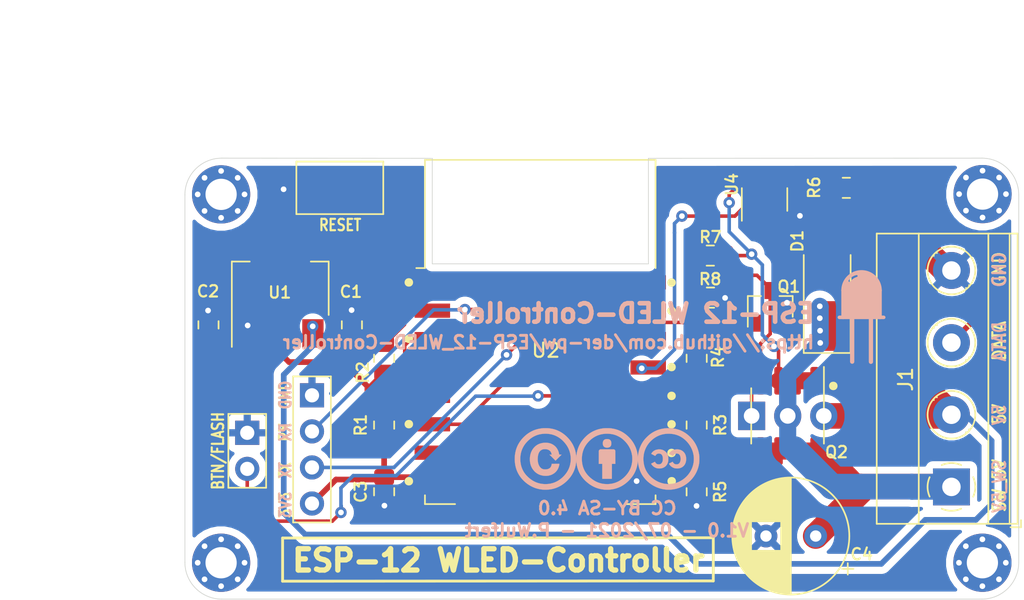
<source format=kicad_pcb>
(kicad_pcb (version 20171130) (host pcbnew "(5.1.6)-1")

  (general
    (thickness 1.6)
    (drawings 52)
    (tracks 229)
    (zones 0)
    (modules 28)
    (nets 28)
  )

  (page A4)
  (layers
    (0 F.Cu signal)
    (31 B.Cu signal)
    (32 B.Adhes user)
    (33 F.Adhes user)
    (34 B.Paste user)
    (35 F.Paste user)
    (36 B.SilkS user)
    (37 F.SilkS user)
    (38 B.Mask user)
    (39 F.Mask user)
    (40 Dwgs.User user)
    (41 Cmts.User user)
    (42 Eco1.User user)
    (43 Eco2.User user)
    (44 Edge.Cuts user)
    (45 Margin user)
    (46 B.CrtYd user)
    (47 F.CrtYd user)
    (48 B.Fab user)
    (49 F.Fab user hide)
  )

  (setup
    (last_trace_width 1.8)
    (user_trace_width 0.4)
    (user_trace_width 1.2)
    (user_trace_width 1.8)
    (trace_clearance 0.2)
    (zone_clearance 0.508)
    (zone_45_only no)
    (trace_min 0.2)
    (via_size 0.8)
    (via_drill 0.4)
    (via_min_size 0.4)
    (via_min_drill 0.3)
    (uvia_size 0.3)
    (uvia_drill 0.1)
    (uvias_allowed no)
    (uvia_min_size 0.2)
    (uvia_min_drill 0.1)
    (edge_width 0.05)
    (segment_width 0.2)
    (pcb_text_width 0.3)
    (pcb_text_size 1.5 1.5)
    (mod_edge_width 0.12)
    (mod_text_size 1 1)
    (mod_text_width 0.15)
    (pad_size 4.1 4.1)
    (pad_drill 2.2)
    (pad_to_mask_clearance 0.05)
    (aux_axis_origin 0 0)
    (visible_elements 7FFFFFFF)
    (pcbplotparams
      (layerselection 0x010fc_ffffffff)
      (usegerberextensions false)
      (usegerberattributes true)
      (usegerberadvancedattributes true)
      (creategerberjobfile true)
      (excludeedgelayer true)
      (linewidth 0.100000)
      (plotframeref false)
      (viasonmask false)
      (mode 1)
      (useauxorigin false)
      (hpglpennumber 1)
      (hpglpenspeed 20)
      (hpglpendiameter 15.000000)
      (psnegative false)
      (psa4output false)
      (plotreference true)
      (plotvalue true)
      (plotinvisibletext false)
      (padsonsilk false)
      (subtractmaskfromsilk false)
      (outputformat 1)
      (mirror false)
      (drillshape 0)
      (scaleselection 1)
      (outputdirectory "ESP-12_WLED-Controller_gerber/"))
  )

  (net 0 "")
  (net 1 GND)
  (net 2 +5V)
  (net 3 +3V3)
  (net 4 RX)
  (net 5 TX)
  (net 6 GPIO4_5)
  (net 7 "Net-(U2-Pad20)")
  (net 8 GPIO4_3.3)
  (net 9 "Net-(U2-Pad14)")
  (net 10 "Net-(U2-Pad13)")
  (net 11 "Net-(U2-Pad12)")
  (net 12 "Net-(U2-Pad11)")
  (net 13 "Net-(U2-Pad10)")
  (net 14 "Net-(U2-Pad9)")
  (net 15 "Net-(U2-Pad7)")
  (net 16 "Net-(U2-Pad5)")
  (net 17 "Net-(U2-Pad4)")
  (net 18 "Net-(U2-Pad2)")
  (net 19 /EN)
  (net 20 /Reset)
  (net 21 /GPIO15)
  (net 22 /GPIO0)
  (net 23 "Net-(Q1-Pad3)")
  (net 24 WS-Strip_VCC)
  (net 25 GPIO2)
  (net 26 "Net-(J1-Pad3)")
  (net 27 RELAY)

  (net_class Default "This is the default net class."
    (clearance 0.2)
    (trace_width 0.25)
    (via_dia 0.8)
    (via_drill 0.4)
    (uvia_dia 0.3)
    (uvia_drill 0.1)
    (add_net +3V3)
    (add_net +5V)
    (add_net /EN)
    (add_net /GPIO0)
    (add_net /GPIO15)
    (add_net /Reset)
    (add_net GND)
    (add_net GPIO2)
    (add_net GPIO4_3.3)
    (add_net GPIO4_5)
    (add_net "Net-(J1-Pad3)")
    (add_net "Net-(Q1-Pad3)")
    (add_net "Net-(U2-Pad10)")
    (add_net "Net-(U2-Pad11)")
    (add_net "Net-(U2-Pad12)")
    (add_net "Net-(U2-Pad13)")
    (add_net "Net-(U2-Pad14)")
    (add_net "Net-(U2-Pad2)")
    (add_net "Net-(U2-Pad20)")
    (add_net "Net-(U2-Pad4)")
    (add_net "Net-(U2-Pad5)")
    (add_net "Net-(U2-Pad7)")
    (add_net "Net-(U2-Pad9)")
    (add_net RELAY)
    (add_net RX)
    (add_net TX)
    (add_net WS-Strip_VCC)
  )

  (module MountingHole:MountingHole_2.2mm_M2_Pad_Via (layer F.Cu) (tedit 60D46954) (tstamp 60D3A687)
    (at 175.39 89.9)
    (descr "Mounting Hole 2.2mm, M2")
    (tags "mounting hole 2.2mm m2")
    (attr virtual)
    (fp_text reference REF** (at 0.37 -4.35) (layer F.SilkS) hide
      (effects (font (size 1 1) (thickness 0.15)))
    )
    (fp_text value MountingHole_2.2mm_M2_Pad_Via (at 0 3.2) (layer F.Fab)
      (effects (font (size 1 1) (thickness 0.15)))
    )
    (fp_circle (center 0 0) (end 2.45 0) (layer F.CrtYd) (width 0.05))
    (fp_circle (center 0 0) (end 2.2 0) (layer Cmts.User) (width 0.15))
    (fp_text user %R (at 0.3 0) (layer F.Fab)
      (effects (font (size 1 1) (thickness 0.15)))
    )
    (pad 1 thru_hole circle (at 0 0) (size 4.1 4.1) (drill 2.2) (layers *.Cu *.Mask))
    (pad 1 thru_hole circle (at 1.65 0) (size 0.7 0.7) (drill 0.4) (layers *.Cu *.Mask))
    (pad 1 thru_hole circle (at 1.166726 1.166726) (size 0.7 0.7) (drill 0.4) (layers *.Cu *.Mask))
    (pad 1 thru_hole circle (at 0 1.65) (size 0.7 0.7) (drill 0.4) (layers *.Cu *.Mask))
    (pad 1 thru_hole circle (at -1.166726 1.166726) (size 0.7 0.7) (drill 0.4) (layers *.Cu *.Mask))
    (pad 1 thru_hole circle (at -1.65 0) (size 0.7 0.7) (drill 0.4) (layers *.Cu *.Mask))
    (pad 1 thru_hole circle (at -1.166726 -1.166726) (size 0.7 0.7) (drill 0.4) (layers *.Cu *.Mask))
    (pad 1 thru_hole circle (at 0 -1.65) (size 0.7 0.7) (drill 0.4) (layers *.Cu *.Mask))
    (pad 1 thru_hole circle (at 1.166726 -1.166726) (size 0.7 0.7) (drill 0.4) (layers *.Cu *.Mask))
  )

  (module MountingHole:MountingHole_2.2mm_M2_Pad_Via (layer F.Cu) (tedit 60D4694B) (tstamp 60D3A638)
    (at 175.38 115.86)
    (descr "Mounting Hole 2.2mm, M2")
    (tags "mounting hole 2.2mm m2")
    (attr virtual)
    (fp_text reference REF** (at 0.37 -4.35) (layer F.SilkS) hide
      (effects (font (size 1 1) (thickness 0.15)))
    )
    (fp_text value MountingHole_2.2mm_M2_Pad_Via (at 0 3.2) (layer F.Fab)
      (effects (font (size 1 1) (thickness 0.15)))
    )
    (fp_circle (center 0 0) (end 2.2 0) (layer Cmts.User) (width 0.15))
    (fp_circle (center 0 0) (end 2.45 0) (layer F.CrtYd) (width 0.05))
    (fp_text user %R (at 0.3 0) (layer F.Fab)
      (effects (font (size 1 1) (thickness 0.15)))
    )
    (pad 1 thru_hole circle (at 1.166726 -1.166726) (size 0.7 0.7) (drill 0.4) (layers *.Cu *.Mask))
    (pad 1 thru_hole circle (at 0 -1.65) (size 0.7 0.7) (drill 0.4) (layers *.Cu *.Mask))
    (pad 1 thru_hole circle (at -1.166726 -1.166726) (size 0.7 0.7) (drill 0.4) (layers *.Cu *.Mask))
    (pad 1 thru_hole circle (at -1.65 0) (size 0.7 0.7) (drill 0.4) (layers *.Cu *.Mask))
    (pad 1 thru_hole circle (at -1.166726 1.166726) (size 0.7 0.7) (drill 0.4) (layers *.Cu *.Mask))
    (pad 1 thru_hole circle (at 0 1.65) (size 0.7 0.7) (drill 0.4) (layers *.Cu *.Mask))
    (pad 1 thru_hole circle (at 1.166726 1.166726) (size 0.7 0.7) (drill 0.4) (layers *.Cu *.Mask))
    (pad 1 thru_hole circle (at 1.65 0) (size 0.7 0.7) (drill 0.4) (layers *.Cu *.Mask))
    (pad 1 thru_hole circle (at 0 0) (size 4.1 4.1) (drill 2.2) (layers *.Cu *.Mask))
  )

  (module MountingHole:MountingHole_2.2mm_M2_Pad_Via (layer F.Cu) (tedit 60D46962) (tstamp 60D3A607)
    (at 121.77 115.86)
    (descr "Mounting Hole 2.2mm, M2")
    (tags "mounting hole 2.2mm m2")
    (attr virtual)
    (fp_text reference REF** (at 0 -3.2) (layer F.SilkS) hide
      (effects (font (size 1 1) (thickness 0.15)))
    )
    (fp_text value MountingHole_2.2mm_M2_Pad_Via (at 0 3.2) (layer F.Fab)
      (effects (font (size 1 1) (thickness 0.15)))
    )
    (fp_circle (center 0 0) (end 2.45 0) (layer F.CrtYd) (width 0.05))
    (fp_circle (center 0 0) (end 2.2 0) (layer Cmts.User) (width 0.15))
    (fp_text user %R (at 0.3 0) (layer F.Fab)
      (effects (font (size 1 1) (thickness 0.15)))
    )
    (pad 1 thru_hole circle (at 0 0) (size 4.1 4.1) (drill 2.2) (layers *.Cu *.Mask))
    (pad 1 thru_hole circle (at 1.65 0) (size 0.7 0.7) (drill 0.4) (layers *.Cu *.Mask))
    (pad 1 thru_hole circle (at 1.166726 1.166726) (size 0.7 0.7) (drill 0.4) (layers *.Cu *.Mask))
    (pad 1 thru_hole circle (at 0 1.65) (size 0.7 0.7) (drill 0.4) (layers *.Cu *.Mask))
    (pad 1 thru_hole circle (at -1.166726 1.166726) (size 0.7 0.7) (drill 0.4) (layers *.Cu *.Mask))
    (pad 1 thru_hole circle (at -1.65 0) (size 0.7 0.7) (drill 0.4) (layers *.Cu *.Mask))
    (pad 1 thru_hole circle (at -1.166726 -1.166726) (size 0.7 0.7) (drill 0.4) (layers *.Cu *.Mask))
    (pad 1 thru_hole circle (at 0 -1.65) (size 0.7 0.7) (drill 0.4) (layers *.Cu *.Mask))
    (pad 1 thru_hole circle (at 1.166726 -1.166726) (size 0.7 0.7) (drill 0.4) (layers *.Cu *.Mask))
  )

  (module MountingHole:MountingHole_2.2mm_M2_Pad_Via (layer F.Cu) (tedit 60D4695C) (tstamp 60D3A52C)
    (at 121.77 89.92)
    (descr "Mounting Hole 2.2mm, M2")
    (tags "mounting hole 2.2mm m2")
    (attr virtual)
    (fp_text reference REF** (at 0 -3.2) (layer F.SilkS) hide
      (effects (font (size 1 1) (thickness 0.15)))
    )
    (fp_text value MountingHole_2.2mm_M2_Pad_Via (at 0 3.2) (layer F.Fab)
      (effects (font (size 1 1) (thickness 0.15)))
    )
    (fp_circle (center 0 0) (end 2.2 0) (layer Cmts.User) (width 0.15))
    (fp_circle (center 0 0) (end 2.45 0) (layer F.CrtYd) (width 0.05))
    (fp_text user %R (at 0.3 0) (layer F.Fab)
      (effects (font (size 1 1) (thickness 0.15)))
    )
    (pad 1 thru_hole circle (at 1.166726 -1.166726) (size 0.7 0.7) (drill 0.4) (layers *.Cu *.Mask))
    (pad 1 thru_hole circle (at 0 -1.65) (size 0.7 0.7) (drill 0.4) (layers *.Cu *.Mask))
    (pad 1 thru_hole circle (at -1.166726 -1.166726) (size 0.7 0.7) (drill 0.4) (layers *.Cu *.Mask))
    (pad 1 thru_hole circle (at -1.65 0) (size 0.7 0.7) (drill 0.4) (layers *.Cu *.Mask))
    (pad 1 thru_hole circle (at -1.166726 1.166726) (size 0.7 0.7) (drill 0.4) (layers *.Cu *.Mask))
    (pad 1 thru_hole circle (at 0 1.65) (size 0.7 0.7) (drill 0.4) (layers *.Cu *.Mask))
    (pad 1 thru_hole circle (at 1.166726 1.166726) (size 0.7 0.7) (drill 0.4) (layers *.Cu *.Mask))
    (pad 1 thru_hole circle (at 1.65 0) (size 0.7 0.7) (drill 0.4) (layers *.Cu *.Mask))
    (pad 1 thru_hole circle (at 0 0) (size 4.1 4.1) (drill 2.2) (layers *.Cu *.Mask))
  )

  (module Package_TO_SOT_SMD:SOT-23 (layer F.Cu) (tedit 60D31681) (tstamp 60D1D019)
    (at 160.44 97.84 90)
    (descr "SOT-23, Standard")
    (tags SOT-23)
    (path /60D61542)
    (attr smd)
    (fp_text reference Q1 (at 1.42 1.31) (layer F.SilkS)
      (effects (font (size 0.8 0.8) (thickness 0.15)))
    )
    (fp_text value TSM2302CX (at 0 2.5 90) (layer F.Fab)
      (effects (font (size 1 1) (thickness 0.15)))
    )
    (fp_line (start -0.7 -0.95) (end -0.7 1.5) (layer F.Fab) (width 0.1))
    (fp_line (start -0.15 -1.52) (end 0.7 -1.52) (layer F.Fab) (width 0.1))
    (fp_line (start -0.7 -0.95) (end -0.15 -1.52) (layer F.Fab) (width 0.1))
    (fp_line (start 0.7 -1.52) (end 0.7 1.52) (layer F.Fab) (width 0.1))
    (fp_line (start -0.7 1.52) (end 0.7 1.52) (layer F.Fab) (width 0.1))
    (fp_line (start 0.76 1.58) (end 0.76 0.65) (layer F.SilkS) (width 0.12))
    (fp_line (start 0.76 -1.58) (end 0.76 -0.65) (layer F.SilkS) (width 0.12))
    (fp_line (start -1.7 -1.75) (end 1.7 -1.75) (layer F.CrtYd) (width 0.05))
    (fp_line (start 1.7 -1.75) (end 1.7 1.75) (layer F.CrtYd) (width 0.05))
    (fp_line (start 1.7 1.75) (end -1.7 1.75) (layer F.CrtYd) (width 0.05))
    (fp_line (start -1.7 1.75) (end -1.7 -1.75) (layer F.CrtYd) (width 0.05))
    (fp_line (start 0.76 -1.58) (end -1.4 -1.58) (layer F.SilkS) (width 0.12))
    (fp_line (start 0.76 1.58) (end -0.7 1.58) (layer F.SilkS) (width 0.12))
    (fp_text user %R (at 0 0 180) (layer F.Fab)
      (effects (font (size 0.5 0.5) (thickness 0.075)))
    )
    (pad 3 smd rect (at 1.15 0 90) (size 1.2 0.8) (layers F.Cu F.Paste F.Mask)
      (net 23 "Net-(Q1-Pad3)"))
    (pad 2 smd rect (at -1.15 0.95 90) (size 1.2 0.8) (layers F.Cu F.Paste F.Mask)
      (net 1 GND))
    (pad 1 smd rect (at -1.15 -0.95 90) (size 1.2 0.8) (layers F.Cu F.Paste F.Mask)
      (net 27 RELAY))
    (model ${KISYS3DMOD}/Package_TO_SOT_SMD.3dshapes/SOT-23.wrl
      (at (xyz 0 0 0))
      (scale (xyz 1 1 1))
      (rotate (xyz 0 0 0))
    )
  )

  (module Package_SO:TSOP-5_1.65x3.05mm_P0.95mm (layer F.Cu) (tedit 60D3162A) (tstamp 60D195FD)
    (at 160.04 90.28 90)
    (descr "TSOP-5 package (comparable to TSOT-23), https://www.vishay.com/docs/71200/71200.pdf")
    (tags "Jedec MO-193C TSOP-5L")
    (path /60D1D50C)
    (attr smd)
    (fp_text reference U4 (at 1.06 -2.3 90) (layer F.SilkS)
      (effects (font (size 0.8 0.8) (thickness 0.15)))
    )
    (fp_text value 74LVC1G125 (at 0 2.5 90) (layer F.Fab)
      (effects (font (size 1 1) (thickness 0.15)))
    )
    (fp_line (start -0.8 1.6) (end 0.8 1.6) (layer F.SilkS) (width 0.12))
    (fp_line (start 0.8 -1.6) (end -1.5 -1.6) (layer F.SilkS) (width 0.12))
    (fp_line (start -0.825 -1.1) (end -0.425 -1.525) (layer F.Fab) (width 0.1))
    (fp_line (start 0.825 -1.525) (end -0.425 -1.525) (layer F.Fab) (width 0.1))
    (fp_line (start -0.825 -1.1) (end -0.825 1.525) (layer F.Fab) (width 0.1))
    (fp_line (start 0.825 1.525) (end -0.825 1.525) (layer F.Fab) (width 0.1))
    (fp_line (start 0.825 -1.525) (end 0.825 1.525) (layer F.Fab) (width 0.1))
    (fp_line (start -1.76 -1.78) (end 1.76 -1.78) (layer F.CrtYd) (width 0.05))
    (fp_line (start -1.76 -1.78) (end -1.76 1.77) (layer F.CrtYd) (width 0.05))
    (fp_line (start 1.76 1.77) (end 1.76 -1.78) (layer F.CrtYd) (width 0.05))
    (fp_line (start 1.76 1.77) (end -1.76 1.77) (layer F.CrtYd) (width 0.05))
    (fp_text user %R (at 0 0 180) (layer F.Fab)
      (effects (font (size 0.5 0.5) (thickness 0.075)))
    )
    (pad 5 smd rect (at 1.25 -0.95 90) (size 0.9 0.51) (layers F.Cu F.Paste F.Mask)
      (net 2 +5V))
    (pad 4 smd rect (at 1.25 0.95 90) (size 0.9 0.51) (layers F.Cu F.Paste F.Mask)
      (net 6 GPIO4_5))
    (pad 3 smd rect (at -1.25 0.95 90) (size 0.9 0.51) (layers F.Cu F.Paste F.Mask)
      (net 1 GND))
    (pad 2 smd rect (at -1.25 0 90) (size 0.9 0.51) (layers F.Cu F.Paste F.Mask)
      (net 8 GPIO4_3.3))
    (pad 1 smd rect (at -1.25 -0.95 90) (size 0.9 0.51) (layers F.Cu F.Paste F.Mask)
      (net 1 GND))
    (model ${KISYS3DMOD}/Package_SO.3dshapes/TSOP-5_1.65x3.05mm_P0.95mm.wrl
      (at (xyz 0 0 0))
      (scale (xyz 1 1 1))
      (rotate (xyz 0 0 0))
    )
  )

  (module Resistor_SMD:R_0805_2012Metric_Pad1.15x1.40mm_HandSolder (layer F.Cu) (tedit 5B36C52B) (tstamp 60D1D2C9)
    (at 156.22 94.23 180)
    (descr "Resistor SMD 0805 (2012 Metric), square (rectangular) end terminal, IPC_7351 nominal with elongated pad for handsoldering. (Body size source: https://docs.google.com/spreadsheets/d/1BsfQQcO9C6DZCsRaXUlFlo91Tg2WpOkGARC1WS5S8t0/edit?usp=sharing), generated with kicad-footprint-generator")
    (tags "resistor handsolder")
    (path /60D14566)
    (attr smd)
    (fp_text reference R7 (at -0.01 1.3) (layer F.SilkS)
      (effects (font (size 0.8 0.8) (thickness 0.15)))
    )
    (fp_text value 10k (at 0 1.65) (layer F.Fab)
      (effects (font (size 1 1) (thickness 0.15)))
    )
    (fp_line (start 1.85 0.95) (end -1.85 0.95) (layer F.CrtYd) (width 0.05))
    (fp_line (start 1.85 -0.95) (end 1.85 0.95) (layer F.CrtYd) (width 0.05))
    (fp_line (start -1.85 -0.95) (end 1.85 -0.95) (layer F.CrtYd) (width 0.05))
    (fp_line (start -1.85 0.95) (end -1.85 -0.95) (layer F.CrtYd) (width 0.05))
    (fp_line (start -0.261252 0.71) (end 0.261252 0.71) (layer F.SilkS) (width 0.12))
    (fp_line (start -0.261252 -0.71) (end 0.261252 -0.71) (layer F.SilkS) (width 0.12))
    (fp_line (start 1 0.6) (end -1 0.6) (layer F.Fab) (width 0.1))
    (fp_line (start 1 -0.6) (end 1 0.6) (layer F.Fab) (width 0.1))
    (fp_line (start -1 -0.6) (end 1 -0.6) (layer F.Fab) (width 0.1))
    (fp_line (start -1 0.6) (end -1 -0.6) (layer F.Fab) (width 0.1))
    (fp_text user %R (at 0 0) (layer F.Fab)
      (effects (font (size 0.5 0.5) (thickness 0.08)))
    )
    (pad 2 smd roundrect (at 1.025 0 180) (size 1.15 1.4) (layers F.Cu F.Paste F.Mask) (roundrect_rratio 0.217391)
      (net 23 "Net-(Q1-Pad3)"))
    (pad 1 smd roundrect (at -1.025 0 180) (size 1.15 1.4) (layers F.Cu F.Paste F.Mask) (roundrect_rratio 0.217391)
      (net 2 +5V))
    (model ${KISYS3DMOD}/Resistor_SMD.3dshapes/R_0805_2012Metric.wrl
      (at (xyz 0 0 0))
      (scale (xyz 1 1 1))
      (rotate (xyz 0 0 0))
    )
  )

  (module TerminalBlock_Phoenix:TerminalBlock_Phoenix_MKDS-1,5-4-5.08_1x04_P5.08mm_Horizontal (layer F.Cu) (tedit 5B294EBC) (tstamp 60D3300F)
    (at 173.2 110.52 90)
    (descr "Terminal Block Phoenix MKDS-1,5-4-5.08, 4 pins, pitch 5.08mm, size 20.3x9.8mm^2, drill diamater 1.3mm, pad diameter 2.6mm, see http://www.farnell.com/datasheets/100425.pdf, script-generated using https://github.com/pointhi/kicad-footprint-generator/scripts/TerminalBlock_Phoenix")
    (tags "THT Terminal Block Phoenix MKDS-1,5-4-5.08 pitch 5.08mm size 20.3x9.8mm^2 drill 1.3mm pad 2.6mm")
    (path /60D306B0)
    (fp_text reference J1 (at 7.58 -3.23 90) (layer F.SilkS)
      (effects (font (size 1 1) (thickness 0.15)))
    )
    (fp_text value Conn_01x04_Male (at 7.62 5.66 90) (layer F.Fab)
      (effects (font (size 1 1) (thickness 0.15)))
    )
    (fp_line (start 18.28 -5.71) (end -3.04 -5.71) (layer F.CrtYd) (width 0.05))
    (fp_line (start 18.28 5.1) (end 18.28 -5.71) (layer F.CrtYd) (width 0.05))
    (fp_line (start -3.04 5.1) (end 18.28 5.1) (layer F.CrtYd) (width 0.05))
    (fp_line (start -3.04 -5.71) (end -3.04 5.1) (layer F.CrtYd) (width 0.05))
    (fp_line (start -2.84 4.9) (end -2.34 4.9) (layer F.SilkS) (width 0.12))
    (fp_line (start -2.84 4.16) (end -2.84 4.9) (layer F.SilkS) (width 0.12))
    (fp_line (start 14.013 1.023) (end 13.966 1.069) (layer F.SilkS) (width 0.12))
    (fp_line (start 16.31 -1.275) (end 16.275 -1.239) (layer F.SilkS) (width 0.12))
    (fp_line (start 14.206 1.239) (end 14.171 1.274) (layer F.SilkS) (width 0.12))
    (fp_line (start 16.515 -1.069) (end 16.468 -1.023) (layer F.SilkS) (width 0.12))
    (fp_line (start 16.195 -1.138) (end 14.103 0.955) (layer F.Fab) (width 0.1))
    (fp_line (start 16.378 -0.955) (end 14.286 1.138) (layer F.Fab) (width 0.1))
    (fp_line (start 8.933 1.023) (end 8.886 1.069) (layer F.SilkS) (width 0.12))
    (fp_line (start 11.23 -1.275) (end 11.195 -1.239) (layer F.SilkS) (width 0.12))
    (fp_line (start 9.126 1.239) (end 9.091 1.274) (layer F.SilkS) (width 0.12))
    (fp_line (start 11.435 -1.069) (end 11.388 -1.023) (layer F.SilkS) (width 0.12))
    (fp_line (start 11.115 -1.138) (end 9.023 0.955) (layer F.Fab) (width 0.1))
    (fp_line (start 11.298 -0.955) (end 9.206 1.138) (layer F.Fab) (width 0.1))
    (fp_line (start 3.853 1.023) (end 3.806 1.069) (layer F.SilkS) (width 0.12))
    (fp_line (start 6.15 -1.275) (end 6.115 -1.239) (layer F.SilkS) (width 0.12))
    (fp_line (start 4.046 1.239) (end 4.011 1.274) (layer F.SilkS) (width 0.12))
    (fp_line (start 6.355 -1.069) (end 6.308 -1.023) (layer F.SilkS) (width 0.12))
    (fp_line (start 6.035 -1.138) (end 3.943 0.955) (layer F.Fab) (width 0.1))
    (fp_line (start 6.218 -0.955) (end 4.126 1.138) (layer F.Fab) (width 0.1))
    (fp_line (start 0.955 -1.138) (end -1.138 0.955) (layer F.Fab) (width 0.1))
    (fp_line (start 1.138 -0.955) (end -0.955 1.138) (layer F.Fab) (width 0.1))
    (fp_line (start 17.84 -5.261) (end 17.84 4.66) (layer F.SilkS) (width 0.12))
    (fp_line (start -2.6 -5.261) (end -2.6 4.66) (layer F.SilkS) (width 0.12))
    (fp_line (start -2.6 4.66) (end 17.84 4.66) (layer F.SilkS) (width 0.12))
    (fp_line (start -2.6 -5.261) (end 17.84 -5.261) (layer F.SilkS) (width 0.12))
    (fp_line (start -2.6 -2.301) (end 17.84 -2.301) (layer F.SilkS) (width 0.12))
    (fp_line (start -2.54 -2.3) (end 17.78 -2.3) (layer F.Fab) (width 0.1))
    (fp_line (start -2.6 2.6) (end 17.84 2.6) (layer F.SilkS) (width 0.12))
    (fp_line (start -2.54 2.6) (end 17.78 2.6) (layer F.Fab) (width 0.1))
    (fp_line (start -2.6 4.1) (end 17.84 4.1) (layer F.SilkS) (width 0.12))
    (fp_line (start -2.54 4.1) (end 17.78 4.1) (layer F.Fab) (width 0.1))
    (fp_line (start -2.54 4.1) (end -2.54 -5.2) (layer F.Fab) (width 0.1))
    (fp_line (start -2.04 4.6) (end -2.54 4.1) (layer F.Fab) (width 0.1))
    (fp_line (start 17.78 4.6) (end -2.04 4.6) (layer F.Fab) (width 0.1))
    (fp_line (start 17.78 -5.2) (end 17.78 4.6) (layer F.Fab) (width 0.1))
    (fp_line (start -2.54 -5.2) (end 17.78 -5.2) (layer F.Fab) (width 0.1))
    (fp_circle (center 15.24 0) (end 16.92 0) (layer F.SilkS) (width 0.12))
    (fp_circle (center 15.24 0) (end 16.74 0) (layer F.Fab) (width 0.1))
    (fp_circle (center 10.16 0) (end 11.84 0) (layer F.SilkS) (width 0.12))
    (fp_circle (center 10.16 0) (end 11.66 0) (layer F.Fab) (width 0.1))
    (fp_circle (center 5.08 0) (end 6.76 0) (layer F.SilkS) (width 0.12))
    (fp_circle (center 5.08 0) (end 6.58 0) (layer F.Fab) (width 0.1))
    (fp_circle (center 0 0) (end 1.5 0) (layer F.Fab) (width 0.1))
    (fp_text user %R (at 7.62 3.2 90) (layer F.Fab)
      (effects (font (size 1 1) (thickness 0.15)))
    )
    (fp_arc (start 0 0) (end -0.684 1.535) (angle -25) (layer F.SilkS) (width 0.12))
    (fp_arc (start 0 0) (end -1.535 -0.684) (angle -48) (layer F.SilkS) (width 0.12))
    (fp_arc (start 0 0) (end 0.684 -1.535) (angle -48) (layer F.SilkS) (width 0.12))
    (fp_arc (start 0 0) (end 1.535 0.684) (angle -48) (layer F.SilkS) (width 0.12))
    (fp_arc (start 0 0) (end 0 1.68) (angle -24) (layer F.SilkS) (width 0.12))
    (pad 4 thru_hole circle (at 15.24 0 90) (size 2.6 2.6) (drill 1.3) (layers *.Cu *.Mask)
      (net 1 GND))
    (pad 3 thru_hole circle (at 10.16 0 90) (size 2.6 2.6) (drill 1.3) (layers *.Cu *.Mask)
      (net 26 "Net-(J1-Pad3)"))
    (pad 2 thru_hole circle (at 5.08 0 90) (size 2.6 2.6) (drill 1.3) (layers *.Cu *.Mask)
      (net 2 +5V))
    (pad 1 thru_hole rect (at 0 0 90) (size 2.6 2.6) (drill 1.3) (layers *.Cu *.Mask)
      (net 24 WS-Strip_VCC))
    (model ${KISYS3DMOD}/TerminalBlock_Phoenix.3dshapes/TerminalBlock_Phoenix_MKDS-1,5-4-5.08_1x04_P5.08mm_Horizontal.wrl
      (at (xyz 0 0 0))
      (scale (xyz 1 1 1))
      (rotate (xyz 0 0 0))
    )
  )

  (module Resistor_SMD:R_0805_2012Metric_Pad1.15x1.40mm_HandSolder (layer F.Cu) (tedit 5B36C52B) (tstamp 60D1D13C)
    (at 156.23 97.19)
    (descr "Resistor SMD 0805 (2012 Metric), square (rectangular) end terminal, IPC_7351 nominal with elongated pad for handsoldering. (Body size source: https://docs.google.com/spreadsheets/d/1BsfQQcO9C6DZCsRaXUlFlo91Tg2WpOkGARC1WS5S8t0/edit?usp=sharing), generated with kicad-footprint-generator")
    (tags "resistor handsolder")
    (path /60D700FB)
    (attr smd)
    (fp_text reference R8 (at -0.02 -1.3 180) (layer F.SilkS)
      (effects (font (size 0.8 0.8) (thickness 0.15)))
    )
    (fp_text value 10k (at 0 1.65) (layer F.Fab)
      (effects (font (size 1 1) (thickness 0.15)))
    )
    (fp_line (start -1 0.6) (end -1 -0.6) (layer F.Fab) (width 0.1))
    (fp_line (start -1 -0.6) (end 1 -0.6) (layer F.Fab) (width 0.1))
    (fp_line (start 1 -0.6) (end 1 0.6) (layer F.Fab) (width 0.1))
    (fp_line (start 1 0.6) (end -1 0.6) (layer F.Fab) (width 0.1))
    (fp_line (start -0.261252 -0.71) (end 0.261252 -0.71) (layer F.SilkS) (width 0.12))
    (fp_line (start -0.261252 0.71) (end 0.261252 0.71) (layer F.SilkS) (width 0.12))
    (fp_line (start -1.85 0.95) (end -1.85 -0.95) (layer F.CrtYd) (width 0.05))
    (fp_line (start -1.85 -0.95) (end 1.85 -0.95) (layer F.CrtYd) (width 0.05))
    (fp_line (start 1.85 -0.95) (end 1.85 0.95) (layer F.CrtYd) (width 0.05))
    (fp_line (start 1.85 0.95) (end -1.85 0.95) (layer F.CrtYd) (width 0.05))
    (fp_text user %R (at 0 0) (layer F.Fab)
      (effects (font (size 0.5 0.5) (thickness 0.08)))
    )
    (pad 2 smd roundrect (at 1.025 0) (size 1.15 1.4) (layers F.Cu F.Paste F.Mask) (roundrect_rratio 0.217391)
      (net 1 GND))
    (pad 1 smd roundrect (at -1.025 0) (size 1.15 1.4) (layers F.Cu F.Paste F.Mask) (roundrect_rratio 0.217391)
      (net 27 RELAY))
    (model ${KISYS3DMOD}/Resistor_SMD.3dshapes/R_0805_2012Metric.wrl
      (at (xyz 0 0 0))
      (scale (xyz 1 1 1))
      (rotate (xyz 0 0 0))
    )
  )

  (module Package_TO_SOT_THT:TO-220-3_Vertical (layer F.Cu) (tedit 60D0DF44) (tstamp 60D11948)
    (at 159.13 105.52)
    (descr "TO-220-3, Vertical, RM 2.54mm, see https://www.vishay.com/docs/66542/to-220-1.pdf")
    (tags "TO-220-3 Vertical RM 2.54mm")
    (path /60D43EF0)
    (fp_text reference altQ2 (at 2.54 -4.27 180) (layer F.SilkS) hide
      (effects (font (size 1 1) (thickness 0.15)))
    )
    (fp_text value "alt. MOSFET" (at 2.54 2.5 180) (layer F.Fab)
      (effects (font (size 1 1) (thickness 0.15)))
    )
    (fp_line (start 7.79 -3.4) (end -2.71 -3.4) (layer F.CrtYd) (width 0.05))
    (fp_line (start 7.79 1.51) (end 7.79 -3.4) (layer F.CrtYd) (width 0.05))
    (fp_line (start -2.71 1.51) (end 7.79 1.51) (layer F.CrtYd) (width 0.05))
    (fp_line (start -2.71 -3.4) (end -2.71 1.51) (layer F.CrtYd) (width 0.05))
    (fp_line (start 4.39 -3.15) (end 4.39 -1.88) (layer F.Fab) (width 0.1))
    (fp_line (start 0.69 -3.15) (end 0.69 -1.88) (layer F.Fab) (width 0.1))
    (fp_line (start -2.46 -1.88) (end 7.54 -1.88) (layer F.Fab) (width 0.1))
    (fp_line (start 7.54 -3.15) (end -2.46 -3.15) (layer F.Fab) (width 0.1))
    (fp_line (start 7.54 1.25) (end 7.54 -3.15) (layer F.Fab) (width 0.1))
    (fp_line (start -2.46 1.25) (end 7.54 1.25) (layer F.Fab) (width 0.1))
    (fp_line (start -2.46 -3.15) (end -2.46 1.25) (layer F.Fab) (width 0.1))
    (fp_text user %R (at 2.54 -4.27 180) (layer F.Fab)
      (effects (font (size 1 1) (thickness 0.15)))
    )
    (pad 3 thru_hole oval (at 5.08 0) (size 1.905 2) (drill 1.1) (layers *.Cu *.Mask)
      (net 2 +5V))
    (pad 2 thru_hole oval (at 2.54 0) (size 1.905 2) (drill 1.1) (layers *.Cu *.Mask)
      (net 24 WS-Strip_VCC))
    (pad 1 thru_hole rect (at 0 0) (size 1.905 2) (drill 1.1) (layers *.Cu *.Mask)
      (net 23 "Net-(Q1-Pad3)"))
    (model ${KISYS3DMOD}/Package_TO_SOT_THT.3dshapes/TO-220-3_Vertical.wrl
      (at (xyz 0 0 0))
      (scale (xyz 1 1 1))
      (rotate (xyz 0 0 0))
    )
  )

  (module Diode_SMD:D_SMA_Handsoldering (layer F.Cu) (tedit 58643398) (tstamp 60D0EB38)
    (at 164.45 96.69 90)
    (descr "Diode SMA (DO-214AC) Handsoldering")
    (tags "Diode SMA (DO-214AC) Handsoldering")
    (path /60D1AEEC)
    (attr smd)
    (fp_text reference D1 (at 3.48 -2.1 90) (layer F.SilkS)
      (effects (font (size 0.8 0.8) (thickness 0.15)))
    )
    (fp_text value SS14 (at 0 2.6 90) (layer F.Fab)
      (effects (font (size 1 1) (thickness 0.15)))
    )
    (fp_line (start -4.4 -1.65) (end 2.5 -1.65) (layer F.SilkS) (width 0.12))
    (fp_line (start -4.4 1.65) (end 2.5 1.65) (layer F.SilkS) (width 0.12))
    (fp_line (start -0.64944 0.00102) (end 0.50118 -0.79908) (layer F.Fab) (width 0.1))
    (fp_line (start -0.64944 0.00102) (end 0.50118 0.75032) (layer F.Fab) (width 0.1))
    (fp_line (start 0.50118 0.75032) (end 0.50118 -0.79908) (layer F.Fab) (width 0.1))
    (fp_line (start -0.64944 -0.79908) (end -0.64944 0.80112) (layer F.Fab) (width 0.1))
    (fp_line (start 0.50118 0.00102) (end 1.4994 0.00102) (layer F.Fab) (width 0.1))
    (fp_line (start -0.64944 0.00102) (end -1.55114 0.00102) (layer F.Fab) (width 0.1))
    (fp_line (start -4.5 1.75) (end -4.5 -1.75) (layer F.CrtYd) (width 0.05))
    (fp_line (start 4.5 1.75) (end -4.5 1.75) (layer F.CrtYd) (width 0.05))
    (fp_line (start 4.5 -1.75) (end 4.5 1.75) (layer F.CrtYd) (width 0.05))
    (fp_line (start -4.5 -1.75) (end 4.5 -1.75) (layer F.CrtYd) (width 0.05))
    (fp_line (start 2.3 -1.5) (end -2.3 -1.5) (layer F.Fab) (width 0.1))
    (fp_line (start 2.3 -1.5) (end 2.3 1.5) (layer F.Fab) (width 0.1))
    (fp_line (start -2.3 1.5) (end -2.3 -1.5) (layer F.Fab) (width 0.1))
    (fp_line (start 2.3 1.5) (end -2.3 1.5) (layer F.Fab) (width 0.1))
    (fp_line (start -4.4 -1.65) (end -4.4 1.65) (layer F.SilkS) (width 0.12))
    (fp_text user %R (at 0 -2.5 90) (layer F.Fab)
      (effects (font (size 1 1) (thickness 0.15)))
    )
    (pad 2 smd rect (at 2.5 0 90) (size 3.5 1.8) (layers F.Cu F.Paste F.Mask)
      (net 1 GND))
    (pad 1 smd rect (at -2.5 0 90) (size 3.5 1.8) (layers F.Cu F.Paste F.Mask)
      (net 24 WS-Strip_VCC))
    (model ${KISYS3DMOD}/Diode_SMD.3dshapes/D_SMA.wrl
      (at (xyz 0 0 0))
      (scale (xyz 1 1 1))
      (rotate (xyz 0 0 0))
    )
  )

  (module Package_SO:SOIC-8_3.9x4.9mm_P1.27mm (layer F.Cu) (tedit 5D9F72B1) (tstamp 60D1BE8D)
    (at 161.66 105.52 270)
    (descr "SOIC, 8 Pin (JEDEC MS-012AA, https://www.analog.com/media/en/package-pcb-resources/package/pkg_pdf/soic_narrow-r/r_8.pdf), generated with kicad-footprint-generator ipc_gullwing_generator.py")
    (tags "SOIC SO")
    (path /60D66B04)
    (attr smd)
    (fp_text reference Q2 (at 2.55 -3.45 180) (layer F.SilkS)
      (effects (font (size 0.8 0.8) (thickness 0.15)))
    )
    (fp_text value IRF7410 (at 0 3.4 90) (layer F.Fab)
      (effects (font (size 1 1) (thickness 0.15)))
    )
    (fp_line (start 3.7 -2.7) (end -3.7 -2.7) (layer F.CrtYd) (width 0.05))
    (fp_line (start 3.7 2.7) (end 3.7 -2.7) (layer F.CrtYd) (width 0.05))
    (fp_line (start -3.7 2.7) (end 3.7 2.7) (layer F.CrtYd) (width 0.05))
    (fp_line (start -3.7 -2.7) (end -3.7 2.7) (layer F.CrtYd) (width 0.05))
    (fp_line (start -1.95 -1.475) (end -0.975 -2.45) (layer F.Fab) (width 0.1))
    (fp_line (start -1.95 2.45) (end -1.95 -1.475) (layer F.Fab) (width 0.1))
    (fp_line (start 1.95 2.45) (end -1.95 2.45) (layer F.Fab) (width 0.1))
    (fp_line (start 1.95 -2.45) (end 1.95 2.45) (layer F.Fab) (width 0.1))
    (fp_line (start -0.975 -2.45) (end 1.95 -2.45) (layer F.Fab) (width 0.1))
    (fp_line (start 0 -2.56) (end -3.45 -2.56) (layer F.SilkS) (width 0.12))
    (fp_line (start 0 -2.56) (end 1.95 -2.56) (layer F.SilkS) (width 0.12))
    (fp_line (start 0 2.56) (end -1.95 2.56) (layer F.SilkS) (width 0.12))
    (fp_line (start 0 2.56) (end 1.95 2.56) (layer F.SilkS) (width 0.12))
    (fp_text user %R (at 0 0 90) (layer F.Fab)
      (effects (font (size 0.98 0.98) (thickness 0.15)))
    )
    (pad 8 smd roundrect (at 2.475 -1.905 270) (size 1.95 0.6) (layers F.Cu F.Paste F.Mask) (roundrect_rratio 0.25)
      (net 24 WS-Strip_VCC))
    (pad 7 smd roundrect (at 2.475 -0.635 270) (size 1.95 0.6) (layers F.Cu F.Paste F.Mask) (roundrect_rratio 0.25)
      (net 24 WS-Strip_VCC))
    (pad 6 smd roundrect (at 2.475 0.635 270) (size 1.95 0.6) (layers F.Cu F.Paste F.Mask) (roundrect_rratio 0.25)
      (net 24 WS-Strip_VCC))
    (pad 5 smd roundrect (at 2.475 1.905 270) (size 1.95 0.6) (layers F.Cu F.Paste F.Mask) (roundrect_rratio 0.25)
      (net 24 WS-Strip_VCC))
    (pad 4 smd roundrect (at -2.475 1.905 270) (size 1.95 0.6) (layers F.Cu F.Paste F.Mask) (roundrect_rratio 0.25)
      (net 23 "Net-(Q1-Pad3)"))
    (pad 3 smd roundrect (at -2.475 0.635 270) (size 1.95 0.6) (layers F.Cu F.Paste F.Mask) (roundrect_rratio 0.25)
      (net 2 +5V))
    (pad 2 smd roundrect (at -2.475 -0.635 270) (size 1.95 0.6) (layers F.Cu F.Paste F.Mask) (roundrect_rratio 0.25)
      (net 2 +5V))
    (pad 1 smd roundrect (at -2.475 -1.905 270) (size 1.95 0.6) (layers F.Cu F.Paste F.Mask) (roundrect_rratio 0.25)
      (net 2 +5V))
    (model ${KISYS3DMOD}/Package_SO.3dshapes/SOIC-8_3.9x4.9mm_P1.27mm.wrl
      (at (xyz 0 0 0))
      (scale (xyz 1 1 1))
      (rotate (xyz 0 0 0))
    )
  )

  (module Button_Switch_SMD:SW_SPST_CK_RS282G05A3 (layer F.Cu) (tedit 5A7A67D2) (tstamp 60CCDBDC)
    (at 130.13 89.46 180)
    (descr https://www.mouser.com/ds/2/60/RS-282G05A-SM_RT-1159762.pdf)
    (tags "SPST button tactile switch")
    (path /60CB5B0C)
    (attr smd)
    (fp_text reference SW1 (at 0 -2.6) (layer F.SilkS) hide
      (effects (font (size 1 1) (thickness 0.15)))
    )
    (fp_text value SW_RST (at 0 3) (layer F.Fab)
      (effects (font (size 1 1) (thickness 0.15)))
    )
    (fp_line (start -4.9 2.05) (end -4.9 -2.05) (layer F.CrtYd) (width 0.05))
    (fp_line (start 4.9 2.05) (end -4.9 2.05) (layer F.CrtYd) (width 0.05))
    (fp_line (start 4.9 -2.05) (end 4.9 2.05) (layer F.CrtYd) (width 0.05))
    (fp_line (start -4.9 -2.05) (end 4.9 -2.05) (layer F.CrtYd) (width 0.05))
    (fp_line (start -1.75 -1) (end 1.75 -1) (layer F.Fab) (width 0.1))
    (fp_line (start 1.75 -1) (end 1.75 1) (layer F.Fab) (width 0.1))
    (fp_line (start 1.75 1) (end -1.75 1) (layer F.Fab) (width 0.1))
    (fp_line (start -1.75 1) (end -1.75 -1) (layer F.Fab) (width 0.1))
    (fp_line (start -3.06 -1.85) (end 3.06 -1.85) (layer F.SilkS) (width 0.12))
    (fp_line (start 3.06 -1.85) (end 3.06 1.85) (layer F.SilkS) (width 0.12))
    (fp_line (start 3.06 1.85) (end -3.06 1.85) (layer F.SilkS) (width 0.12))
    (fp_line (start -3.06 1.85) (end -3.06 -1.85) (layer F.SilkS) (width 0.12))
    (fp_line (start -1.5 0.8) (end 1.5 0.8) (layer F.Fab) (width 0.1))
    (fp_line (start -1.5 -0.8) (end 1.5 -0.8) (layer F.Fab) (width 0.1))
    (fp_line (start 1.5 -0.8) (end 1.5 0.8) (layer F.Fab) (width 0.1))
    (fp_line (start -1.5 -0.8) (end -1.5 0.8) (layer F.Fab) (width 0.1))
    (fp_line (start -3 1.8) (end 3 1.8) (layer F.Fab) (width 0.1))
    (fp_line (start -3 -1.8) (end 3 -1.8) (layer F.Fab) (width 0.1))
    (fp_line (start -3 -1.8) (end -3 1.8) (layer F.Fab) (width 0.1))
    (fp_line (start 3 -1.8) (end 3 1.8) (layer F.Fab) (width 0.1))
    (fp_text user %R (at 0 -2.6) (layer F.Fab)
      (effects (font (size 1 1) (thickness 0.15)))
    )
    (pad 2 smd rect (at 3.9 0 180) (size 1.5 1.5) (layers F.Cu F.Paste F.Mask)
      (net 1 GND))
    (pad 1 smd rect (at -3.9 0 180) (size 1.5 1.5) (layers F.Cu F.Paste F.Mask)
      (net 20 /Reset))
    (model ${KISYS3DMOD}/Button_Switch_SMD.3dshapes/SW_SPST_CK_RS282G05A3.wrl
      (at (xyz 0 0 0))
      (scale (xyz 1 1 1))
      (rotate (xyz 0 0 0))
    )
  )

  (module Connector_PinHeader_2.54mm:PinHeader_1x02_P2.54mm_Vertical (layer F.Cu) (tedit 60CBB134) (tstamp 60CB8312)
    (at 123.61 106.71)
    (descr "Through hole straight pin header, 1x02, 2.54mm pitch, single row")
    (tags "Through hole pin header THT 1x02 2.54mm single row")
    (path /60CD54CE)
    (fp_text reference JP1 (at 0 -2.33 180) (layer F.SilkS) hide
      (effects (font (size 1 1) (thickness 0.15)))
    )
    (fp_text value Jumper (at 0 4.87 180) (layer F.Fab)
      (effects (font (size 1 1) (thickness 0.15)))
    )
    (fp_line (start -0.635 -1.27) (end 1.27 -1.27) (layer F.Fab) (width 0.1))
    (fp_line (start 1.27 -1.27) (end 1.27 3.81) (layer F.Fab) (width 0.1))
    (fp_line (start 1.27 3.81) (end -1.27 3.81) (layer F.Fab) (width 0.1))
    (fp_line (start -1.27 3.81) (end -1.27 -0.635) (layer F.Fab) (width 0.1))
    (fp_line (start -1.27 -0.635) (end -0.635 -1.27) (layer F.Fab) (width 0.1))
    (fp_line (start -1.33 3.87) (end 1.33 3.87) (layer F.SilkS) (width 0.12))
    (fp_line (start -1.33 -1.33) (end -1.33 3.87) (layer F.SilkS) (width 0.12))
    (fp_line (start 1.33 -1.33) (end 1.33 3.87) (layer F.SilkS) (width 0.12))
    (fp_line (start -1.33 -1.33) (end 1.33 -1.33) (layer F.SilkS) (width 0.12))
    (fp_line (start -1.8 -1.8) (end -1.8 4.35) (layer F.CrtYd) (width 0.05))
    (fp_line (start -1.8 4.35) (end 1.8 4.35) (layer F.CrtYd) (width 0.05))
    (fp_line (start 1.8 4.35) (end 1.8 -1.8) (layer F.CrtYd) (width 0.05))
    (fp_line (start 1.8 -1.8) (end -1.8 -1.8) (layer F.CrtYd) (width 0.05))
    (fp_text user %R (at 0 1.27 -90) (layer F.Fab)
      (effects (font (size 1 1) (thickness 0.15)))
    )
    (pad 2 thru_hole oval (at 0 2.54) (size 1.7 1.7) (drill 1) (layers *.Cu *.Mask)
      (net 22 /GPIO0))
    (pad 1 thru_hole rect (at 0 0) (size 1.7 1.7) (drill 1) (layers *.Cu *.Mask)
      (net 1 GND))
    (model ${KISYS3DMOD}/Connector_PinHeader_2.54mm.3dshapes/PinHeader_1x02_P2.54mm_Vertical.wrl
      (at (xyz 0 0 0))
      (scale (xyz 1 1 1))
      (rotate (xyz 0 0 0))
    )
  )

  (module Connector_PinHeader_2.54mm:PinHeader_1x04_P2.54mm_Vertical (layer F.Cu) (tedit 60CBB100) (tstamp 60CAA53F)
    (at 128.17 104.07)
    (descr "Through hole straight pin header, 1x04, 2.54mm pitch, single row")
    (tags "Through hole pin header THT 1x04 2.54mm single row")
    (path /60CD4557)
    (fp_text reference J2 (at 0 -2.33) (layer F.SilkS) hide
      (effects (font (size 1 1) (thickness 0.15)))
    )
    (fp_text value Conn_01x04_Male (at 0 9.95) (layer F.Fab)
      (effects (font (size 1 1) (thickness 0.15)))
    )
    (fp_line (start 1.8 -1.8) (end -1.8 -1.8) (layer F.CrtYd) (width 0.05))
    (fp_line (start 1.8 9.4) (end 1.8 -1.8) (layer F.CrtYd) (width 0.05))
    (fp_line (start -1.8 9.4) (end 1.8 9.4) (layer F.CrtYd) (width 0.05))
    (fp_line (start -1.8 -1.8) (end -1.8 9.4) (layer F.CrtYd) (width 0.05))
    (fp_line (start -1.33 -1.33) (end 1.33 -1.33) (layer F.SilkS) (width 0.12))
    (fp_line (start 1.33 -1.33) (end 1.33 8.95) (layer F.SilkS) (width 0.12))
    (fp_line (start -1.33 -1.33) (end -1.33 8.95) (layer F.SilkS) (width 0.12))
    (fp_line (start -1.33 8.95) (end 1.33 8.95) (layer F.SilkS) (width 0.12))
    (fp_line (start -1.27 -0.635) (end -0.635 -1.27) (layer F.Fab) (width 0.1))
    (fp_line (start -1.27 8.89) (end -1.27 -0.635) (layer F.Fab) (width 0.1))
    (fp_line (start 1.27 8.89) (end -1.27 8.89) (layer F.Fab) (width 0.1))
    (fp_line (start 1.27 -1.27) (end 1.27 8.89) (layer F.Fab) (width 0.1))
    (fp_line (start -0.635 -1.27) (end 1.27 -1.27) (layer F.Fab) (width 0.1))
    (fp_text user %R (at 0.15 3.84 270) (layer F.Fab)
      (effects (font (size 1 1) (thickness 0.15)))
    )
    (pad 4 thru_hole oval (at 0 7.62) (size 1.7 1.7) (drill 1) (layers *.Cu *.Mask)
      (net 3 +3V3))
    (pad 3 thru_hole oval (at 0 5.08) (size 1.7 1.7) (drill 1) (layers *.Cu *.Mask)
      (net 4 RX))
    (pad 2 thru_hole oval (at 0 2.54) (size 1.7 1.7) (drill 1) (layers *.Cu *.Mask)
      (net 5 TX))
    (pad 1 thru_hole rect (at 0 0) (size 1.7 1.7) (drill 1) (layers *.Cu *.Mask)
      (net 1 GND))
    (model ${KISYS3DMOD}/Connector_PinHeader_2.54mm.3dshapes/PinHeader_1x04_P2.54mm_Vertical.wrl
      (at (xyz 0 0 0))
      (scale (xyz 1 1 1))
      (rotate (xyz 0 0 0))
    )
  )

  (module Homebrew:CC-BY-SA_13mm (layer B.Cu) (tedit 0) (tstamp 60CBD3B6)
    (at 148.95 108.55 180)
    (fp_text reference G*** (at 0.19 2.77) (layer B.SilkS) hide
      (effects (font (size 1.524 1.524) (thickness 0.3)) (justify mirror))
    )
    (fp_text value LOGO (at -0.1 3.09) (layer B.SilkS) hide
      (effects (font (size 1.524 1.524) (thickness 0.3)) (justify mirror))
    )
    (fp_poly (pts (xy -3.632612 0.671788) (xy -3.600707 0.67003) (xy -3.591984 0.669203) (xy -3.51552 0.657539)
      (xy -3.444533 0.639448) (xy -3.378906 0.61486) (xy -3.318521 0.583705) (xy -3.263262 0.545913)
      (xy -3.213011 0.501414) (xy -3.167653 0.450136) (xy -3.12707 0.392011) (xy -3.124724 0.388205)
      (xy -3.117007 0.374806) (xy -3.111923 0.364406) (xy -3.110346 0.358841) (xy -3.110586 0.35843)
      (xy -3.11792 0.354429) (xy -3.131241 0.347337) (xy -3.149541 0.337678) (xy -3.171814 0.325976)
      (xy -3.197053 0.312756) (xy -3.224252 0.298541) (xy -3.252404 0.283857) (xy -3.280502 0.269228)
      (xy -3.30754 0.255178) (xy -3.332512 0.242231) (xy -3.35441 0.230912) (xy -3.372227 0.221746)
      (xy -3.384958 0.215257) (xy -3.391595 0.211968) (xy -3.392317 0.211667) (xy -3.395467 0.215047)
      (xy -3.401529 0.22396) (xy -3.409261 0.236562) (xy -3.410177 0.238125) (xy -3.435077 0.276035)
      (xy -3.461672 0.306743) (xy -3.491253 0.331504) (xy -3.525108 0.351573) (xy -3.528484 0.353229)
      (xy -3.554794 0.365194) (xy -3.577092 0.37324) (xy -3.598451 0.37808) (xy -3.621948 0.380428)
      (xy -3.648215 0.381) (xy -3.697869 0.377315) (xy -3.743291 0.36639) (xy -3.784204 0.348419)
      (xy -3.820334 0.323595) (xy -3.851403 0.292114) (xy -3.877135 0.254169) (xy -3.897256 0.209955)
      (xy -3.899236 0.204365) (xy -3.912786 0.155603) (xy -3.922106 0.101604) (xy -3.927179 0.044406)
      (xy -3.927986 -0.013952) (xy -3.924509 -0.071432) (xy -3.916731 -0.125998) (xy -3.904634 -0.175611)
      (xy -3.902638 -0.181913) (xy -3.886012 -0.223418) (xy -3.864538 -0.262161) (xy -3.839259 -0.296709)
      (xy -3.811217 -0.325631) (xy -3.782589 -0.346819) (xy -3.746753 -0.363837) (xy -3.706273 -0.375315)
      (xy -3.662931 -0.381224) (xy -3.618509 -0.381537) (xy -3.574792 -0.376224) (xy -3.53356 -0.365257)
      (xy -3.501493 -0.351306) (xy -3.466332 -0.328013) (xy -3.434048 -0.297494) (xy -3.405577 -0.260765)
      (xy -3.384547 -0.224367) (xy -3.378284 -0.211942) (xy -3.373642 -0.203007) (xy -3.371818 -0.199796)
      (xy -3.367767 -0.201131) (xy -3.357247 -0.205853) (xy -3.341294 -0.213437) (xy -3.320947 -0.223356)
      (xy -3.297244 -0.235084) (xy -3.271221 -0.248095) (xy -3.243916 -0.261861) (xy -3.216369 -0.275858)
      (xy -3.189615 -0.289558) (xy -3.164693 -0.302435) (xy -3.142641 -0.313963) (xy -3.124496 -0.323616)
      (xy -3.111296 -0.330867) (xy -3.104079 -0.335191) (xy -3.103034 -0.336116) (xy -3.105468 -0.342041)
      (xy -3.11211 -0.353237) (xy -3.121967 -0.368292) (xy -3.134044 -0.385796) (xy -3.147351 -0.404337)
      (xy -3.160893 -0.422505) (xy -3.173679 -0.438888) (xy -3.184287 -0.451591) (xy -3.235389 -0.503537)
      (xy -3.291874 -0.549531) (xy -3.352885 -0.589067) (xy -3.417563 -0.621638) (xy -3.485051 -0.646738)
      (xy -3.538225 -0.660619) (xy -3.560748 -0.664302) (xy -3.589582 -0.667331) (xy -3.622592 -0.669632)
      (xy -3.657641 -0.671129) (xy -3.692594 -0.671746) (xy -3.725316 -0.671409) (xy -3.753669 -0.670042)
      (xy -3.767667 -0.668699) (xy -3.842247 -0.655958) (xy -3.911772 -0.636487) (xy -3.976441 -0.610196)
      (xy -4.036454 -0.576995) (xy -4.092011 -0.536793) (xy -4.12707 -0.505674) (xy -4.173364 -0.455689)
      (xy -4.213062 -0.40085) (xy -4.246289 -0.340917) (xy -4.27317 -0.275649) (xy -4.293828 -0.204804)
      (xy -4.301862 -0.167217) (xy -4.304883 -0.150434) (xy -4.30721 -0.134871) (xy -4.308933 -0.11904)
      (xy -4.310139 -0.101453) (xy -4.310918 -0.080622) (xy -4.311359 -0.055059) (xy -4.31155 -0.023276)
      (xy -4.31158 -0.004234) (xy -4.311329 0.04205) (xy -4.310511 0.080053) (xy -4.309118 0.109943)
      (xy -4.307143 0.131888) (xy -4.305978 0.1397) (xy -4.290748 0.210237) (xy -4.271219 0.274203)
      (xy -4.246888 0.332597) (xy -4.217251 0.386416) (xy -4.181803 0.436658) (xy -4.140041 0.484321)
      (xy -4.123662 0.500752) (xy -4.069595 0.547779) (xy -4.011853 0.587235) (xy -3.950197 0.619239)
      (xy -3.884391 0.643914) (xy -3.814196 0.66138) (xy -3.805824 0.662933) (xy -3.77784 0.666808)
      (xy -3.743981 0.669705) (xy -3.706794 0.671551) (xy -3.668823 0.67227) (xy -3.632612 0.671788)) (layer B.SilkS) (width 0.01))
    (fp_poly (pts (xy -4.8475 0.668771) (xy -4.829952 0.666883) (xy -4.754633 0.65435) (xy -4.684098 0.634947)
      (xy -4.618438 0.608709) (xy -4.557746 0.575672) (xy -4.518776 0.548902) (xy -4.50014 0.533649)
      (xy -4.480208 0.51518) (xy -4.459728 0.494422) (xy -4.439446 0.472304) (xy -4.420111 0.449755)
      (xy -4.402468 0.427702) (xy -4.387266 0.407075) (xy -4.375251 0.388802) (xy -4.36717 0.373811)
      (xy -4.363771 0.36303) (xy -4.365075 0.357913) (xy -4.368893 0.355341) (xy -4.377417 0.350443)
      (xy -4.390989 0.343041) (xy -4.409949 0.332957) (xy -4.434639 0.320013) (xy -4.465397 0.304029)
      (xy -4.502566 0.284829) (xy -4.546487 0.262234) (xy -4.597498 0.236065) (xy -4.618045 0.22554)
      (xy -4.633208 0.21837) (xy -4.64453 0.214186) (xy -4.650461 0.213533) (xy -4.650927 0.214004)
      (xy -4.657319 0.227119) (xy -4.667812 0.244344) (xy -4.680884 0.263465) (xy -4.695011 0.282263)
      (xy -4.708668 0.298522) (xy -4.710095 0.30008) (xy -4.742368 0.329494) (xy -4.779223 0.352582)
      (xy -4.821786 0.370039) (xy -4.825149 0.371112) (xy -4.84099 0.375834) (xy -4.854102 0.378845)
      (xy -4.867042 0.380402) (xy -4.882366 0.380759) (xy -4.902629 0.380169) (xy -4.911933 0.379761)
      (xy -4.941575 0.377823) (xy -4.96555 0.374637) (xy -4.986638 0.369559) (xy -5.007617 0.361942)
      (xy -5.027761 0.352834) (xy -5.04705 0.341071) (xy -5.068396 0.324003) (xy -5.089678 0.303684)
      (xy -5.108771 0.282173) (xy -5.123551 0.261525) (xy -5.125541 0.258145) (xy -5.144577 0.217264)
      (xy -5.159382 0.169551) (xy -5.16984 0.115574) (xy -5.175836 0.055898) (xy -5.177342 0.00369)
      (xy -5.175791 -0.051388) (xy -5.17103 -0.100223) (xy -5.16283 -0.144499) (xy -5.151829 -0.183318)
      (xy -5.131809 -0.232747) (xy -5.107012 -0.275196) (xy -5.077405 -0.310699) (xy -5.042958 -0.339286)
      (xy -5.003637 -0.360992) (xy -4.963584 -0.374794) (xy -4.941741 -0.378699) (xy -4.914483 -0.380935)
      (xy -4.884696 -0.381492) (xy -4.855267 -0.380362) (xy -4.829083 -0.377536) (xy -4.817019 -0.375234)
      (xy -4.772163 -0.360587) (xy -4.731659 -0.338702) (xy -4.69562 -0.30967) (xy -4.664156 -0.27358)
      (xy -4.637379 -0.230523) (xy -4.636863 -0.229535) (xy -4.629584 -0.215722) (xy -4.623855 -0.205161)
      (xy -4.620746 -0.199816) (xy -4.620551 -0.199563) (xy -4.616694 -0.201137) (xy -4.606348 -0.20604)
      (xy -4.590559 -0.213744) (xy -4.570376 -0.223721) (xy -4.546844 -0.235443) (xy -4.521012 -0.248381)
      (xy -4.493927 -0.262007) (xy -4.466635 -0.275792) (xy -4.440185 -0.28921) (xy -4.415623 -0.301731)
      (xy -4.393996 -0.312827) (xy -4.376353 -0.32197) (xy -4.363739 -0.328631) (xy -4.357203 -0.332283)
      (xy -4.356593 -0.332705) (xy -4.357684 -0.336967) (xy -4.362646 -0.346663) (xy -4.37054 -0.360262)
      (xy -4.380425 -0.376231) (xy -4.391361 -0.393041) (xy -4.402406 -0.409158) (xy -4.409789 -0.419327)
      (xy -4.456439 -0.474638) (xy -4.508846 -0.523909) (xy -4.566551 -0.566851) (xy -4.629099 -0.603177)
      (xy -4.696033 -0.632599) (xy -4.766897 -0.654829) (xy -4.793057 -0.660968) (xy -4.814585 -0.664474)
      (xy -4.842468 -0.66737) (xy -4.874613 -0.669586) (xy -4.908926 -0.67105) (xy -4.943314 -0.671692)
      (xy -4.975682 -0.67144) (xy -5.003937 -0.670225) (xy -5.020734 -0.668691) (xy -5.094883 -0.655756)
      (xy -5.164772 -0.635745) (xy -5.230102 -0.608926) (xy -5.290572 -0.575567) (xy -5.345879 -0.535938)
      (xy -5.395725 -0.490307) (xy -5.439807 -0.438942) (xy -5.477824 -0.382112) (xy -5.509477 -0.320086)
      (xy -5.534463 -0.253132) (xy -5.549309 -0.19685) (xy -5.557363 -0.155658) (xy -5.563015 -0.11572)
      (xy -5.566534 -0.074316) (xy -5.568185 -0.028726) (xy -5.568394 -0.002117) (xy -5.567568 0.048245)
      (xy -5.564937 0.092637) (xy -5.560271 0.133411) (xy -5.553338 0.172916) (xy -5.549511 0.1905)
      (xy -5.530038 0.260385) (xy -5.504878 0.324417) (xy -5.473614 0.38337) (xy -5.435828 0.43802)
      (xy -5.3911 0.489143) (xy -5.384912 0.495412) (xy -5.33186 0.54264) (xy -5.274436 0.582669)
      (xy -5.212808 0.615449) (xy -5.147145 0.640926) (xy -5.077614 0.659049) (xy -5.004384 0.669765)
      (xy -4.927624 0.673023) (xy -4.8475 0.668771)) (layer B.SilkS) (width 0.01))
    (fp_poly (pts (xy 4.386108 1.140394) (xy 4.486774 1.132125) (xy 4.488554 1.131915) (xy 4.584888 1.116868)
      (xy 4.67612 1.095133) (xy 4.76247 1.066608) (xy 4.844162 1.031187) (xy 4.921415 0.988768)
      (xy 4.994452 0.939247) (xy 5.063493 0.882519) (xy 5.1054 0.84267) (xy 5.170746 0.771321)
      (xy 5.228877 0.695736) (xy 5.279808 0.615867) (xy 5.323556 0.531669) (xy 5.360137 0.443097)
      (xy 5.389566 0.350105) (xy 5.411859 0.252646) (xy 5.427034 0.150674) (xy 5.435105 0.044145)
      (xy 5.436088 -0.066989) (xy 5.435021 -0.100809) (xy 5.427061 -0.202078) (xy 5.411563 -0.300679)
      (xy 5.388654 -0.396174) (xy 5.358462 -0.488122) (xy 5.321115 -0.576087) (xy 5.276739 -0.659627)
      (xy 5.268662 -0.6731) (xy 5.236873 -0.721267) (xy 5.199512 -0.771167) (xy 5.158173 -0.820997)
      (xy 5.114451 -0.868955) (xy 5.069941 -0.913239) (xy 5.026237 -0.952047) (xy 5.011029 -0.964313)
      (xy 4.934475 -1.018959) (xy 4.853968 -1.066139) (xy 4.769648 -1.105795) (xy 4.681657 -1.137872)
      (xy 4.590134 -1.162313) (xy 4.495222 -1.179062) (xy 4.46405 -1.182799) (xy 4.424476 -1.186425)
      (xy 4.383002 -1.189184) (xy 4.342129 -1.190969) (xy 4.304361 -1.191675) (xy 4.272199 -1.191194)
      (xy 4.269316 -1.191073) (xy 4.176237 -1.183427) (xy 4.087864 -1.168944) (xy 4.003658 -1.147433)
      (xy 3.923082 -1.118706) (xy 3.845598 -1.082573) (xy 3.770669 -1.038845) (xy 3.703305 -0.991573)
      (xy 3.640185 -0.938331) (xy 3.582636 -0.878883) (xy 3.530897 -0.813596) (xy 3.485205 -0.742839)
      (xy 3.445797 -0.66698) (xy 3.412912 -0.586387) (xy 3.386787 -0.501428) (xy 3.386582 -0.500643)
      (xy 3.381147 -0.478571) (xy 3.375541 -0.453846) (xy 3.370111 -0.428226) (xy 3.365202 -0.40347)
      (xy 3.361161 -0.381335) (xy 3.358334 -0.363582) (xy 3.357068 -0.351968) (xy 3.357033 -0.350595)
      (xy 3.357315 -0.349037) (xy 3.358568 -0.347706) (xy 3.361399 -0.346588) (xy 3.366417 -0.345669)
      (xy 3.37423 -0.344933) (xy 3.385445 -0.344365) (xy 3.400672 -0.343951) (xy 3.420519 -0.343675)
      (xy 3.445593 -0.343523) (xy 3.476503 -0.34348) (xy 3.513857 -0.34353) (xy 3.558264 -0.34366)
      (xy 3.610331 -0.343853) (xy 3.629025 -0.343927) (xy 3.901016 -0.345017) (xy 3.904093 -0.376767)
      (xy 3.913478 -0.437621) (xy 3.929291 -0.492966) (xy 3.951513 -0.542784) (xy 3.980126 -0.587054)
      (xy 4.01511 -0.625755) (xy 4.056446 -0.658867) (xy 4.104114 -0.68637) (xy 4.158097 -0.708244)
      (xy 4.218374 -0.724468) (xy 4.235341 -0.727807) (xy 4.249333 -0.729894) (xy 4.269223 -0.732244)
      (xy 4.292461 -0.734581) (xy 4.316496 -0.736632) (xy 4.318709 -0.7368) (xy 4.385472 -0.738499)
      (xy 4.447702 -0.733127) (xy 4.505668 -0.720587) (xy 4.559639 -0.700784) (xy 4.609884 -0.673618)
      (xy 4.656673 -0.638994) (xy 4.697133 -0.600216) (xy 4.739449 -0.548725) (xy 4.776577 -0.49084)
      (xy 4.808416 -0.426938) (xy 4.834864 -0.357391) (xy 4.855822 -0.282576) (xy 4.871188 -0.202867)
      (xy 4.880861 -0.118637) (xy 4.884742 -0.030263) (xy 4.882729 0.061881) (xy 4.881347 0.084667)
      (xy 4.873035 0.170493) (xy 4.860258 0.249492) (xy 4.84304 0.321563) (xy 4.821406 0.386607)
      (xy 4.795383 0.444525) (xy 4.784981 0.46355) (xy 4.750385 0.516674) (xy 4.711938 0.562329)
      (xy 4.669327 0.600738) (xy 4.622241 0.632123) (xy 4.570371 0.656705) (xy 4.513404 0.674706)
      (xy 4.478866 0.682048) (xy 4.458918 0.684538) (xy 4.432733 0.686245) (xy 4.402504 0.687167)
      (xy 4.370425 0.687305) (xy 4.338689 0.68666) (xy 4.30949 0.685231) (xy 4.28502 0.683019)
      (xy 4.277783 0.68203) (xy 4.212364 0.668589) (xy 4.153071 0.649372) (xy 4.099933 0.624403)
      (xy 4.05298 0.593702) (xy 4.012243 0.557293) (xy 3.97775 0.515198) (xy 3.949532 0.467438)
      (xy 3.930834 0.423333) (xy 3.924127 0.403161) (xy 3.917539 0.38083) (xy 3.911612 0.358479)
      (xy 3.906891 0.338249) (xy 3.903918 0.32228) (xy 3.903162 0.314325) (xy 3.903133 0.3048)
      (xy 4.057618 0.3048) (xy 3.843866 0.091016) (xy 3.630114 -0.122767) (xy 3.417348 0.089958)
      (xy 3.204581 0.302683) (xy 3.371601 0.306917) (xy 3.376907 0.338667) (xy 3.383322 0.371825)
      (xy 3.392094 0.40978) (xy 3.402462 0.449703) (xy 3.413668 0.488762) (xy 3.42495 0.524127)
      (xy 3.432036 0.543983) (xy 3.464759 0.621966) (xy 3.501682 0.693288) (xy 3.543468 0.758979)
      (xy 3.590778 0.820072) (xy 3.644275 0.877598) (xy 3.649742 0.882953) (xy 3.71502 0.940622)
      (xy 3.784717 0.99111) (xy 3.858712 1.034379) (xy 3.936883 1.070395) (xy 4.019108 1.09912)
      (xy 4.105264 1.120518) (xy 4.195231 1.134554) (xy 4.288887 1.141192) (xy 4.386108 1.140394)) (layer B.SilkS) (width 0.01))
    (fp_poly (pts (xy 0.049794 1.397569) (xy 0.080337 1.394503) (xy 0.105128 1.389867) (xy 0.107105 1.389343)
      (xy 0.152601 1.373378) (xy 0.191827 1.352036) (xy 0.22487 1.325186) (xy 0.251816 1.292697)
      (xy 0.272755 1.254439) (xy 0.287772 1.21028) (xy 0.296954 1.160089) (xy 0.30039 1.103736)
      (xy 0.300418 1.099361) (xy 0.298696 1.049012) (xy 0.292986 1.004948) (xy 0.282952 0.965815)
      (xy 0.268259 0.93026) (xy 0.251187 0.900821) (xy 0.225251 0.86916) (xy 0.193028 0.842925)
      (xy 0.15482 0.822221) (xy 0.110927 0.807156) (xy 0.061648 0.797836) (xy 0.007286 0.794367)
      (xy -0.04445 0.796233) (xy -0.096497 0.80359) (xy -0.142819 0.817021) (xy -0.183321 0.836458)
      (xy -0.21791 0.861836) (xy -0.246491 0.893087) (xy -0.26897 0.930145) (xy -0.282904 0.9652)
      (xy -0.290741 0.992808) (xy -0.296017 1.019441) (xy -0.299098 1.047837) (xy -0.30035 1.080735)
      (xy -0.300419 1.096152) (xy -0.297532 1.153373) (xy -0.289123 1.204257) (xy -0.275072 1.248989)
      (xy -0.255256 1.287752) (xy -0.229554 1.320732) (xy -0.197845 1.348113) (xy -0.160006 1.37008)
      (xy -0.115916 1.386816) (xy -0.107106 1.389343) (xy -0.082985 1.394129) (xy -0.052889 1.397344)
      (xy -0.019164 1.398989) (xy 0.015846 1.399064) (xy 0.049794 1.397569)) (layer B.SilkS) (width 0.01))
    (fp_poly (pts (xy 0.50022 0.665493) (xy 0.527839 0.648086) (xy 0.551419 0.625725) (xy 0.568867 0.600438)
      (xy 0.570203 0.597808) (xy 0.582083 0.573616) (xy 0.583215 0.113242) (xy 0.584346 -0.347134)
      (xy 0.338666 -0.347134) (xy 0.338666 -1.401233) (xy 0.002822 -1.401233) (xy -0.04976 -1.401199)
      (xy -0.099885 -1.401098) (xy -0.146909 -1.400937) (xy -0.190189 -1.40072) (xy -0.229082 -1.400454)
      (xy -0.262943 -1.400143) (xy -0.29113 -1.399794) (xy -0.312999 -1.39941) (xy -0.327906 -1.398998)
      (xy -0.335209 -1.398563) (xy -0.335845 -1.398411) (xy -0.3362 -1.393903) (xy -0.336542 -1.381441)
      (xy -0.336868 -1.361539) (xy -0.337176 -1.334708) (xy -0.337463 -1.301463) (xy -0.337726 -1.262316)
      (xy -0.337962 -1.21778) (xy -0.338169 -1.168369) (xy -0.338344 -1.114594) (xy -0.338484 -1.05697)
      (xy -0.338586 -0.996008) (xy -0.338648 -0.932223) (xy -0.338667 -0.871361) (xy -0.338667 -0.347134)
      (xy -0.584347 -0.347134) (xy -0.583216 0.113242) (xy -0.582084 0.573616) (xy -0.572104 0.595688)
      (xy -0.559115 0.616882) (xy -0.540468 0.637626) (xy -0.518716 0.655414) (xy -0.500453 0.665991)
      (xy -0.480484 0.675216) (xy 0.480483 0.675216) (xy 0.50022 0.665493)) (layer B.SilkS) (width 0.01))
    (fp_poly (pts (xy -4.215178 2.164206) (xy -4.110335 2.157172) (xy -4.009805 2.145992) (xy -3.979568 2.141641)
      (xy -3.847998 2.117411) (xy -3.719144 2.085256) (xy -3.593264 2.045283) (xy -3.470615 1.997602)
      (xy -3.351455 1.942319) (xy -3.236042 1.879544) (xy -3.124633 1.809384) (xy -3.03457 1.745003)
      (xy -2.966264 1.690878) (xy -2.897332 1.631523) (xy -2.829156 1.56832) (xy -2.763122 1.502651)
      (xy -2.700612 1.435898) (xy -2.643011 1.369441) (xy -2.591703 1.304662) (xy -2.586367 1.297517)
      (xy -2.510219 1.187822) (xy -2.441487 1.074102) (xy -2.380242 0.956539) (xy -2.326553 0.835315)
      (xy -2.28049 0.710611) (xy -2.242121 0.582609) (xy -2.211516 0.451491) (xy -2.188745 0.317439)
      (xy -2.178203 0.229065) (xy -2.175879 0.204135) (xy -2.173922 0.180005) (xy -2.172496 0.158932)
      (xy -2.171763 0.143175) (xy -2.171701 0.139107) (xy -2.171282 0.123217) (xy -2.170166 0.115142)
      (xy -2.168563 0.114279) (xy -2.166686 0.120024) (xy -2.164743 0.131774) (xy -2.162946 0.148927)
      (xy -2.161662 0.167834) (xy -2.158605 0.210048) (xy -2.153764 0.257911) (xy -2.147458 0.308868)
      (xy -2.140004 0.360366) (xy -2.13172 0.409852) (xy -2.131195 0.41275) (xy -2.103751 0.53989)
      (xy -2.06817 0.665017) (xy -2.024599 0.787854) (xy -1.973187 0.908124) (xy -1.914084 1.025549)
      (xy -1.847437 1.139853) (xy -1.773396 1.250758) (xy -1.692109 1.357989) (xy -1.603724 1.461266)
      (xy -1.523007 1.545859) (xy -1.423032 1.639992) (xy -1.319519 1.726466) (xy -1.212515 1.805258)
      (xy -1.102067 1.876345) (xy -0.98822 1.939703) (xy -0.871021 1.995309) (xy -0.750516 2.043139)
      (xy -0.62675 2.08317) (xy -0.499772 2.115378) (xy -0.369625 2.139741) (xy -0.342001 2.143843)
      (xy -0.302611 2.1493) (xy -0.267783 2.153764) (xy -0.235981 2.157327) (xy -0.205669 2.160086)
      (xy -0.175313 2.162136) (xy -0.143377 2.16357) (xy -0.108325 2.164486) (xy -0.068621 2.164976)
      (xy -0.022731 2.165137) (xy 0.002116 2.165125) (xy 0.063496 2.164731) (xy 0.118073 2.16365)
      (xy 0.167491 2.16176) (xy 0.213395 2.158937) (xy 0.257431 2.155058) (xy 0.301241 2.15)
      (xy 0.346471 2.143641) (xy 0.394767 2.135856) (xy 0.395816 2.135678) (xy 0.526761 2.109259)
      (xy 0.654729 2.075031) (xy 0.779462 2.033121) (xy 0.900703 1.983657) (xy 1.018197 1.926767)
      (xy 1.131686 1.862579) (xy 1.240913 1.79122) (xy 1.345622 1.712818) (xy 1.445556 1.6275)
      (xy 1.478135 1.597192) (xy 1.577491 1.497778) (xy 1.668757 1.396055) (xy 1.752039 1.291835)
      (xy 1.827443 1.18493) (xy 1.895075 1.075153) (xy 1.955042 0.962317) (xy 2.007449 0.846234)
      (xy 2.052402 0.726716) (xy 2.090009 0.603576) (xy 2.120375 0.476626) (xy 2.124739 0.455083)
      (xy 2.132046 0.415575) (xy 2.139034 0.373058) (xy 2.145506 0.329135) (xy 2.151265 0.285404)
      (xy 2.156113 0.243469) (xy 2.159852 0.20493) (xy 2.162285 0.171388) (xy 2.163215 0.144444)
      (xy 2.163218 0.143125) (xy 2.163916 0.12956) (xy 2.165701 0.119709) (xy 2.167466 0.116416)
      (xy 2.169956 0.11865) (xy 2.171401 0.128401) (xy 2.1717 0.138857) (xy 2.172622 0.16708)
      (xy 2.175253 0.202032) (xy 2.179385 0.242195) (xy 2.18481 0.286051) (xy 2.191323 0.332083)
      (xy 2.198716 0.378772) (xy 2.206782 0.4246) (xy 2.215315 0.468049) (xy 2.218759 0.484176)
      (xy 2.250644 0.61001) (xy 2.290643 0.733559) (xy 2.338673 0.854658) (xy 2.394651 0.973146)
      (xy 2.458496 1.088858) (xy 2.530124 1.201632) (xy 2.609453 1.311303) (xy 2.683052 1.402171)
      (xy 2.775859 1.505124) (xy 2.872986 1.601158) (xy 2.974218 1.690097) (xy 3.07934 1.771769)
      (xy 3.188137 1.846) (xy 3.300394 1.912615) (xy 3.341599 1.934691) (xy 3.441545 1.983545)
      (xy 3.542157 2.026171) (xy 3.644494 2.062876) (xy 3.749613 2.093964) (xy 3.858573 2.11974)
      (xy 3.972434 2.14051) (xy 4.092252 2.156577) (xy 4.123266 2.159896) (xy 4.145272 2.161574)
      (xy 4.174333 2.162941) (xy 4.209043 2.163997) (xy 4.247996 2.164741) (xy 4.289786 2.165174)
      (xy 4.333007 2.165295) (xy 4.376252 2.165106) (xy 4.418117 2.164607) (xy 4.457194 2.163796)
      (xy 4.492078 2.162676) (xy 4.521363 2.161245) (xy 4.54025 2.159838) (xy 4.673567 2.143955)
      (xy 4.802001 2.1215) (xy 4.926184 2.092326) (xy 5.046746 2.056288) (xy 5.154083 2.017308)
      (xy 5.185946 2.004016) (xy 5.223155 1.98731) (xy 5.263797 1.968141) (xy 5.305962 1.947457)
      (xy 5.34774 1.926209) (xy 5.387218 1.905346) (xy 5.422487 1.885818) (xy 5.444066 1.873198)
      (xy 5.55199 1.803717) (xy 5.655699 1.727787) (xy 5.755906 1.644845) (xy 5.853325 1.55433)
      (xy 5.871425 1.536384) (xy 5.932048 1.473942) (xy 5.986838 1.413668) (xy 6.037375 1.353641)
      (xy 6.085243 1.291942) (xy 6.132021 1.226651) (xy 6.157158 1.189567) (xy 6.221767 1.086542)
      (xy 6.279198 0.982061) (xy 6.329682 0.875455) (xy 6.373451 0.766058) (xy 6.410735 0.653201)
      (xy 6.441765 0.536216) (xy 6.466773 0.414437) (xy 6.48599 0.287194) (xy 6.494047 0.2159)
      (xy 6.49532 0.199715) (xy 6.496638 0.176689) (xy 6.497933 0.148448) (xy 6.499138 0.116618)
      (xy 6.500184 0.082824) (xy 6.501004 0.048692) (xy 6.501004 0.048683) (xy 6.500131 -0.093208)
      (xy 6.491668 -0.231354) (xy 6.4756 -0.365788) (xy 6.451914 -0.496546) (xy 6.420595 -0.623662)
      (xy 6.381629 -0.74717) (xy 6.335002 -0.867105) (xy 6.2807 -0.983502) (xy 6.218708 -1.096395)
      (xy 6.149013 -1.205819) (xy 6.0716 -1.311808) (xy 5.986455 -1.414396) (xy 5.893563 -1.513619)
      (xy 5.83565 -1.570094) (xy 5.735044 -1.659642) (xy 5.630189 -1.742518) (xy 5.521486 -1.81851)
      (xy 5.409342 -1.887402) (xy 5.29416 -1.948981) (xy 5.176346 -2.003031) (xy 5.056303 -2.049339)
      (xy 4.934436 -2.08769) (xy 4.811149 -2.117869) (xy 4.796366 -2.120914) (xy 4.726673 -2.134174)
      (xy 4.661475 -2.144763) (xy 4.598298 -2.152951) (xy 4.534663 -2.159009) (xy 4.468097 -2.163205)
      (xy 4.396121 -2.16581) (xy 4.381144 -2.166158) (xy 4.243199 -2.165249) (xy 4.108489 -2.156541)
      (xy 3.976914 -2.139999) (xy 3.848374 -2.115587) (xy 3.722771 -2.083268) (xy 3.600005 -2.043008)
      (xy 3.479976 -1.99477) (xy 3.362586 -1.938519) (xy 3.247735 -1.874218) (xy 3.135323 -1.801832)
      (xy 3.025252 -1.721326) (xy 2.929466 -1.643065) (xy 2.87467 -1.594022) (xy 2.817793 -1.539403)
      (xy 2.760676 -1.481138) (xy 2.705162 -1.421153) (xy 2.653093 -1.361376) (xy 2.611382 -1.310217)
      (xy 2.532815 -1.203554) (xy 2.461543 -1.092786) (xy 2.397702 -0.978222) (xy 2.341424 -0.86017)
      (xy 2.292844 -0.738938) (xy 2.252096 -0.614836) (xy 2.219315 -0.488172) (xy 2.194634 -0.359253)
      (xy 2.192803 -0.347472) (xy 2.188681 -0.318508) (xy 2.184631 -0.286549) (xy 2.180833 -0.253382)
      (xy 2.177468 -0.220793) (xy 2.174717 -0.19057) (xy 2.172761 -0.1645) (xy 2.171779 -0.144369)
      (xy 2.1717 -0.138857) (xy 2.171062 -0.124513) (xy 2.169264 -0.117072) (xy 2.167466 -0.116417)
      (xy 2.165173 -0.12176) (xy 2.163636 -0.132861) (xy 2.163233 -0.143503) (xy 2.162671 -0.16097)
      (xy 2.161101 -0.185069) (xy 2.158696 -0.214052) (xy 2.155628 -0.246167) (xy 2.15207 -0.279664)
      (xy 2.148194 -0.312792) (xy 2.144173 -0.343801) (xy 2.141922 -0.359592) (xy 2.118357 -0.490724)
      (xy 2.087096 -0.618337) (xy 2.048169 -0.742373) (xy 2.001609 -0.862773) (xy 1.947446 -0.979478)
      (xy 1.885712 -1.092429) (xy 1.816439 -1.201567) (xy 1.739656 -1.306834) (xy 1.655397 -1.40817)
      (xy 1.563691 -1.505517) (xy 1.500835 -1.565948) (xy 1.395144 -1.65899) (xy 1.287919 -1.743795)
      (xy 1.178855 -1.820503) (xy 1.067645 -1.889255) (xy 0.953984 -1.950192) (xy 0.837564 -2.003454)
      (xy 0.71808 -2.049181) (xy 0.595225 -2.087514) (xy 0.468693 -2.118593) (xy 0.338178 -2.142559)
      (xy 0.207433 -2.159148) (xy 0.179057 -2.16142) (xy 0.143994 -2.163309) (xy 0.104016 -2.164792)
      (xy 0.060894 -2.165849) (xy 0.016402 -2.166457) (xy -0.02769 -2.166594) (xy -0.069609 -2.166238)
      (xy -0.107584 -2.165367) (xy -0.139842 -2.163959) (xy -0.146406 -2.163548) (xy -0.282235 -2.15047)
      (xy -0.414591 -2.129724) (xy -0.543546 -2.101276) (xy -0.669171 -2.065094) (xy -0.791539 -2.021145)
      (xy -0.910723 -1.969394) (xy -1.026793 -1.909809) (xy -1.139824 -1.842356) (xy -1.249885 -1.767002)
      (xy -1.35705 -1.683714) (xy -1.461392 -1.592458) (xy -1.532609 -1.524) (xy -1.628161 -1.423091)
      (xy -1.716038 -1.318762) (xy -1.796207 -1.211077) (xy -1.868634 -1.1001) (xy -1.933288 -0.985894)
      (xy -1.990135 -0.868522) (xy -2.039141 -0.74805) (xy -2.080274 -0.624541) (xy -2.113501 -0.498058)
      (xy -2.138789 -0.368664) (xy -2.14213 -0.347472) (xy -2.146233 -0.318647) (xy -2.150269 -0.286808)
      (xy -2.15406 -0.253741) (xy -2.157424 -0.22123) (xy -2.16018 -0.191059) (xy -2.162148 -0.165014)
      (xy -2.163146 -0.144879) (xy -2.163234 -0.139107) (xy -2.163659 -0.123242) (xy -2.164789 -0.115193)
      (xy -2.166408 -0.11436) (xy -2.168299 -0.120144) (xy -2.170246 -0.131945) (xy -2.172031 -0.149163)
      (xy -2.173213 -0.166734) (xy -2.183352 -0.28436) (xy -2.201082 -0.403539) (xy -2.226051 -0.523117)
      (xy -2.257906 -0.641941) (xy -2.296295 -0.758857) (xy -2.340867 -0.872712) (xy -2.391268 -0.982353)
      (xy -2.447147 -1.086626) (xy -2.461649 -1.11125) (xy -2.530538 -1.217978) (xy -2.606918 -1.321203)
      (xy -2.690416 -1.420557) (xy -2.780657 -1.515673) (xy -2.877268 -1.606183) (xy -2.979876 -1.69172)
      (xy -3.088108 -1.771918) (xy -3.201588 -1.846407) (xy -3.221567 -1.858592) (xy -3.252062 -1.87628)
      (xy -3.288269 -1.896132) (xy -3.328079 -1.917075) (xy -3.369382 -1.938036) (xy -3.410067 -1.957942)
      (xy -3.448024 -1.97572) (xy -3.477684 -1.988834) (xy -3.605225 -2.038883) (xy -3.733285 -2.08061)
      (xy -3.862451 -2.114157) (xy -3.993314 -2.139667) (xy -4.12646 -2.157286) (xy -4.193117 -2.16311)
      (xy -4.214294 -2.164276) (xy -4.241757 -2.165224) (xy -4.273704 -2.165945) (xy -4.308336 -2.166426)
      (xy -4.343853 -2.166658) (xy -4.378455 -2.16663) (xy -4.410341 -2.166331) (xy -4.437712 -2.165752)
      (xy -4.458767 -2.164882) (xy -4.461934 -2.16468) (xy -4.600235 -2.151261) (xy -4.734893 -2.130215)
      (xy -4.866023 -2.101501) (xy -4.993741 -2.065078) (xy -5.118165 -2.020905) (xy -5.23941 -1.96894)
      (xy -5.357591 -1.909143) (xy -5.472827 -1.841473) (xy -5.579534 -1.769958) (xy -5.687657 -1.68798)
      (xy -5.790078 -1.600181) (xy -5.88657 -1.506899) (xy -5.976907 -1.408471) (xy -6.060862 -1.305234)
      (xy -6.138208 -1.197525) (xy -6.208718 -1.085682) (xy -6.272165 -0.970041) (xy -6.328323 -0.850939)
      (xy -6.376965 -0.728715) (xy -6.417863 -0.603704) (xy -6.450792 -0.476245) (xy -6.451306 -0.473949)
      (xy -6.465137 -0.408193) (xy -6.476345 -0.345848) (xy -6.48513 -0.285003) (xy -6.491691 -0.223747)
      (xy -6.496227 -0.160167) (xy -6.498937 -0.092354) (xy -6.500022 -0.018395) (xy -6.500046 -0.01003)
      (xy -6.111251 -0.01003) (xy -6.106289 -0.1294) (xy -6.092985 -0.248805) (xy -6.07824 -0.334434)
      (xy -6.051337 -0.448752) (xy -6.016396 -0.561155) (xy -5.973718 -0.671203) (xy -5.923602 -0.778456)
      (xy -5.866348 -0.882475) (xy -5.802256 -0.982821) (xy -5.731625 -1.079053) (xy -5.654756 -1.170732)
      (xy -5.571948 -1.257419) (xy -5.483501 -1.338674) (xy -5.389715 -1.414057) (xy -5.297948 -1.47852)
      (xy -5.193809 -1.541964) (xy -5.08639 -1.597834) (xy -4.97609 -1.646024) (xy -4.863302 -1.686427)
      (xy -4.748425 -1.718939) (xy -4.631853 -1.743453) (xy -4.513983 -1.759864) (xy -4.395211 -1.768065)
      (xy -4.275933 -1.767951) (xy -4.224867 -1.765338) (xy -4.101249 -1.752973) (xy -3.979834 -1.732448)
      (xy -3.860771 -1.70382) (xy -3.744213 -1.667142) (xy -3.63031 -1.622471) (xy -3.519213 -1.56986)
      (xy -3.411074 -1.509366) (xy -3.306043 -1.441043) (xy -3.274484 -1.418534) (xy -3.177359 -1.342988)
      (xy -3.08675 -1.262662) (xy -3.002831 -1.177801) (xy -2.925777 -1.088653) (xy -2.855766 -0.995464)
      (xy -2.792971 -0.898481) (xy -2.737569 -0.79795) (xy -2.689736 -0.694117) (xy -2.649646 -0.587231)
      (xy -2.625083 -0.506364) (xy -2.597149 -0.389276) (xy -2.576792 -0.269948) (xy -2.564008 -0.149188)
      (xy -2.558796 -0.027805) (xy -2.558992 -0.01771) (xy -1.776183 -0.01771) (xy -1.770738 -0.142246)
      (xy -1.76709 -0.18415) (xy -1.751334 -0.302752) (xy -1.727538 -0.418755) (xy -1.695751 -0.53207)
      (xy -1.656019 -0.64261) (xy -1.60839 -0.750284) (xy -1.55291 -0.855005) (xy -1.489628 -0.956683)
      (xy -1.41859 -1.05523) (xy -1.339843 -1.150556) (xy -1.253436 -1.242573) (xy -1.159414 -1.331193)
      (xy -1.1557 -1.334484) (xy -1.060508 -1.413371) (xy -0.962197 -1.484398) (xy -0.860716 -1.547587)
      (xy -0.756013 -1.602957) (xy -0.648035 -1.650531) (xy -0.536731 -1.69033) (xy -0.422049 -1.722374)
      (xy -0.303936 -1.746685) (xy -0.18234 -1.763283) (xy -0.078317 -1.771239) (xy -0.054619 -1.771921)
      (xy -0.024437 -1.772014) (xy 0.01027 -1.771581) (xy 0.047545 -1.770681) (xy 0.08543 -1.769376)
      (xy 0.121966 -1.767726) (xy 0.155196 -1.76579) (xy 0.183161 -1.763631) (xy 0.190499 -1.762921)
      (xy 0.310026 -1.74669) (xy 0.426236 -1.722907) (xy 0.539293 -1.691492) (xy 0.649361 -1.652367)
      (xy 0.756605 -1.605453) (xy 0.861188 -1.55067) (xy 0.963274 -1.487941) (xy 1.063027 -1.417185)
      (xy 1.160611 -1.338325) (xy 1.25619 -1.251281) (xy 1.259107 -1.248466) (xy 1.343978 -1.161215)
      (xy 1.420907 -1.071134) (xy 1.490009 -0.977992) (xy 1.551401 -0.881559) (xy 1.605199 -0.781603)
      (xy 1.651518 -0.677895) (xy 1.690473 -0.570203) (xy 1.722182 -0.458297) (xy 1.746759 -0.341947)
      (xy 1.760948 -0.24878) (xy 1.772382 -0.130109) (xy 1.776464 -0.011245) (xy 1.774859 0.048879)
      (xy 2.558844 0.048879) (xy 2.559717 -0.072853) (xy 2.568766 -0.195768) (xy 2.573673 -0.237453)
      (xy 2.593057 -0.355705) (xy 2.620343 -0.470918) (xy 2.655531 -0.583091) (xy 2.69862 -0.692223)
      (xy 2.74961 -0.798313) (xy 2.808501 -0.901361) (xy 2.875292 -1.001365) (xy 2.949982 -1.098326)
      (xy 3.032572 -1.192241) (xy 3.12306 -1.283112) (xy 3.179233 -1.334483) (xy 3.270819 -1.410321)
      (xy 3.366583 -1.479661) (xy 3.465868 -1.542121) (xy 3.568017 -1.597317) (xy 3.672373 -1.644866)
      (xy 3.778278 -1.684385) (xy 3.780366 -1.685077) (xy 3.893345 -1.718048) (xy 4.00938 -1.743347)
      (xy 4.127753 -1.760883) (xy 4.247751 -1.770565) (xy 4.368657 -1.772303) (xy 4.442883 -1.769402)
      (xy 4.565129 -1.758283) (xy 4.683858 -1.739644) (xy 4.799224 -1.713411) (xy 4.911385 -1.679514)
      (xy 5.020494 -1.637881) (xy 5.126709 -1.588439) (xy 5.230185 -1.531117) (xy 5.331077 -1.465843)
      (xy 5.429541 -1.392546) (xy 5.525733 -1.311152) (xy 5.611579 -1.229833) (xy 5.652728 -1.188021)
      (xy 5.688883 -1.14941) (xy 5.721752 -1.112022) (xy 5.753041 -1.073881) (xy 5.784456 -1.033009)
      (xy 5.801894 -1.009355) (xy 5.86529 -0.915127) (xy 5.921543 -0.816487) (xy 5.9706 -0.713651)
      (xy 6.012405 -0.606838) (xy 6.046903 -0.496266) (xy 6.074041 -0.382152) (xy 6.093764 -0.264715)
      (xy 6.106016 -0.144173) (xy 6.110744 -0.020743) (xy 6.107893 0.105355) (xy 6.101973 0.188383)
      (xy 6.087087 0.308432) (xy 6.06435 0.425326) (xy 6.033759 0.539072) (xy 5.995311 0.649676)
      (xy 5.949003 0.757143) (xy 5.894831 0.86148) (xy 5.832793 0.962694) (xy 5.762886 1.06079)
      (xy 5.685106 1.155774) (xy 5.599451 1.247653) (xy 5.547127 1.298614) (xy 5.456816 1.378904)
      (xy 5.364919 1.451123) (xy 5.270887 1.5156) (xy 5.174171 1.572667) (xy 5.074224 1.622654)
      (xy 4.970497 1.665892) (xy 4.893733 1.692845) (xy 4.790174 1.722476) (xy 4.682208 1.745644)
      (xy 4.570929 1.76232) (xy 4.45743 1.772478) (xy 4.342804 1.776091) (xy 4.228144 1.773133)
      (xy 4.114544 1.763577) (xy 4.003095 1.747395) (xy 3.894893 1.724561) (xy 3.869266 1.718018)
      (xy 3.757852 1.684266) (xy 3.649559 1.642719) (xy 3.54431 1.593337) (xy 3.442028 1.536078)
      (xy 3.342634 1.470899) (xy 3.246053 1.397759) (xy 3.187963 1.348757) (xy 3.127028 1.292335)
      (xy 3.065321 1.229616) (xy 3.004434 1.162436) (xy 2.945961 1.092628) (xy 2.891492 1.022025)
      (xy 2.842621 0.952462) (xy 2.83858 0.946359) (xy 2.776324 0.844224) (xy 2.721739 0.738655)
      (xy 2.674888 0.629933) (xy 2.635834 0.51834) (xy 2.604639 0.404157) (xy 2.581367 0.287665)
      (xy 2.566081 0.169145) (xy 2.558844 0.048879) (xy 1.774859 0.048879) (xy 1.773303 0.107138)
      (xy 1.763013 0.224366) (xy 1.745704 0.339765) (xy 1.72149 0.452662) (xy 1.690483 0.562381)
      (xy 1.652793 0.66825) (xy 1.608533 0.769594) (xy 1.583514 0.819232) (xy 1.525057 0.921203)
      (xy 1.45937 1.019846) (xy 1.387025 1.114598) (xy 1.308596 1.204896) (xy 1.224656 1.290178)
      (xy 1.135778 1.369879) (xy 1.042536 1.443437) (xy 0.945503 1.510288) (xy 0.845252 1.56987)
      (xy 0.789516 1.599056) (xy 0.685122 1.646471) (xy 0.576773 1.686624) (xy 0.464965 1.719458)
      (xy 0.350193 1.744914) (xy 0.23295 1.762934) (xy 0.113733 1.773459) (xy -0.006964 1.776433)
      (xy -0.128646 1.771796) (xy -0.25082 1.75949) (xy -0.372989 1.739458) (xy -0.385234 1.737018)
      (xy -0.477101 1.715405) (xy -0.567495 1.687923) (xy -0.657967 1.654028) (xy -0.75007 1.613179)
      (xy -0.776817 1.600197) (xy -0.869051 1.551322) (xy -0.955871 1.498348) (xy -1.038731 1.440239)
      (xy -1.119082 1.375966) (xy -1.198377 1.304494) (xy -1.21439 1.289097) (xy -1.304368 1.196249)
      (xy -1.386659 1.100054) (xy -1.461215 1.000642) (xy -1.527988 0.89814) (xy -1.586928 0.792676)
      (xy -1.637989 0.68438) (xy -1.681122 0.573379) (xy -1.716279 0.459801) (xy -1.743412 0.343775)
      (xy -1.762472 0.225429) (xy -1.773412 0.104891) (xy -1.776183 -0.01771) (xy -2.558992 -0.01771)
      (xy -2.561151 0.093392) (xy -2.571071 0.213593) (xy -2.588552 0.33199) (xy -2.613592 0.447774)
      (xy -2.628811 0.503967) (xy -2.666601 0.619427) (xy -2.711963 0.731139) (xy -2.764824 0.838998)
      (xy -2.825113 0.942897) (xy -2.892758 1.042731) (xy -2.967688 1.138396) (xy -3.04983 1.229784)
      (xy -3.139113 1.316792) (xy -3.235466 1.399312) (xy -3.239843 1.40282) (xy -3.336329 1.474594)
      (xy -3.436699 1.538892) (xy -3.54074 1.595645) (xy -3.648239 1.644789) (xy -3.758985 1.686257)
      (xy -3.872766 1.719981) (xy -3.989369 1.745895) (xy -4.108582 1.763934) (xy -4.230194 1.77403)
      (xy -4.353993 1.776116) (xy -4.422708 1.773838) (xy -4.544002 1.764362) (xy -4.660194 1.748392)
      (xy -4.771806 1.725758) (xy -4.879362 1.696294) (xy -4.983384 1.659834) (xy -5.084395 1.616209)
      (xy -5.182916 1.565252) (xy -5.279472 1.506797) (xy -5.300134 1.493161) (xy -5.391418 1.427313)
      (xy -5.480044 1.354008) (xy -5.565264 1.274039) (xy -5.646333 1.188197) (xy -5.722502 1.097274)
      (xy -5.793025 1.002062) (xy -5.857154 0.903353) (xy -5.858154 0.9017) (xy -5.917677 0.795199)
      (xy -5.969357 0.685866) (xy -6.013132 0.574051) (xy -6.04894 0.460102) (xy -6.076718 0.34437)
      (xy -6.096404 0.227205) (xy -6.107936 0.108954) (xy -6.111251 -0.01003) (xy -6.500046 -0.01003)
      (xy -6.500057 -0.00635) (xy -6.5 0.042097) (xy -6.499602 0.083728) (xy -6.498762 0.120193)
      (xy -6.497378 0.153138) (xy -6.495351 0.184213) (xy -6.492578 0.215064) (xy -6.488959 0.247341)
      (xy -6.484393 0.282691) (xy -6.480737 0.309033) (xy -6.458672 0.435639) (xy -6.428556 0.561527)
      (xy -6.3907 0.685962) (xy -6.345414 0.80821) (xy -6.293009 0.927535) (xy -6.233796 1.043203)
      (xy -6.168084 1.154479) (xy -6.096185 1.260627) (xy -6.056124 1.313979) (xy -6.012817 1.367649)
      (xy -5.965022 1.423331) (xy -5.914256 1.47942) (xy -5.86204 1.534311) (xy -5.809893 1.586399)
      (xy -5.759332 1.634079) (xy -5.72135 1.667711) (xy -5.616834 1.752039) (xy -5.509479 1.828405)
      (xy -5.399132 1.896876) (xy -5.285642 1.95752) (xy -5.168859 2.010404) (xy -5.048629 2.055595)
      (xy -4.924801 2.09316) (xy -4.797225 2.123166) (xy -4.665747 2.145681) (xy -4.631267 2.15027)
      (xy -4.532381 2.160126) (xy -4.428524 2.165714) (xy -4.322015 2.167063) (xy -4.215178 2.164206)) (layer B.SilkS) (width 0.01))
  )

  (module Resistor_SMD:R_0805_2012Metric_Pad1.15x1.40mm_HandSolder (layer F.Cu) (tedit 5B36C52B) (tstamp 60CB9AA5)
    (at 165.8 89.46 180)
    (descr "Resistor SMD 0805 (2012 Metric), square (rectangular) end terminal, IPC_7351 nominal with elongated pad for handsoldering. (Body size source: https://docs.google.com/spreadsheets/d/1BsfQQcO9C6DZCsRaXUlFlo91Tg2WpOkGARC1WS5S8t0/edit?usp=sharing), generated with kicad-footprint-generator")
    (tags "resistor handsolder")
    (path /60CE7305)
    (attr smd)
    (fp_text reference R6 (at 2.27 0.02 90) (layer F.SilkS)
      (effects (font (size 0.8 0.8) (thickness 0.15)))
    )
    (fp_text value 330R (at 0 1.65) (layer F.Fab)
      (effects (font (size 1 1) (thickness 0.15)))
    )
    (fp_line (start -1 0.6) (end -1 -0.6) (layer F.Fab) (width 0.1))
    (fp_line (start -1 -0.6) (end 1 -0.6) (layer F.Fab) (width 0.1))
    (fp_line (start 1 -0.6) (end 1 0.6) (layer F.Fab) (width 0.1))
    (fp_line (start 1 0.6) (end -1 0.6) (layer F.Fab) (width 0.1))
    (fp_line (start -0.261252 -0.71) (end 0.261252 -0.71) (layer F.SilkS) (width 0.12))
    (fp_line (start -0.261252 0.71) (end 0.261252 0.71) (layer F.SilkS) (width 0.12))
    (fp_line (start -1.85 0.95) (end -1.85 -0.95) (layer F.CrtYd) (width 0.05))
    (fp_line (start -1.85 -0.95) (end 1.85 -0.95) (layer F.CrtYd) (width 0.05))
    (fp_line (start 1.85 -0.95) (end 1.85 0.95) (layer F.CrtYd) (width 0.05))
    (fp_line (start 1.85 0.95) (end -1.85 0.95) (layer F.CrtYd) (width 0.05))
    (fp_text user %R (at 0 0) (layer F.Fab)
      (effects (font (size 0.5 0.5) (thickness 0.08)))
    )
    (pad 2 smd roundrect (at 1.025 0 180) (size 1.15 1.4) (layers F.Cu F.Paste F.Mask) (roundrect_rratio 0.217391)
      (net 6 GPIO4_5))
    (pad 1 smd roundrect (at -1.025 0 180) (size 1.15 1.4) (layers F.Cu F.Paste F.Mask) (roundrect_rratio 0.217391)
      (net 26 "Net-(J1-Pad3)"))
    (model ${KISYS3DMOD}/Resistor_SMD.3dshapes/R_0805_2012Metric.wrl
      (at (xyz 0 0 0))
      (scale (xyz 1 1 1))
      (rotate (xyz 0 0 0))
    )
  )

  (module Capacitor_THT:CP_Radial_D8.0mm_P3.50mm (layer F.Cu) (tedit 60CBB20A) (tstamp 60CAC85F)
    (at 163.64 113.98 180)
    (descr "CP, Radial series, Radial, pin pitch=3.50mm, , diameter=8mm, Electrolytic Capacitor")
    (tags "CP Radial series Radial pin pitch 3.50mm  diameter 8mm Electrolytic Capacitor")
    (path /60D09E5E)
    (fp_text reference C4 (at -3.24 -1.28 180) (layer F.SilkS)
      (effects (font (size 0.8 0.8) (thickness 0.15)))
    )
    (fp_text value 1000µF (at 1.75 5.25) (layer F.Fab)
      (effects (font (size 1 1) (thickness 0.15)))
    )
    (fp_line (start -2.259698 -2.715) (end -2.259698 -1.915) (layer F.SilkS) (width 0.12))
    (fp_line (start -2.659698 -2.315) (end -1.859698 -2.315) (layer F.SilkS) (width 0.12))
    (fp_line (start 5.831 -0.533) (end 5.831 0.533) (layer F.SilkS) (width 0.12))
    (fp_line (start 5.791 -0.768) (end 5.791 0.768) (layer F.SilkS) (width 0.12))
    (fp_line (start 5.751 -0.948) (end 5.751 0.948) (layer F.SilkS) (width 0.12))
    (fp_line (start 5.711 -1.098) (end 5.711 1.098) (layer F.SilkS) (width 0.12))
    (fp_line (start 5.671 -1.229) (end 5.671 1.229) (layer F.SilkS) (width 0.12))
    (fp_line (start 5.631 -1.346) (end 5.631 1.346) (layer F.SilkS) (width 0.12))
    (fp_line (start 5.591 -1.453) (end 5.591 1.453) (layer F.SilkS) (width 0.12))
    (fp_line (start 5.551 -1.552) (end 5.551 1.552) (layer F.SilkS) (width 0.12))
    (fp_line (start 5.511 -1.645) (end 5.511 1.645) (layer F.SilkS) (width 0.12))
    (fp_line (start 5.471 -1.731) (end 5.471 1.731) (layer F.SilkS) (width 0.12))
    (fp_line (start 5.431 -1.813) (end 5.431 1.813) (layer F.SilkS) (width 0.12))
    (fp_line (start 5.391 -1.89) (end 5.391 1.89) (layer F.SilkS) (width 0.12))
    (fp_line (start 5.351 -1.964) (end 5.351 1.964) (layer F.SilkS) (width 0.12))
    (fp_line (start 5.311 -2.034) (end 5.311 2.034) (layer F.SilkS) (width 0.12))
    (fp_line (start 5.271 -2.102) (end 5.271 2.102) (layer F.SilkS) (width 0.12))
    (fp_line (start 5.231 -2.166) (end 5.231 2.166) (layer F.SilkS) (width 0.12))
    (fp_line (start 5.191 -2.228) (end 5.191 2.228) (layer F.SilkS) (width 0.12))
    (fp_line (start 5.151 -2.287) (end 5.151 2.287) (layer F.SilkS) (width 0.12))
    (fp_line (start 5.111 -2.345) (end 5.111 2.345) (layer F.SilkS) (width 0.12))
    (fp_line (start 5.071 -2.4) (end 5.071 2.4) (layer F.SilkS) (width 0.12))
    (fp_line (start 5.031 -2.454) (end 5.031 2.454) (layer F.SilkS) (width 0.12))
    (fp_line (start 4.991 -2.505) (end 4.991 2.505) (layer F.SilkS) (width 0.12))
    (fp_line (start 4.951 -2.556) (end 4.951 2.556) (layer F.SilkS) (width 0.12))
    (fp_line (start 4.911 -2.604) (end 4.911 2.604) (layer F.SilkS) (width 0.12))
    (fp_line (start 4.871 -2.651) (end 4.871 2.651) (layer F.SilkS) (width 0.12))
    (fp_line (start 4.831 -2.697) (end 4.831 2.697) (layer F.SilkS) (width 0.12))
    (fp_line (start 4.791 -2.741) (end 4.791 2.741) (layer F.SilkS) (width 0.12))
    (fp_line (start 4.751 -2.784) (end 4.751 2.784) (layer F.SilkS) (width 0.12))
    (fp_line (start 4.711 -2.826) (end 4.711 2.826) (layer F.SilkS) (width 0.12))
    (fp_line (start 4.671 -2.867) (end 4.671 2.867) (layer F.SilkS) (width 0.12))
    (fp_line (start 4.631 -2.907) (end 4.631 2.907) (layer F.SilkS) (width 0.12))
    (fp_line (start 4.591 -2.945) (end 4.591 2.945) (layer F.SilkS) (width 0.12))
    (fp_line (start 4.551 -2.983) (end 4.551 2.983) (layer F.SilkS) (width 0.12))
    (fp_line (start 4.511 1.04) (end 4.511 3.019) (layer F.SilkS) (width 0.12))
    (fp_line (start 4.511 -3.019) (end 4.511 -1.04) (layer F.SilkS) (width 0.12))
    (fp_line (start 4.471 1.04) (end 4.471 3.055) (layer F.SilkS) (width 0.12))
    (fp_line (start 4.471 -3.055) (end 4.471 -1.04) (layer F.SilkS) (width 0.12))
    (fp_line (start 4.431 1.04) (end 4.431 3.09) (layer F.SilkS) (width 0.12))
    (fp_line (start 4.431 -3.09) (end 4.431 -1.04) (layer F.SilkS) (width 0.12))
    (fp_line (start 4.391 1.04) (end 4.391 3.124) (layer F.SilkS) (width 0.12))
    (fp_line (start 4.391 -3.124) (end 4.391 -1.04) (layer F.SilkS) (width 0.12))
    (fp_line (start 4.351 1.04) (end 4.351 3.156) (layer F.SilkS) (width 0.12))
    (fp_line (start 4.351 -3.156) (end 4.351 -1.04) (layer F.SilkS) (width 0.12))
    (fp_line (start 4.311 1.04) (end 4.311 3.189) (layer F.SilkS) (width 0.12))
    (fp_line (start 4.311 -3.189) (end 4.311 -1.04) (layer F.SilkS) (width 0.12))
    (fp_line (start 4.271 1.04) (end 4.271 3.22) (layer F.SilkS) (width 0.12))
    (fp_line (start 4.271 -3.22) (end 4.271 -1.04) (layer F.SilkS) (width 0.12))
    (fp_line (start 4.231 1.04) (end 4.231 3.25) (layer F.SilkS) (width 0.12))
    (fp_line (start 4.231 -3.25) (end 4.231 -1.04) (layer F.SilkS) (width 0.12))
    (fp_line (start 4.191 1.04) (end 4.191 3.28) (layer F.SilkS) (width 0.12))
    (fp_line (start 4.191 -3.28) (end 4.191 -1.04) (layer F.SilkS) (width 0.12))
    (fp_line (start 4.151 1.04) (end 4.151 3.309) (layer F.SilkS) (width 0.12))
    (fp_line (start 4.151 -3.309) (end 4.151 -1.04) (layer F.SilkS) (width 0.12))
    (fp_line (start 4.111 1.04) (end 4.111 3.338) (layer F.SilkS) (width 0.12))
    (fp_line (start 4.111 -3.338) (end 4.111 -1.04) (layer F.SilkS) (width 0.12))
    (fp_line (start 4.071 1.04) (end 4.071 3.365) (layer F.SilkS) (width 0.12))
    (fp_line (start 4.071 -3.365) (end 4.071 -1.04) (layer F.SilkS) (width 0.12))
    (fp_line (start 4.031 1.04) (end 4.031 3.392) (layer F.SilkS) (width 0.12))
    (fp_line (start 4.031 -3.392) (end 4.031 -1.04) (layer F.SilkS) (width 0.12))
    (fp_line (start 3.991 1.04) (end 3.991 3.418) (layer F.SilkS) (width 0.12))
    (fp_line (start 3.991 -3.418) (end 3.991 -1.04) (layer F.SilkS) (width 0.12))
    (fp_line (start 3.951 1.04) (end 3.951 3.444) (layer F.SilkS) (width 0.12))
    (fp_line (start 3.951 -3.444) (end 3.951 -1.04) (layer F.SilkS) (width 0.12))
    (fp_line (start 3.911 1.04) (end 3.911 3.469) (layer F.SilkS) (width 0.12))
    (fp_line (start 3.911 -3.469) (end 3.911 -1.04) (layer F.SilkS) (width 0.12))
    (fp_line (start 3.871 1.04) (end 3.871 3.493) (layer F.SilkS) (width 0.12))
    (fp_line (start 3.871 -3.493) (end 3.871 -1.04) (layer F.SilkS) (width 0.12))
    (fp_line (start 3.831 1.04) (end 3.831 3.517) (layer F.SilkS) (width 0.12))
    (fp_line (start 3.831 -3.517) (end 3.831 -1.04) (layer F.SilkS) (width 0.12))
    (fp_line (start 3.791 1.04) (end 3.791 3.54) (layer F.SilkS) (width 0.12))
    (fp_line (start 3.791 -3.54) (end 3.791 -1.04) (layer F.SilkS) (width 0.12))
    (fp_line (start 3.751 1.04) (end 3.751 3.562) (layer F.SilkS) (width 0.12))
    (fp_line (start 3.751 -3.562) (end 3.751 -1.04) (layer F.SilkS) (width 0.12))
    (fp_line (start 3.711 1.04) (end 3.711 3.584) (layer F.SilkS) (width 0.12))
    (fp_line (start 3.711 -3.584) (end 3.711 -1.04) (layer F.SilkS) (width 0.12))
    (fp_line (start 3.671 1.04) (end 3.671 3.606) (layer F.SilkS) (width 0.12))
    (fp_line (start 3.671 -3.606) (end 3.671 -1.04) (layer F.SilkS) (width 0.12))
    (fp_line (start 3.631 1.04) (end 3.631 3.627) (layer F.SilkS) (width 0.12))
    (fp_line (start 3.631 -3.627) (end 3.631 -1.04) (layer F.SilkS) (width 0.12))
    (fp_line (start 3.591 1.04) (end 3.591 3.647) (layer F.SilkS) (width 0.12))
    (fp_line (start 3.591 -3.647) (end 3.591 -1.04) (layer F.SilkS) (width 0.12))
    (fp_line (start 3.551 1.04) (end 3.551 3.666) (layer F.SilkS) (width 0.12))
    (fp_line (start 3.551 -3.666) (end 3.551 -1.04) (layer F.SilkS) (width 0.12))
    (fp_line (start 3.511 1.04) (end 3.511 3.686) (layer F.SilkS) (width 0.12))
    (fp_line (start 3.511 -3.686) (end 3.511 -1.04) (layer F.SilkS) (width 0.12))
    (fp_line (start 3.471 1.04) (end 3.471 3.704) (layer F.SilkS) (width 0.12))
    (fp_line (start 3.471 -3.704) (end 3.471 -1.04) (layer F.SilkS) (width 0.12))
    (fp_line (start 3.431 1.04) (end 3.431 3.722) (layer F.SilkS) (width 0.12))
    (fp_line (start 3.431 -3.722) (end 3.431 -1.04) (layer F.SilkS) (width 0.12))
    (fp_line (start 3.391 1.04) (end 3.391 3.74) (layer F.SilkS) (width 0.12))
    (fp_line (start 3.391 -3.74) (end 3.391 -1.04) (layer F.SilkS) (width 0.12))
    (fp_line (start 3.351 1.04) (end 3.351 3.757) (layer F.SilkS) (width 0.12))
    (fp_line (start 3.351 -3.757) (end 3.351 -1.04) (layer F.SilkS) (width 0.12))
    (fp_line (start 3.311 1.04) (end 3.311 3.774) (layer F.SilkS) (width 0.12))
    (fp_line (start 3.311 -3.774) (end 3.311 -1.04) (layer F.SilkS) (width 0.12))
    (fp_line (start 3.271 1.04) (end 3.271 3.79) (layer F.SilkS) (width 0.12))
    (fp_line (start 3.271 -3.79) (end 3.271 -1.04) (layer F.SilkS) (width 0.12))
    (fp_line (start 3.231 1.04) (end 3.231 3.805) (layer F.SilkS) (width 0.12))
    (fp_line (start 3.231 -3.805) (end 3.231 -1.04) (layer F.SilkS) (width 0.12))
    (fp_line (start 3.191 1.04) (end 3.191 3.821) (layer F.SilkS) (width 0.12))
    (fp_line (start 3.191 -3.821) (end 3.191 -1.04) (layer F.SilkS) (width 0.12))
    (fp_line (start 3.151 1.04) (end 3.151 3.835) (layer F.SilkS) (width 0.12))
    (fp_line (start 3.151 -3.835) (end 3.151 -1.04) (layer F.SilkS) (width 0.12))
    (fp_line (start 3.111 1.04) (end 3.111 3.85) (layer F.SilkS) (width 0.12))
    (fp_line (start 3.111 -3.85) (end 3.111 -1.04) (layer F.SilkS) (width 0.12))
    (fp_line (start 3.071 1.04) (end 3.071 3.863) (layer F.SilkS) (width 0.12))
    (fp_line (start 3.071 -3.863) (end 3.071 -1.04) (layer F.SilkS) (width 0.12))
    (fp_line (start 3.031 1.04) (end 3.031 3.877) (layer F.SilkS) (width 0.12))
    (fp_line (start 3.031 -3.877) (end 3.031 -1.04) (layer F.SilkS) (width 0.12))
    (fp_line (start 2.991 1.04) (end 2.991 3.889) (layer F.SilkS) (width 0.12))
    (fp_line (start 2.991 -3.889) (end 2.991 -1.04) (layer F.SilkS) (width 0.12))
    (fp_line (start 2.951 1.04) (end 2.951 3.902) (layer F.SilkS) (width 0.12))
    (fp_line (start 2.951 -3.902) (end 2.951 -1.04) (layer F.SilkS) (width 0.12))
    (fp_line (start 2.911 1.04) (end 2.911 3.914) (layer F.SilkS) (width 0.12))
    (fp_line (start 2.911 -3.914) (end 2.911 -1.04) (layer F.SilkS) (width 0.12))
    (fp_line (start 2.871 1.04) (end 2.871 3.925) (layer F.SilkS) (width 0.12))
    (fp_line (start 2.871 -3.925) (end 2.871 -1.04) (layer F.SilkS) (width 0.12))
    (fp_line (start 2.831 1.04) (end 2.831 3.936) (layer F.SilkS) (width 0.12))
    (fp_line (start 2.831 -3.936) (end 2.831 -1.04) (layer F.SilkS) (width 0.12))
    (fp_line (start 2.791 1.04) (end 2.791 3.947) (layer F.SilkS) (width 0.12))
    (fp_line (start 2.791 -3.947) (end 2.791 -1.04) (layer F.SilkS) (width 0.12))
    (fp_line (start 2.751 1.04) (end 2.751 3.957) (layer F.SilkS) (width 0.12))
    (fp_line (start 2.751 -3.957) (end 2.751 -1.04) (layer F.SilkS) (width 0.12))
    (fp_line (start 2.711 1.04) (end 2.711 3.967) (layer F.SilkS) (width 0.12))
    (fp_line (start 2.711 -3.967) (end 2.711 -1.04) (layer F.SilkS) (width 0.12))
    (fp_line (start 2.671 1.04) (end 2.671 3.976) (layer F.SilkS) (width 0.12))
    (fp_line (start 2.671 -3.976) (end 2.671 -1.04) (layer F.SilkS) (width 0.12))
    (fp_line (start 2.631 1.04) (end 2.631 3.985) (layer F.SilkS) (width 0.12))
    (fp_line (start 2.631 -3.985) (end 2.631 -1.04) (layer F.SilkS) (width 0.12))
    (fp_line (start 2.591 1.04) (end 2.591 3.994) (layer F.SilkS) (width 0.12))
    (fp_line (start 2.591 -3.994) (end 2.591 -1.04) (layer F.SilkS) (width 0.12))
    (fp_line (start 2.551 1.04) (end 2.551 4.002) (layer F.SilkS) (width 0.12))
    (fp_line (start 2.551 -4.002) (end 2.551 -1.04) (layer F.SilkS) (width 0.12))
    (fp_line (start 2.511 1.04) (end 2.511 4.01) (layer F.SilkS) (width 0.12))
    (fp_line (start 2.511 -4.01) (end 2.511 -1.04) (layer F.SilkS) (width 0.12))
    (fp_line (start 2.471 1.04) (end 2.471 4.017) (layer F.SilkS) (width 0.12))
    (fp_line (start 2.471 -4.017) (end 2.471 -1.04) (layer F.SilkS) (width 0.12))
    (fp_line (start 2.43 -4.024) (end 2.43 4.024) (layer F.SilkS) (width 0.12))
    (fp_line (start 2.39 -4.03) (end 2.39 4.03) (layer F.SilkS) (width 0.12))
    (fp_line (start 2.35 -4.037) (end 2.35 4.037) (layer F.SilkS) (width 0.12))
    (fp_line (start 2.31 -4.042) (end 2.31 4.042) (layer F.SilkS) (width 0.12))
    (fp_line (start 2.27 -4.048) (end 2.27 4.048) (layer F.SilkS) (width 0.12))
    (fp_line (start 2.23 -4.052) (end 2.23 4.052) (layer F.SilkS) (width 0.12))
    (fp_line (start 2.19 -4.057) (end 2.19 4.057) (layer F.SilkS) (width 0.12))
    (fp_line (start 2.15 -4.061) (end 2.15 4.061) (layer F.SilkS) (width 0.12))
    (fp_line (start 2.11 -4.065) (end 2.11 4.065) (layer F.SilkS) (width 0.12))
    (fp_line (start 2.07 -4.068) (end 2.07 4.068) (layer F.SilkS) (width 0.12))
    (fp_line (start 2.03 -4.071) (end 2.03 4.071) (layer F.SilkS) (width 0.12))
    (fp_line (start 1.99 -4.074) (end 1.99 4.074) (layer F.SilkS) (width 0.12))
    (fp_line (start 1.95 -4.076) (end 1.95 4.076) (layer F.SilkS) (width 0.12))
    (fp_line (start 1.91 -4.077) (end 1.91 4.077) (layer F.SilkS) (width 0.12))
    (fp_line (start 1.87 -4.079) (end 1.87 4.079) (layer F.SilkS) (width 0.12))
    (fp_line (start 1.83 -4.08) (end 1.83 4.08) (layer F.SilkS) (width 0.12))
    (fp_line (start 1.79 -4.08) (end 1.79 4.08) (layer F.SilkS) (width 0.12))
    (fp_line (start 1.75 -4.08) (end 1.75 4.08) (layer F.SilkS) (width 0.12))
    (fp_line (start -1.276759 -2.1475) (end -1.276759 -1.3475) (layer F.Fab) (width 0.1))
    (fp_line (start -1.676759 -1.7475) (end -0.876759 -1.7475) (layer F.Fab) (width 0.1))
    (fp_circle (center 1.75 0) (end 6 0) (layer F.CrtYd) (width 0.05))
    (fp_circle (center 1.75 0) (end 5.87 0) (layer F.SilkS) (width 0.12))
    (fp_circle (center 1.75 0) (end 5.75 0) (layer F.Fab) (width 0.1))
    (fp_text user %R (at 1.3 0.13 180) (layer F.Fab)
      (effects (font (size 1 1) (thickness 0.15)))
    )
    (pad 2 thru_hole circle (at 3.5 0 180) (size 1.6 1.6) (drill 0.8) (layers *.Cu *.Mask)
      (net 1 GND))
    (pad 1 thru_hole circle (at 0 0 180) (size 1.6 1.6) (drill 0.8) (layers *.Cu *.Mask)
      (net 24 WS-Strip_VCC))
    (model ${KISYS3DMOD}/Capacitor_THT.3dshapes/CP_Radial_D8.0mm_P3.50mm.wrl
      (at (xyz 0 0 0))
      (scale (xyz 1 1 1))
      (rotate (xyz 0 0 0))
    )
  )

  (module Resistor_SMD:R_0805_2012Metric_Pad1.15x1.40mm_HandSolder (layer F.Cu) (tedit 5B36C52B) (tstamp 60CABDB3)
    (at 155.26 106.165 90)
    (descr "Resistor SMD 0805 (2012 Metric), square (rectangular) end terminal, IPC_7351 nominal with elongated pad for handsoldering. (Body size source: https://docs.google.com/spreadsheets/d/1BsfQQcO9C6DZCsRaXUlFlo91Tg2WpOkGARC1WS5S8t0/edit?usp=sharing), generated with kicad-footprint-generator")
    (tags "resistor handsolder")
    (path /60D02FFF)
    (attr smd)
    (fp_text reference R3 (at -0.005 1.66 90) (layer F.SilkS)
      (effects (font (size 0.8 0.8) (thickness 0.15)))
    )
    (fp_text value 10k (at 0 1.65 90) (layer F.Fab)
      (effects (font (size 1 1) (thickness 0.15)))
    )
    (fp_line (start 1.85 0.95) (end -1.85 0.95) (layer F.CrtYd) (width 0.05))
    (fp_line (start 1.85 -0.95) (end 1.85 0.95) (layer F.CrtYd) (width 0.05))
    (fp_line (start -1.85 -0.95) (end 1.85 -0.95) (layer F.CrtYd) (width 0.05))
    (fp_line (start -1.85 0.95) (end -1.85 -0.95) (layer F.CrtYd) (width 0.05))
    (fp_line (start -0.261252 0.71) (end 0.261252 0.71) (layer F.SilkS) (width 0.12))
    (fp_line (start -0.261252 -0.71) (end 0.261252 -0.71) (layer F.SilkS) (width 0.12))
    (fp_line (start 1 0.6) (end -1 0.6) (layer F.Fab) (width 0.1))
    (fp_line (start 1 -0.6) (end 1 0.6) (layer F.Fab) (width 0.1))
    (fp_line (start -1 -0.6) (end 1 -0.6) (layer F.Fab) (width 0.1))
    (fp_line (start -1 0.6) (end -1 -0.6) (layer F.Fab) (width 0.1))
    (fp_text user %R (at 0 0 90) (layer F.Fab)
      (effects (font (size 0.5 0.5) (thickness 0.08)))
    )
    (pad 2 smd roundrect (at 1.025 0 90) (size 1.15 1.4) (layers F.Cu F.Paste F.Mask) (roundrect_rratio 0.217391)
      (net 25 GPIO2))
    (pad 1 smd roundrect (at -1.025 0 90) (size 1.15 1.4) (layers F.Cu F.Paste F.Mask) (roundrect_rratio 0.217391)
      (net 3 +3V3))
    (model ${KISYS3DMOD}/Resistor_SMD.3dshapes/R_0805_2012Metric.wrl
      (at (xyz 0 0 0))
      (scale (xyz 1 1 1))
      (rotate (xyz 0 0 0))
    )
  )

  (module RF_Module:ESP-12E (layer F.Cu) (tedit 5A030172) (tstamp 60CA9ABA)
    (at 144.245 99.61)
    (descr "Wi-Fi Module, http://wiki.ai-thinker.com/_media/esp8266/docs/aithinker_esp_12f_datasheet_en.pdf")
    (tags "Wi-Fi Module")
    (path /60CA27F0)
    (attr smd)
    (fp_text reference U2 (at 0.395 1.29) (layer F.SilkS)
      (effects (font (size 1 1) (thickness 0.15)))
    )
    (fp_text value ESP-12E (at -0.06 -12.78) (layer F.Fab)
      (effects (font (size 1 1) (thickness 0.15)))
    )
    (fp_line (start 5.56 -4.8) (end 8.12 -7.36) (layer Dwgs.User) (width 0.12))
    (fp_line (start 2.56 -4.8) (end 8.12 -10.36) (layer Dwgs.User) (width 0.12))
    (fp_line (start -0.44 -4.8) (end 6.88 -12.12) (layer Dwgs.User) (width 0.12))
    (fp_line (start -3.44 -4.8) (end 3.88 -12.12) (layer Dwgs.User) (width 0.12))
    (fp_line (start -6.44 -4.8) (end 0.88 -12.12) (layer Dwgs.User) (width 0.12))
    (fp_line (start -8.12 -6.12) (end -2.12 -12.12) (layer Dwgs.User) (width 0.12))
    (fp_line (start -8.12 -9.12) (end -5.12 -12.12) (layer Dwgs.User) (width 0.12))
    (fp_line (start -8.12 -4.8) (end -8.12 -12.12) (layer Dwgs.User) (width 0.12))
    (fp_line (start 8.12 -4.8) (end -8.12 -4.8) (layer Dwgs.User) (width 0.12))
    (fp_line (start 8.12 -12.12) (end 8.12 -4.8) (layer Dwgs.User) (width 0.12))
    (fp_line (start -8.12 -12.12) (end 8.12 -12.12) (layer Dwgs.User) (width 0.12))
    (fp_line (start -8.12 -4.5) (end -8.73 -4.5) (layer F.SilkS) (width 0.12))
    (fp_line (start -8.12 -4.5) (end -8.12 -12.12) (layer F.SilkS) (width 0.12))
    (fp_line (start -8.12 12.12) (end -8.12 11.5) (layer F.SilkS) (width 0.12))
    (fp_line (start -6 12.12) (end -8.12 12.12) (layer F.SilkS) (width 0.12))
    (fp_line (start 8.12 12.12) (end 6 12.12) (layer F.SilkS) (width 0.12))
    (fp_line (start 8.12 11.5) (end 8.12 12.12) (layer F.SilkS) (width 0.12))
    (fp_line (start 8.12 -12.12) (end 8.12 -4.5) (layer F.SilkS) (width 0.12))
    (fp_line (start -8.12 -12.12) (end 8.12 -12.12) (layer F.SilkS) (width 0.12))
    (fp_line (start -9.05 13.1) (end -9.05 -12.2) (layer F.CrtYd) (width 0.05))
    (fp_line (start 9.05 13.1) (end -9.05 13.1) (layer F.CrtYd) (width 0.05))
    (fp_line (start 9.05 -12.2) (end 9.05 13.1) (layer F.CrtYd) (width 0.05))
    (fp_line (start -9.05 -12.2) (end 9.05 -12.2) (layer F.CrtYd) (width 0.05))
    (fp_line (start -8 -4) (end -8 -12) (layer F.Fab) (width 0.12))
    (fp_line (start -7.5 -3.5) (end -8 -4) (layer F.Fab) (width 0.12))
    (fp_line (start -8 -3) (end -7.5 -3.5) (layer F.Fab) (width 0.12))
    (fp_line (start -8 12) (end -8 -3) (layer F.Fab) (width 0.12))
    (fp_line (start 8 12) (end -8 12) (layer F.Fab) (width 0.12))
    (fp_line (start 8 -12) (end 8 12) (layer F.Fab) (width 0.12))
    (fp_line (start -8 -12) (end 8 -12) (layer F.Fab) (width 0.12))
    (fp_text user %R (at 0.49 -0.8) (layer F.Fab)
      (effects (font (size 1 1) (thickness 0.15)))
    )
    (fp_text user "KEEP-OUT ZONE" (at 0.03 -9.55 180) (layer Cmts.User)
      (effects (font (size 1 1) (thickness 0.15)))
    )
    (fp_text user Antenna (at -0.06 -7 180) (layer Cmts.User)
      (effects (font (size 1 1) (thickness 0.15)))
    )
    (pad 22 smd rect (at 7.6 -3.5) (size 2.5 1) (layers F.Cu F.Paste F.Mask)
      (net 5 TX))
    (pad 21 smd rect (at 7.6 -1.5) (size 2.5 1) (layers F.Cu F.Paste F.Mask)
      (net 4 RX))
    (pad 20 smd rect (at 7.6 0.5) (size 2.5 1) (layers F.Cu F.Paste F.Mask)
      (net 7 "Net-(U2-Pad20)"))
    (pad 19 smd rect (at 7.6 2.5) (size 2.5 1) (layers F.Cu F.Paste F.Mask)
      (net 8 GPIO4_3.3))
    (pad 18 smd rect (at 7.6 4.5) (size 2.5 1) (layers F.Cu F.Paste F.Mask)
      (net 22 /GPIO0))
    (pad 17 smd rect (at 7.6 6.5) (size 2.5 1) (layers F.Cu F.Paste F.Mask)
      (net 25 GPIO2))
    (pad 16 smd rect (at 7.6 8.5) (size 2.5 1) (layers F.Cu F.Paste F.Mask)
      (net 21 /GPIO15))
    (pad 15 smd rect (at 7.6 10.5) (size 2.5 1) (layers F.Cu F.Paste F.Mask)
      (net 1 GND))
    (pad 14 smd rect (at 5 12) (size 1 1.8) (layers F.Cu F.Paste F.Mask)
      (net 9 "Net-(U2-Pad14)"))
    (pad 13 smd rect (at 3 12) (size 1 1.8) (layers F.Cu F.Paste F.Mask)
      (net 10 "Net-(U2-Pad13)"))
    (pad 12 smd rect (at 1 12) (size 1 1.8) (layers F.Cu F.Paste F.Mask)
      (net 11 "Net-(U2-Pad12)"))
    (pad 11 smd rect (at -1 12) (size 1 1.8) (layers F.Cu F.Paste F.Mask)
      (net 12 "Net-(U2-Pad11)"))
    (pad 10 smd rect (at -3 12) (size 1 1.8) (layers F.Cu F.Paste F.Mask)
      (net 13 "Net-(U2-Pad10)"))
    (pad 9 smd rect (at -5 12) (size 1 1.8) (layers F.Cu F.Paste F.Mask)
      (net 14 "Net-(U2-Pad9)"))
    (pad 8 smd rect (at -7.6 10.5) (size 2.5 1) (layers F.Cu F.Paste F.Mask)
      (net 3 +3V3))
    (pad 7 smd rect (at -7.6 8.5) (size 2.5 1) (layers F.Cu F.Paste F.Mask)
      (net 15 "Net-(U2-Pad7)"))
    (pad 6 smd rect (at -7.6 6.5) (size 2.5 1) (layers F.Cu F.Paste F.Mask)
      (net 27 RELAY))
    (pad 5 smd rect (at -7.6 4.5) (size 2.5 1) (layers F.Cu F.Paste F.Mask)
      (net 16 "Net-(U2-Pad5)"))
    (pad 4 smd rect (at -7.6 2.5) (size 2.5 1) (layers F.Cu F.Paste F.Mask)
      (net 17 "Net-(U2-Pad4)"))
    (pad 3 smd rect (at -7.6 0.5) (size 2.5 1) (layers F.Cu F.Paste F.Mask)
      (net 19 /EN))
    (pad 2 smd rect (at -7.6 -1.5) (size 2.5 1) (layers F.Cu F.Paste F.Mask)
      (net 18 "Net-(U2-Pad2)"))
    (pad 1 smd rect (at -7.6 -3.5) (size 2.5 1) (layers F.Cu F.Paste F.Mask)
      (net 20 /Reset))
    (model ${KISYS3DMOD}/RF_Module.3dshapes/ESP-12E.wrl
      (at (xyz 0 0 0))
      (scale (xyz 1 1 1))
      (rotate (xyz 0 0 0))
    )
  )

  (module Package_TO_SOT_SMD:SOT-223-3_TabPin2 (layer F.Cu) (tedit 5A02FF57) (tstamp 60CA9A7F)
    (at 125.935 96.56 90)
    (descr "module CMS SOT223 4 pins")
    (tags "CMS SOT")
    (path /60CA39E8)
    (attr smd)
    (fp_text reference U1 (at -0.27 -0.035 180) (layer F.SilkS)
      (effects (font (size 0.8 0.8) (thickness 0.15)))
    )
    (fp_text value TS1117-3.3 (at 0 4.5 90) (layer F.Fab)
      (effects (font (size 1 1) (thickness 0.15)))
    )
    (fp_line (start 1.85 -3.35) (end 1.85 3.35) (layer F.Fab) (width 0.1))
    (fp_line (start -1.85 3.35) (end 1.85 3.35) (layer F.Fab) (width 0.1))
    (fp_line (start -4.1 -3.41) (end 1.91 -3.41) (layer F.SilkS) (width 0.12))
    (fp_line (start -0.85 -3.35) (end 1.85 -3.35) (layer F.Fab) (width 0.1))
    (fp_line (start -1.85 3.41) (end 1.91 3.41) (layer F.SilkS) (width 0.12))
    (fp_line (start -1.85 -2.35) (end -1.85 3.35) (layer F.Fab) (width 0.1))
    (fp_line (start -1.85 -2.35) (end -0.85 -3.35) (layer F.Fab) (width 0.1))
    (fp_line (start -4.4 -3.6) (end -4.4 3.6) (layer F.CrtYd) (width 0.05))
    (fp_line (start -4.4 3.6) (end 4.4 3.6) (layer F.CrtYd) (width 0.05))
    (fp_line (start 4.4 3.6) (end 4.4 -3.6) (layer F.CrtYd) (width 0.05))
    (fp_line (start 4.4 -3.6) (end -4.4 -3.6) (layer F.CrtYd) (width 0.05))
    (fp_line (start 1.91 -3.41) (end 1.91 -2.15) (layer F.SilkS) (width 0.12))
    (fp_line (start 1.91 3.41) (end 1.91 2.15) (layer F.SilkS) (width 0.12))
    (fp_text user %R (at 0 0) (layer F.Fab)
      (effects (font (size 0.8 0.8) (thickness 0.12)))
    )
    (pad 1 smd rect (at -3.15 -2.3 90) (size 2 1.5) (layers F.Cu F.Paste F.Mask)
      (net 1 GND))
    (pad 3 smd rect (at -3.15 2.3 90) (size 2 1.5) (layers F.Cu F.Paste F.Mask)
      (net 2 +5V))
    (pad 2 smd rect (at -3.15 0 90) (size 2 1.5) (layers F.Cu F.Paste F.Mask)
      (net 3 +3V3))
    (pad 2 smd rect (at 3.15 0 90) (size 2 3.8) (layers F.Cu F.Paste F.Mask)
      (net 3 +3V3))
    (model ${KISYS3DMOD}/Package_TO_SOT_SMD.3dshapes/SOT-223.wrl
      (at (xyz 0 0 0))
      (scale (xyz 1 1 1))
      (rotate (xyz 0 0 0))
    )
  )

  (module Resistor_SMD:R_0805_2012Metric_Pad1.15x1.40mm_HandSolder (layer F.Cu) (tedit 5B36C52B) (tstamp 60CA9A33)
    (at 155.26 110.865 270)
    (descr "Resistor SMD 0805 (2012 Metric), square (rectangular) end terminal, IPC_7351 nominal with elongated pad for handsoldering. (Body size source: https://docs.google.com/spreadsheets/d/1BsfQQcO9C6DZCsRaXUlFlo91Tg2WpOkGARC1WS5S8t0/edit?usp=sharing), generated with kicad-footprint-generator")
    (tags "resistor handsolder")
    (path /60CAD591)
    (attr smd)
    (fp_text reference R5 (at 0 -1.65 90) (layer F.SilkS)
      (effects (font (size 0.8 0.8) (thickness 0.15)))
    )
    (fp_text value 10k (at 0 1.65 90) (layer F.Fab)
      (effects (font (size 1 1) (thickness 0.15)))
    )
    (fp_line (start 1.85 0.95) (end -1.85 0.95) (layer F.CrtYd) (width 0.05))
    (fp_line (start 1.85 -0.95) (end 1.85 0.95) (layer F.CrtYd) (width 0.05))
    (fp_line (start -1.85 -0.95) (end 1.85 -0.95) (layer F.CrtYd) (width 0.05))
    (fp_line (start -1.85 0.95) (end -1.85 -0.95) (layer F.CrtYd) (width 0.05))
    (fp_line (start -0.261252 0.71) (end 0.261252 0.71) (layer F.SilkS) (width 0.12))
    (fp_line (start -0.261252 -0.71) (end 0.261252 -0.71) (layer F.SilkS) (width 0.12))
    (fp_line (start 1 0.6) (end -1 0.6) (layer F.Fab) (width 0.1))
    (fp_line (start 1 -0.6) (end 1 0.6) (layer F.Fab) (width 0.1))
    (fp_line (start -1 -0.6) (end 1 -0.6) (layer F.Fab) (width 0.1))
    (fp_line (start -1 0.6) (end -1 -0.6) (layer F.Fab) (width 0.1))
    (fp_text user %R (at 0 0 90) (layer F.Fab)
      (effects (font (size 0.5 0.5) (thickness 0.08)))
    )
    (pad 2 smd roundrect (at 1.025 0 270) (size 1.15 1.4) (layers F.Cu F.Paste F.Mask) (roundrect_rratio 0.217391)
      (net 1 GND))
    (pad 1 smd roundrect (at -1.025 0 270) (size 1.15 1.4) (layers F.Cu F.Paste F.Mask) (roundrect_rratio 0.217391)
      (net 21 /GPIO15))
    (model ${KISYS3DMOD}/Resistor_SMD.3dshapes/R_0805_2012Metric.wrl
      (at (xyz 0 0 0))
      (scale (xyz 1 1 1))
      (rotate (xyz 0 0 0))
    )
  )

  (module Resistor_SMD:R_0805_2012Metric_Pad1.15x1.40mm_HandSolder (layer F.Cu) (tedit 5B36C52B) (tstamp 60D0DC66)
    (at 155.26 101.465 270)
    (descr "Resistor SMD 0805 (2012 Metric), square (rectangular) end terminal, IPC_7351 nominal with elongated pad for handsoldering. (Body size source: https://docs.google.com/spreadsheets/d/1BsfQQcO9C6DZCsRaXUlFlo91Tg2WpOkGARC1WS5S8t0/edit?usp=sharing), generated with kicad-footprint-generator")
    (tags "resistor handsolder")
    (path /60CAA85F)
    (attr smd)
    (fp_text reference R4 (at -0.095 -1.5 90) (layer F.SilkS)
      (effects (font (size 0.8 0.8) (thickness 0.15)))
    )
    (fp_text value 10k (at 0 1.65 90) (layer F.Fab)
      (effects (font (size 1 1) (thickness 0.15)))
    )
    (fp_line (start 1.85 0.95) (end -1.85 0.95) (layer F.CrtYd) (width 0.05))
    (fp_line (start 1.85 -0.95) (end 1.85 0.95) (layer F.CrtYd) (width 0.05))
    (fp_line (start -1.85 -0.95) (end 1.85 -0.95) (layer F.CrtYd) (width 0.05))
    (fp_line (start -1.85 0.95) (end -1.85 -0.95) (layer F.CrtYd) (width 0.05))
    (fp_line (start -0.261252 0.71) (end 0.261252 0.71) (layer F.SilkS) (width 0.12))
    (fp_line (start -0.261252 -0.71) (end 0.261252 -0.71) (layer F.SilkS) (width 0.12))
    (fp_line (start 1 0.6) (end -1 0.6) (layer F.Fab) (width 0.1))
    (fp_line (start 1 -0.6) (end 1 0.6) (layer F.Fab) (width 0.1))
    (fp_line (start -1 -0.6) (end 1 -0.6) (layer F.Fab) (width 0.1))
    (fp_line (start -1 0.6) (end -1 -0.6) (layer F.Fab) (width 0.1))
    (fp_text user %R (at 0 0 90) (layer F.Fab)
      (effects (font (size 0.5 0.5) (thickness 0.08)))
    )
    (pad 2 smd roundrect (at 1.025 0 270) (size 1.15 1.4) (layers F.Cu F.Paste F.Mask) (roundrect_rratio 0.217391)
      (net 22 /GPIO0))
    (pad 1 smd roundrect (at -1.025 0 270) (size 1.15 1.4) (layers F.Cu F.Paste F.Mask) (roundrect_rratio 0.217391)
      (net 3 +3V3))
    (model ${KISYS3DMOD}/Resistor_SMD.3dshapes/R_0805_2012Metric.wrl
      (at (xyz 0 0 0))
      (scale (xyz 1 1 1))
      (rotate (xyz 0 0 0))
    )
  )

  (module Resistor_SMD:R_0805_2012Metric_Pad1.15x1.40mm_HandSolder (layer F.Cu) (tedit 5B36C52B) (tstamp 60CA9A11)
    (at 133.25 101.465 90)
    (descr "Resistor SMD 0805 (2012 Metric), square (rectangular) end terminal, IPC_7351 nominal with elongated pad for handsoldering. (Body size source: https://docs.google.com/spreadsheets/d/1BsfQQcO9C6DZCsRaXUlFlo91Tg2WpOkGARC1WS5S8t0/edit?usp=sharing), generated with kicad-footprint-generator")
    (tags "resistor handsolder")
    (path /60CA834A)
    (attr smd)
    (fp_text reference R2 (at -0.995 -1.5 90) (layer F.SilkS)
      (effects (font (size 0.8 0.8) (thickness 0.15)))
    )
    (fp_text value 10k (at 0 1.65 90) (layer F.Fab)
      (effects (font (size 1 1) (thickness 0.15)))
    )
    (fp_line (start 1.85 0.95) (end -1.85 0.95) (layer F.CrtYd) (width 0.05))
    (fp_line (start 1.85 -0.95) (end 1.85 0.95) (layer F.CrtYd) (width 0.05))
    (fp_line (start -1.85 -0.95) (end 1.85 -0.95) (layer F.CrtYd) (width 0.05))
    (fp_line (start -1.85 0.95) (end -1.85 -0.95) (layer F.CrtYd) (width 0.05))
    (fp_line (start -0.261252 0.71) (end 0.261252 0.71) (layer F.SilkS) (width 0.12))
    (fp_line (start -0.261252 -0.71) (end 0.261252 -0.71) (layer F.SilkS) (width 0.12))
    (fp_line (start 1 0.6) (end -1 0.6) (layer F.Fab) (width 0.1))
    (fp_line (start 1 -0.6) (end 1 0.6) (layer F.Fab) (width 0.1))
    (fp_line (start -1 -0.6) (end 1 -0.6) (layer F.Fab) (width 0.1))
    (fp_line (start -1 0.6) (end -1 -0.6) (layer F.Fab) (width 0.1))
    (fp_text user %R (at 0.105 0.17 90) (layer F.Fab)
      (effects (font (size 0.5 0.5) (thickness 0.08)))
    )
    (pad 2 smd roundrect (at 1.025 0 90) (size 1.15 1.4) (layers F.Cu F.Paste F.Mask) (roundrect_rratio 0.217391)
      (net 20 /Reset))
    (pad 1 smd roundrect (at -1.025 0 90) (size 1.15 1.4) (layers F.Cu F.Paste F.Mask) (roundrect_rratio 0.217391)
      (net 3 +3V3))
    (model ${KISYS3DMOD}/Resistor_SMD.3dshapes/R_0805_2012Metric.wrl
      (at (xyz 0 0 0))
      (scale (xyz 1 1 1))
      (rotate (xyz 0 0 0))
    )
  )

  (module Resistor_SMD:R_0805_2012Metric_Pad1.15x1.40mm_HandSolder (layer F.Cu) (tedit 5B36C52B) (tstamp 60CA9A00)
    (at 133.25 106.165 90)
    (descr "Resistor SMD 0805 (2012 Metric), square (rectangular) end terminal, IPC_7351 nominal with elongated pad for handsoldering. (Body size source: https://docs.google.com/spreadsheets/d/1BsfQQcO9C6DZCsRaXUlFlo91Tg2WpOkGARC1WS5S8t0/edit?usp=sharing), generated with kicad-footprint-generator")
    (tags "resistor handsolder")
    (path /60CA89FA)
    (attr smd)
    (fp_text reference R1 (at 0 -1.65 90) (layer F.SilkS)
      (effects (font (size 0.8 0.8) (thickness 0.15)))
    )
    (fp_text value 10k (at 0 1.65 90) (layer F.Fab)
      (effects (font (size 1 1) (thickness 0.15)))
    )
    (fp_line (start 1.85 0.95) (end -1.85 0.95) (layer F.CrtYd) (width 0.05))
    (fp_line (start 1.85 -0.95) (end 1.85 0.95) (layer F.CrtYd) (width 0.05))
    (fp_line (start -1.85 -0.95) (end 1.85 -0.95) (layer F.CrtYd) (width 0.05))
    (fp_line (start -1.85 0.95) (end -1.85 -0.95) (layer F.CrtYd) (width 0.05))
    (fp_line (start -0.261252 0.71) (end 0.261252 0.71) (layer F.SilkS) (width 0.12))
    (fp_line (start -0.261252 -0.71) (end 0.261252 -0.71) (layer F.SilkS) (width 0.12))
    (fp_line (start 1 0.6) (end -1 0.6) (layer F.Fab) (width 0.1))
    (fp_line (start 1 -0.6) (end 1 0.6) (layer F.Fab) (width 0.1))
    (fp_line (start -1 -0.6) (end 1 -0.6) (layer F.Fab) (width 0.1))
    (fp_line (start -1 0.6) (end -1 -0.6) (layer F.Fab) (width 0.1))
    (fp_text user %R (at 0 0 90) (layer F.Fab)
      (effects (font (size 0.5 0.5) (thickness 0.08)))
    )
    (pad 2 smd roundrect (at 1.025 0 90) (size 1.15 1.4) (layers F.Cu F.Paste F.Mask) (roundrect_rratio 0.217391)
      (net 19 /EN))
    (pad 1 smd roundrect (at -1.025 0 90) (size 1.15 1.4) (layers F.Cu F.Paste F.Mask) (roundrect_rratio 0.217391)
      (net 3 +3V3))
    (model ${KISYS3DMOD}/Resistor_SMD.3dshapes/R_0805_2012Metric.wrl
      (at (xyz 0 0 0))
      (scale (xyz 1 1 1))
      (rotate (xyz 0 0 0))
    )
  )

  (module Capacitor_SMD:C_0805_2012Metric_Pad1.15x1.40mm_HandSolder (layer F.Cu) (tedit 5B36C52B) (tstamp 60CA9976)
    (at 133.25 110.86 90)
    (descr "Capacitor SMD 0805 (2012 Metric), square (rectangular) end terminal, IPC_7351 nominal with elongated pad for handsoldering. (Body size source: https://docs.google.com/spreadsheets/d/1BsfQQcO9C6DZCsRaXUlFlo91Tg2WpOkGARC1WS5S8t0/edit?usp=sharing), generated with kicad-footprint-generator")
    (tags "capacitor handsolder")
    (path /60CAB9A9)
    (attr smd)
    (fp_text reference C3 (at 0 -1.65 90) (layer F.SilkS)
      (effects (font (size 0.8 0.8) (thickness 0.15)))
    )
    (fp_text value C (at 0 1.65 90) (layer F.Fab)
      (effects (font (size 1 1) (thickness 0.15)))
    )
    (fp_line (start 1.85 0.95) (end -1.85 0.95) (layer F.CrtYd) (width 0.05))
    (fp_line (start 1.85 -0.95) (end 1.85 0.95) (layer F.CrtYd) (width 0.05))
    (fp_line (start -1.85 -0.95) (end 1.85 -0.95) (layer F.CrtYd) (width 0.05))
    (fp_line (start -1.85 0.95) (end -1.85 -0.95) (layer F.CrtYd) (width 0.05))
    (fp_line (start -0.261252 0.71) (end 0.261252 0.71) (layer F.SilkS) (width 0.12))
    (fp_line (start -0.261252 -0.71) (end 0.261252 -0.71) (layer F.SilkS) (width 0.12))
    (fp_line (start 1 0.6) (end -1 0.6) (layer F.Fab) (width 0.1))
    (fp_line (start 1 -0.6) (end 1 0.6) (layer F.Fab) (width 0.1))
    (fp_line (start -1 -0.6) (end 1 -0.6) (layer F.Fab) (width 0.1))
    (fp_line (start -1 0.6) (end -1 -0.6) (layer F.Fab) (width 0.1))
    (fp_text user %R (at 0 0 90) (layer F.Fab)
      (effects (font (size 0.5 0.5) (thickness 0.08)))
    )
    (pad 2 smd roundrect (at 1.025 0 90) (size 1.15 1.4) (layers F.Cu F.Paste F.Mask) (roundrect_rratio 0.217391)
      (net 3 +3V3))
    (pad 1 smd roundrect (at -1.025 0 90) (size 1.15 1.4) (layers F.Cu F.Paste F.Mask) (roundrect_rratio 0.217391)
      (net 1 GND))
    (model ${KISYS3DMOD}/Capacitor_SMD.3dshapes/C_0805_2012Metric.wrl
      (at (xyz 0 0 0))
      (scale (xyz 1 1 1))
      (rotate (xyz 0 0 0))
    )
  )

  (module Capacitor_SMD:C_0805_2012Metric_Pad1.15x1.40mm_HandSolder (layer F.Cu) (tedit 5B36C52B) (tstamp 60CB52B0)
    (at 120.88 99.11 90)
    (descr "Capacitor SMD 0805 (2012 Metric), square (rectangular) end terminal, IPC_7351 nominal with elongated pad for handsoldering. (Body size source: https://docs.google.com/spreadsheets/d/1BsfQQcO9C6DZCsRaXUlFlo91Tg2WpOkGARC1WS5S8t0/edit?usp=sharing), generated with kicad-footprint-generator")
    (tags "capacitor handsolder")
    (path /60CA9B51)
    (attr smd)
    (fp_text reference C2 (at 2.36 -0.03 180) (layer F.SilkS)
      (effects (font (size 0.8 0.8) (thickness 0.15)))
    )
    (fp_text value 10nF (at 0 1.65 90) (layer F.Fab)
      (effects (font (size 1 1) (thickness 0.15)))
    )
    (fp_line (start 1.85 0.95) (end -1.85 0.95) (layer F.CrtYd) (width 0.05))
    (fp_line (start 1.85 -0.95) (end 1.85 0.95) (layer F.CrtYd) (width 0.05))
    (fp_line (start -1.85 -0.95) (end 1.85 -0.95) (layer F.CrtYd) (width 0.05))
    (fp_line (start -1.85 0.95) (end -1.85 -0.95) (layer F.CrtYd) (width 0.05))
    (fp_line (start -0.261252 0.71) (end 0.261252 0.71) (layer F.SilkS) (width 0.12))
    (fp_line (start -0.261252 -0.71) (end 0.261252 -0.71) (layer F.SilkS) (width 0.12))
    (fp_line (start 1 0.6) (end -1 0.6) (layer F.Fab) (width 0.1))
    (fp_line (start 1 -0.6) (end 1 0.6) (layer F.Fab) (width 0.1))
    (fp_line (start -1 -0.6) (end 1 -0.6) (layer F.Fab) (width 0.1))
    (fp_line (start -1 0.6) (end -1 -0.6) (layer F.Fab) (width 0.1))
    (fp_text user %R (at -0.23 0.05 180) (layer F.Fab)
      (effects (font (size 0.5 0.5) (thickness 0.08)))
    )
    (pad 2 smd roundrect (at 1.025 0 90) (size 1.15 1.4) (layers F.Cu F.Paste F.Mask) (roundrect_rratio 0.217391)
      (net 1 GND))
    (pad 1 smd roundrect (at -1.025 0 90) (size 1.15 1.4) (layers F.Cu F.Paste F.Mask) (roundrect_rratio 0.217391)
      (net 3 +3V3))
    (model ${KISYS3DMOD}/Capacitor_SMD.3dshapes/C_0805_2012Metric.wrl
      (at (xyz 0 0 0))
      (scale (xyz 1 1 1))
      (rotate (xyz 0 0 0))
    )
  )

  (module Capacitor_SMD:C_0805_2012Metric_Pad1.15x1.40mm_HandSolder (layer F.Cu) (tedit 5B36C52B) (tstamp 60CAA2D6)
    (at 130.98 99.11 90)
    (descr "Capacitor SMD 0805 (2012 Metric), square (rectangular) end terminal, IPC_7351 nominal with elongated pad for handsoldering. (Body size source: https://docs.google.com/spreadsheets/d/1BsfQQcO9C6DZCsRaXUlFlo91Tg2WpOkGARC1WS5S8t0/edit?usp=sharing), generated with kicad-footprint-generator")
    (tags "capacitor handsolder")
    (path /60CA944D)
    (attr smd)
    (fp_text reference C1 (at 2.33 -0.07 180) (layer F.SilkS)
      (effects (font (size 0.8 0.8) (thickness 0.15)))
    )
    (fp_text value 10nF (at 0 1.65 90) (layer F.Fab)
      (effects (font (size 1 1) (thickness 0.15)))
    )
    (fp_line (start 1.85 0.95) (end -1.85 0.95) (layer F.CrtYd) (width 0.05))
    (fp_line (start 1.85 -0.95) (end 1.85 0.95) (layer F.CrtYd) (width 0.05))
    (fp_line (start -1.85 -0.95) (end 1.85 -0.95) (layer F.CrtYd) (width 0.05))
    (fp_line (start -1.85 0.95) (end -1.85 -0.95) (layer F.CrtYd) (width 0.05))
    (fp_line (start -0.261252 0.71) (end 0.261252 0.71) (layer F.SilkS) (width 0.12))
    (fp_line (start -0.261252 -0.71) (end 0.261252 -0.71) (layer F.SilkS) (width 0.12))
    (fp_line (start 1 0.6) (end -1 0.6) (layer F.Fab) (width 0.1))
    (fp_line (start 1 -0.6) (end 1 0.6) (layer F.Fab) (width 0.1))
    (fp_line (start -1 -0.6) (end 1 -0.6) (layer F.Fab) (width 0.1))
    (fp_line (start -1 0.6) (end -1 -0.6) (layer F.Fab) (width 0.1))
    (fp_text user %R (at 0.05 0 90) (layer F.Fab)
      (effects (font (size 0.5 0.5) (thickness 0.08)))
    )
    (pad 2 smd roundrect (at 1.025 0 90) (size 1.15 1.4) (layers F.Cu F.Paste F.Mask) (roundrect_rratio 0.217391)
      (net 1 GND))
    (pad 1 smd roundrect (at -1.025 0 90) (size 1.15 1.4) (layers F.Cu F.Paste F.Mask) (roundrect_rratio 0.217391)
      (net 2 +5V))
    (model ${KISYS3DMOD}/Capacitor_SMD.3dshapes/C_0805_2012Metric.wrl
      (at (xyz 0 0 0))
      (scale (xyz 1 1 1))
      (rotate (xyz 0 0 0))
    )
  )

  (gr_arc (start 175.35 89.96) (end 177.94 89.96) (angle -90) (layer Edge.Cuts) (width 0.05) (tstamp 60D462DC))
  (gr_arc (start 175.35 115.83) (end 175.35 118.42) (angle -90) (layer Edge.Cuts) (width 0.05) (tstamp 60D462D1))
  (gr_arc (start 121.81 115.83) (end 119.22 115.83) (angle -90) (layer Edge.Cuts) (width 0.05) (tstamp 60D461B1))
  (gr_arc (start 121.81 89.96) (end 121.81 87.37) (angle -90) (layer Edge.Cuts) (width 0.05))
  (gr_circle (center 134.99 106.1) (end 135.14 106.1) (layer F.SilkS) (width 0.3) (tstamp 60D1F3EF))
  (gr_arc (start 166.53 95.67) (end 166.59 95.78) (angle -146.6261645) (layer B.SilkS) (width 0.12) (tstamp 60D1FB9C))
  (gr_arc (start 166.03 96.01) (end 165.91 95.94) (angle -151.2197693) (layer B.SilkS) (width 0.12))
  (gr_arc (start 166.81 96.61) (end 166.64 95.77) (angle -44.4) (layer B.SilkS) (width 0.12) (tstamp 60D1FB90))
  (gr_poly (pts (xy 167.65 95.76) (xy 168.01 96.38) (xy 168.07 98.49) (xy 165.66 98.48) (xy 165.67 96.76) (xy 165.8 96.09) (xy 166 96.18) (xy 166.655 95.8) (xy 166.69 95.5) (xy 167.28 95.55)) (layer B.SilkS) (width 0.1))
  (gr_arc (start 166.65 96.39) (end 166.48 95.55) (angle -44.4) (layer B.SilkS) (width 0.12))
  (gr_line (start 167.53 101.71) (end 167.53 98.62) (layer B.SilkS) (width 0.3) (tstamp 60D1F5F9))
  (gr_line (start 166.21 101.7) (end 166.21 98.61) (layer B.SilkS) (width 0.3) (tstamp 60D1F5F5))
  (gr_line (start 165.31 98.58) (end 168.43 98.58) (layer B.SilkS) (width 0.25) (tstamp 60D1F5EB))
  (gr_line (start 168.17 96.68) (end 168.17 98.58) (layer B.SilkS) (width 0.25) (tstamp 60D1F5E9))
  (gr_line (start 165.57 96.68) (end 165.57 98.58) (layer B.SilkS) (width 0.25))
  (gr_arc (start 166.87 96.68) (end 168.17 96.68) (angle -180) (layer B.SilkS) (width 0.25))
  (gr_circle (center 134.99 96.12) (end 135.14 96.12) (layer F.SilkS) (width 0.3) (tstamp 60D1F54C))
  (gr_circle (center 134.99 100.09) (end 135.14 100.09) (layer F.SilkS) (width 0.3) (tstamp 60D1F54A))
  (gr_circle (center 134.99 110.12) (end 135.14 110.12) (layer F.SilkS) (width 0.3) (tstamp 60D1F548))
  (gr_circle (center 153.49 96.13) (end 153.64 96.13) (layer F.SilkS) (width 0.3) (tstamp 60D1F545))
  (gr_circle (center 153.49 98.12) (end 153.64 98.12) (layer F.SilkS) (width 0.3) (tstamp 60D1F543))
  (gr_circle (center 153.49 102.08) (end 153.64 102.08) (layer F.SilkS) (width 0.3) (tstamp 60D1F541))
  (gr_circle (center 153.49 104.11) (end 153.64 104.11) (layer F.SilkS) (width 0.3) (tstamp 60D1F53F))
  (gr_circle (center 153.49 106.11) (end 153.64 106.11) (layer F.SilkS) (width 0.3) (tstamp 60D1F53D))
  (gr_circle (center 153.49 108.13) (end 153.64 108.13) (layer F.SilkS) (width 0.3) (tstamp 60D1F53B))
  (gr_circle (center 153.5 110.12) (end 153.65 110.12) (layer F.SilkS) (width 0.3) (tstamp 60D1F539))
  (gr_circle (center 164.88 103.41) (end 165.03 103.41) (layer F.SilkS) (width 0.3))
  (gr_text "CC BY-SA 4.0" (at 148.96 112.02) (layer B.SilkS)
    (effects (font (size 0.9 0.9) (thickness 0.2)) (justify mirror))
  )
  (dimension 58.72 (width 0.15) (layer Dwgs.User)
    (gr_text "58,720 mm" (at 148.58 76.93) (layer Dwgs.User)
      (effects (font (size 1 1) (thickness 0.15)))
    )
    (feature1 (pts (xy 177.94 87.37) (xy 177.94 77.643579)))
    (feature2 (pts (xy 119.22 87.37) (xy 119.22 77.643579)))
    (crossbar (pts (xy 119.22 78.23) (xy 177.94 78.23)))
    (arrow1a (pts (xy 177.94 78.23) (xy 176.813496 78.816421)))
    (arrow1b (pts (xy 177.94 78.23) (xy 176.813496 77.643579)))
    (arrow2a (pts (xy 119.22 78.23) (xy 120.346504 78.816421)))
    (arrow2b (pts (xy 119.22 78.23) (xy 120.346504 77.643579)))
  )
  (dimension 31.050002 (width 0.15) (layer Dwgs.User)
    (gr_text "31,050 mm" (at 109.864737 102.891988 89.98154725) (layer Dwgs.User)
      (effects (font (size 1 1) (thickness 0.15)))
    )
    (feature1 (pts (xy 119.21 118.42) (xy 110.573317 118.417218)))
    (feature2 (pts (xy 119.22 87.37) (xy 110.583317 87.367218)))
    (crossbar (pts (xy 111.169737 87.367407) (xy 111.159737 118.417407)))
    (arrow1a (pts (xy 111.159737 118.417407) (xy 110.573679 117.290714)))
    (arrow1b (pts (xy 111.159737 118.417407) (xy 111.746521 117.291092)))
    (arrow2a (pts (xy 111.169737 87.367407) (xy 110.582953 88.493722)))
    (arrow2b (pts (xy 111.169737 87.367407) (xy 111.755795 88.4941)))
  )
  (gr_text "V1.0 - 07/2021 - P.Wulfert" (at 148.94 113.59) (layer B.SilkS) (tstamp 60CC09E8)
    (effects (font (size 0.9 0.9) (thickness 0.2)) (justify mirror))
  )
  (gr_line (start 156.43 114.1) (end 156.43 117.14) (layer F.SilkS) (width 0.2))
  (gr_line (start 126.1 114.12) (end 156.43 114.1) (layer F.SilkS) (width 0.2))
  (gr_line (start 126.1 117.16) (end 126.1 114.12) (layer F.SilkS) (width 0.2))
  (gr_line (start 126.1 117.16) (end 156.43 117.14) (layer F.SilkS) (width 0.2))
  (gr_line (start 136.64 87.38) (end 121.81 87.37) (layer Edge.Cuts) (width 0.05) (tstamp 60CBD7A8))
  (gr_line (start 151.86 94.81) (end 151.86 87.38) (layer Edge.Cuts) (width 0.05))
  (gr_line (start 136.64 94.81) (end 151.86 94.81) (layer Edge.Cuts) (width 0.05))
  (gr_line (start 136.64 94.81) (end 136.64 87.38) (layer Edge.Cuts) (width 0.05))
  (gr_text https://github.com/der-pw/ESP-12_WLED-Controller (at 144.82 100.34) (layer B.SilkS) (tstamp 60D0D284)
    (effects (font (size 0.9 0.9) (thickness 0.2)) (justify mirror))
  )
  (gr_text "ESP-12 WLED-Controller" (at 150.97 98.3) (layer B.SilkS) (tstamp 60D0D423)
    (effects (font (size 1.3 1.3) (thickness 0.325)) (justify mirror))
  )
  (gr_text "GND    DATA     5V    SW_5V" (at 176.57 103.18 90) (layer B.SilkS) (tstamp 60CB8FCD)
    (effects (font (size 0.9 0.8) (thickness 0.15)) (justify mirror))
  )
  (gr_text "SW_5V    5V     DATA    GND" (at 176.57 103.14 90) (layer F.SilkS) (tstamp 60D11742)
    (effects (font (size 0.9 0.8) (thickness 0.15)))
  )
  (gr_text RESET (at 130.15 92.08) (layer F.SilkS) (tstamp 60CB8E2C)
    (effects (font (size 0.8 0.65) (thickness 0.15)))
  )
  (gr_text BTN/FLASH (at 121.55 107.98 90) (layer F.SilkS) (tstamp 60CB8D0D)
    (effects (font (size 0.8 0.65) (thickness 0.15)))
  )
  (gr_text "GND  RX   TX  3V3" (at 126.3 107.87 90) (layer B.SilkS) (tstamp 60CB8B8F)
    (effects (font (size 0.8 0.65) (thickness 0.15)) (justify mirror))
  )
  (gr_text "3V3  TX   RX  GND" (at 126.28 107.88 90) (layer F.SilkS)
    (effects (font (size 0.8 0.65) (thickness 0.15)))
  )
  (gr_text "ESP-12 WLED-Controller" (at 141.31 115.7) (layer F.SilkS) (tstamp 60CD04D6)
    (effects (font (size 1.5 1.5) (thickness 0.375)))
  )
  (gr_line (start 177.94 115.83) (end 177.94 89.96) (layer Edge.Cuts) (width 0.05) (tstamp 60CB1B4F))
  (gr_line (start 121.81 118.42) (end 175.35 118.42) (layer Edge.Cuts) (width 0.05))
  (gr_line (start 119.22 89.96) (end 119.22 115.83) (layer Edge.Cuts) (width 0.05) (tstamp 60CB1E8B))
  (gr_line (start 175.35 87.37) (end 151.86 87.38) (layer Edge.Cuts) (width 0.05))

  (via (at 157.26 97.21) (size 0.8) (drill 0.4) (layers F.Cu B.Cu) (net 1))
  (via (at 123.64 99.15) (size 0.8) (drill 0.4) (layers F.Cu B.Cu) (net 1))
  (via (at 130.96 98.07) (size 0.8) (drill 0.4) (layers F.Cu B.Cu) (net 1))
  (via (at 151.03 110.11) (size 0.8) (drill 0.4) (layers F.Cu B.Cu) (net 1))
  (via (at 126.17 89.56) (size 0.8) (drill 0.4) (layers F.Cu B.Cu) (net 1))
  (via (at 120.85 98.1) (size 0.8) (drill 0.4) (layers F.Cu B.Cu) (net 1))
  (via (at 155.25 111.86) (size 0.8) (drill 0.4) (layers F.Cu B.Cu) (net 1))
  (via (at 133.27 111.84) (size 0.8) (drill 0.4) (layers F.Cu B.Cu) (net 1))
  (via (at 162.53 91.43) (size 0.8) (drill 0.4) (layers F.Cu B.Cu) (net 1))
  (segment (start 171.72 94.21) (end 172.77 95.26) (width 1.8) (layer F.Cu) (net 1))
  (segment (start 162.52 91.44) (end 162.53 91.43) (width 0.25) (layer F.Cu) (net 1))
  (segment (start 160.99 91.44) (end 162.52 91.44) (width 0.25) (layer F.Cu) (net 1))
  (via (at 161.62 97.55) (size 0.8) (drill 0.4) (layers F.Cu B.Cu) (net 1))
  (segment (start 161.39 97.78) (end 161.62 97.55) (width 0.25) (layer F.Cu) (net 1))
  (segment (start 161.39 98.84) (end 161.39 97.78) (width 0.25) (layer F.Cu) (net 1))
  (segment (start 160.99 92.23) (end 160.68 92.54) (width 0.25) (layer F.Cu) (net 1))
  (segment (start 160.99 91.53) (end 160.99 92.23) (width 0.25) (layer F.Cu) (net 1))
  (segment (start 160.68 92.54) (end 159.38 92.54) (width 0.25) (layer F.Cu) (net 1))
  (segment (start 159.09 92.25) (end 159.09 91.53) (width 0.25) (layer F.Cu) (net 1))
  (segment (start 159.38 92.54) (end 159.09 92.25) (width 0.25) (layer F.Cu) (net 1))
  (segment (start 164.45 94.19) (end 166.75 94.19) (width 1.8) (layer F.Cu) (net 1))
  (segment (start 165.17 94.21) (end 166.77 94.21) (width 1.8) (layer F.Cu) (net 1))
  (segment (start 166.75 94.19) (end 166.77 94.21) (width 1.8) (layer F.Cu) (net 1))
  (segment (start 166.77 94.21) (end 171.72 94.21) (width 1.8) (layer F.Cu) (net 1))
  (segment (start 172.79 95.28) (end 171.72 94.21) (width 1.8) (layer F.Cu) (net 1))
  (segment (start 173.2 95.28) (end 172.79 95.28) (width 1.8) (layer F.Cu) (net 1))
  (segment (start 128.66 100.135) (end 128.235 99.71) (width 0.25) (layer F.Cu) (net 2))
  (segment (start 130.98 100.135) (end 128.66 100.135) (width 0.25) (layer F.Cu) (net 2))
  (via (at 128.22 99.21) (size 0.8) (drill 0.4) (layers F.Cu B.Cu) (net 2))
  (segment (start 161.025 103.045) (end 165.405 103.045) (width 1.2) (layer F.Cu) (net 2))
  (segment (start 170.395 103.045) (end 172.77 105.42) (width 1.8) (layer F.Cu) (net 2))
  (segment (start 165.405 103.045) (end 170.395 103.045) (width 1.8) (layer F.Cu) (net 2))
  (segment (start 172.67 105.52) (end 172.77 105.42) (width 1.8) (layer F.Cu) (net 2))
  (segment (start 161.025 100.945) (end 161.025 100.945) (width 0.25) (layer F.Cu) (net 2) (tstamp 60D353A9))
  (segment (start 159.07 89.14) (end 159.09 89.12) (width 0.25) (layer F.Cu) (net 2))
  (segment (start 159.05 89.08) (end 159.09 89.12) (width 0.25) (layer F.Cu) (net 2))
  (segment (start 159.13 94.13) (end 157.55 92.55) (width 0.25) (layer B.Cu) (net 2) (tstamp 60D35FCC))
  (via (at 159.13 94.13) (size 0.8) (drill 0.4) (layers F.Cu B.Cu) (net 2) (tstamp 60D36F5B))
  (segment (start 159.03 94.23) (end 159.13 94.13) (width 0.25) (layer F.Cu) (net 2))
  (segment (start 157.245 94.23) (end 159.03 94.23) (width 0.25) (layer F.Cu) (net 2))
  (segment (start 159.885 94.885) (end 159.13 94.13) (width 0.25) (layer B.Cu) (net 2))
  (segment (start 159.885 99.805) (end 159.885 94.885) (width 0.25) (layer B.Cu) (net 2))
  (segment (start 157.55 92.55) (end 157.55 90.5) (width 0.25) (layer B.Cu) (net 2))
  (segment (start 160.705 100.625) (end 159.885 99.805) (width 0.25) (layer B.Cu) (net 2) (tstamp 60D370A4))
  (via (at 160.705 100.625) (size 0.8) (drill 0.4) (layers F.Cu B.Cu) (net 2))
  (segment (start 161.025 100.945) (end 160.705 100.625) (width 0.25) (layer F.Cu) (net 2))
  (segment (start 161.025 103.045) (end 161.025 100.945) (width 0.25) (layer F.Cu) (net 2))
  (segment (start 173.2 105.44) (end 170.9 105.44) (width 1.8) (layer F.Cu) (net 2))
  (segment (start 164.21 105.52) (end 170.82 105.52) (width 1.8) (layer F.Cu) (net 2))
  (segment (start 170.9 105.44) (end 170.82 105.52) (width 1.8) (layer F.Cu) (net 2))
  (segment (start 170.82 105.52) (end 172.67 105.52) (width 1.8) (layer F.Cu) (net 2))
  (segment (start 170.805 103.045) (end 170.395 103.045) (width 1.8) (layer F.Cu) (net 2))
  (segment (start 173.2 105.44) (end 170.805 103.045) (width 1.8) (layer F.Cu) (net 2))
  (segment (start 174.18 105.42) (end 172.77 105.42) (width 0.4) (layer B.Cu) (net 2))
  (segment (start 176.03 107.27) (end 174.18 105.42) (width 0.4) (layer B.Cu) (net 2))
  (segment (start 176.03 111.73) (end 176.03 107.27) (width 0.4) (layer B.Cu) (net 2))
  (segment (start 128.24 100.56) (end 126.18 102.62) (width 0.4) (layer B.Cu) (net 2))
  (segment (start 174.92 112.84) (end 176.03 111.73) (width 0.4) (layer B.Cu) (net 2))
  (segment (start 153.195 113.875) (end 155.26 115.94) (width 0.4) (layer B.Cu) (net 2))
  (segment (start 128.22 99.21) (end 128.24 99.23) (width 0.4) (layer B.Cu) (net 2))
  (segment (start 155.26 115.94) (end 168.26 115.94) (width 0.4) (layer B.Cu) (net 2))
  (segment (start 126.18 102.62) (end 126.18 112.36) (width 0.4) (layer B.Cu) (net 2))
  (segment (start 126.18 112.36) (end 127.695 113.875) (width 0.4) (layer B.Cu) (net 2))
  (segment (start 128.24 99.23) (end 128.24 100.56) (width 0.4) (layer B.Cu) (net 2))
  (segment (start 127.695 113.875) (end 153.195 113.875) (width 0.4) (layer B.Cu) (net 2))
  (segment (start 168.26 115.94) (end 171.36 112.84) (width 0.4) (layer B.Cu) (net 2))
  (segment (start 171.36 112.84) (end 174.92 112.84) (width 0.4) (layer B.Cu) (net 2))
  (via (at 157.55 90.5) (size 0.8) (drill 0.4) (layers F.Cu B.Cu) (net 2))
  (segment (start 157.55 89.91) (end 158.38 89.08) (width 0.25) (layer F.Cu) (net 2))
  (segment (start 157.55 90.5) (end 157.55 89.91) (width 0.25) (layer F.Cu) (net 2))
  (segment (start 158.38 89.08) (end 159.05 89.08) (width 0.25) (layer F.Cu) (net 2))
  (segment (start 141.03 107.21) (end 146.61 107.21) (width 0.25) (layer F.Cu) (net 3))
  (segment (start 146.61 107.21) (end 155.24 107.21) (width 0.25) (layer F.Cu) (net 3))
  (segment (start 133.25 107.19) (end 133.25 109.835) (width 0.4) (layer F.Cu) (net 3))
  (segment (start 136.37 109.835) (end 136.645 110.11) (width 0.4) (layer F.Cu) (net 3))
  (segment (start 133.25 109.835) (end 136.37 109.835) (width 0.4) (layer F.Cu) (net 3))
  (segment (start 138.13 110.11) (end 141.03 107.21) (width 0.4) (layer F.Cu) (net 3))
  (segment (start 136.645 110.11) (end 138.13 110.11) (width 0.4) (layer F.Cu) (net 3))
  (segment (start 155.24 107.21) (end 155.26 107.19) (width 0.4) (layer F.Cu) (net 3))
  (segment (start 141.03 107.21) (end 143.3 107.21) (width 0.4) (layer F.Cu) (net 3))
  (segment (start 120.88 100.135) (end 120.88 100.85) (width 0.25) (layer F.Cu) (net 3))
  (segment (start 120.88 100.85) (end 121.59 101.56) (width 0.25) (layer F.Cu) (net 3))
  (segment (start 121.59 101.56) (end 125.35 101.56) (width 0.25) (layer F.Cu) (net 3))
  (segment (start 125.935 100.975) (end 125.935 99.71) (width 0.25) (layer F.Cu) (net 3))
  (segment (start 125.35 101.56) (end 125.935 100.975) (width 0.25) (layer F.Cu) (net 3))
  (segment (start 133.25 107.19) (end 132.14999 106.08999) (width 0.4) (layer F.Cu) (net 3))
  (segment (start 132.08001 106.02001) (end 132.14999 106.08999) (width 0.4) (layer F.Cu) (net 3))
  (segment (start 133.25 102.49) (end 133.21 102.49) (width 0.4) (layer F.Cu) (net 3))
  (segment (start 133.25 102.49) (end 133.25 102.46998) (width 0.4) (layer F.Cu) (net 3))
  (segment (start 125.935 99.71) (end 125.935 93.41) (width 0.4) (layer F.Cu) (net 3))
  (segment (start 155.26 100.44) (end 155.26 100.44) (width 0.4) (layer F.Cu) (net 3) (tstamp 60D0A3B7))
  (segment (start 155.26 100.44) (end 155.26 100.44) (width 0.4) (layer F.Cu) (net 3) (tstamp 60D0A4F2))
  (segment (start 143.3 107.21) (end 145.16 107.21) (width 0.4) (layer F.Cu) (net 3))
  (segment (start 145.16 107.21) (end 155.24 107.21) (width 0.4) (layer F.Cu) (net 3))
  (segment (start 128.17 111.69) (end 129.86 110) (width 0.4) (layer F.Cu) (net 3))
  (segment (start 133.085 110) (end 133.25 109.835) (width 0.4) (layer F.Cu) (net 3))
  (segment (start 129.86 110) (end 133.085 110) (width 0.4) (layer F.Cu) (net 3))
  (segment (start 155.26 107.19) (end 155.28 107.19) (width 0.25) (layer F.Cu) (net 3))
  (segment (start 155.28 107.19) (end 156.7 105.77) (width 0.25) (layer F.Cu) (net 3))
  (segment (start 156.7 101.88) (end 155.26 100.44) (width 0.25) (layer F.Cu) (net 3))
  (segment (start 156.7 105.77) (end 156.7 101.88) (width 0.25) (layer F.Cu) (net 3))
  (segment (start 132.08001 103.96001) (end 132.08001 103.44001) (width 0.4) (layer F.Cu) (net 3))
  (segment (start 132.08001 103.96001) (end 132.08001 106.02001) (width 0.4) (layer F.Cu) (net 3))
  (segment (start 132.08001 103.61999) (end 132.08001 103.96001) (width 0.4) (layer F.Cu) (net 3))
  (segment (start 132.08001 103.44001) (end 130.37 101.73) (width 0.4) (layer F.Cu) (net 3))
  (segment (start 126.555 101.73) (end 125.935 101.11) (width 0.4) (layer F.Cu) (net 3))
  (segment (start 125.935 101.11) (end 125.935 99.71) (width 0.4) (layer F.Cu) (net 3))
  (segment (start 130.37 101.73) (end 126.555 101.73) (width 0.4) (layer F.Cu) (net 3))
  (segment (start 132.12001 103.61999) (end 133.25 102.49) (width 0.4) (layer F.Cu) (net 3))
  (segment (start 132.08001 103.61999) (end 132.12001 103.61999) (width 0.4) (layer F.Cu) (net 3))
  (via (at 141.87 101.22) (size 0.8) (drill 0.4) (layers F.Cu B.Cu) (net 4))
  (segment (start 128.17 109.15) (end 133.93 109.15) (width 0.25) (layer B.Cu) (net 4))
  (segment (start 151.775 98.18) (end 151.845 98.11) (width 0.4) (layer F.Cu) (net 4))
  (segment (start 141.87 101.22) (end 144.88 98.21) (width 0.25) (layer F.Cu) (net 4))
  (segment (start 151.745 98.21) (end 151.845 98.11) (width 0.25) (layer F.Cu) (net 4))
  (segment (start 144.88 98.21) (end 151.745 98.21) (width 0.25) (layer F.Cu) (net 4))
  (segment (start 133.94 109.15) (end 133.93 109.15) (width 0.25) (layer B.Cu) (net 4))
  (segment (start 141.87 101.22) (end 133.94 109.15) (width 0.25) (layer B.Cu) (net 4))
  (via (at 138.94 98.03) (size 0.8) (drill 0.4) (layers F.Cu B.Cu) (net 5))
  (segment (start 151.805 96.15) (end 151.845 96.11) (width 0.4) (layer F.Cu) (net 5))
  (segment (start 128.17 106.61) (end 132.77 102.01) (width 0.25) (layer B.Cu) (net 5))
  (segment (start 132.77 102.01) (end 133.72 101.06) (width 0.25) (layer B.Cu) (net 5))
  (segment (start 133.72 101.06) (end 136.73 98.05) (width 0.25) (layer B.Cu) (net 5))
  (segment (start 136.73 98.05) (end 138.92 98.05) (width 0.25) (layer B.Cu) (net 5))
  (segment (start 138.94 98.03) (end 140.89 98.03) (width 0.25) (layer F.Cu) (net 5))
  (segment (start 140.89 98.03) (end 142.81 96.11) (width 0.25) (layer F.Cu) (net 5))
  (segment (start 151.845 96.11) (end 142.81 96.11) (width 0.25) (layer F.Cu) (net 5))
  (segment (start 164.435 89.12) (end 164.775 89.46) (width 0.25) (layer F.Cu) (net 6))
  (segment (start 160.99 89.12) (end 164.435 89.12) (width 0.25) (layer F.Cu) (net 6))
  (via (at 151.39 102.17) (size 0.8) (drill 0.4) (layers F.Cu B.Cu) (net 8))
  (segment (start 153.7 92.62) (end 153.7 92.62) (width 0.25) (layer B.Cu) (net 8) (tstamp 60D344F0))
  (via (at 154.22 91.45) (size 0.8) (drill 0.4) (layers F.Cu B.Cu) (net 8))
  (segment (start 153.7 91.97) (end 154.22 91.45) (width 0.25) (layer B.Cu) (net 8))
  (segment (start 153.7 100.84) (end 153.7 91.97) (width 0.25) (layer B.Cu) (net 8))
  (segment (start 151.39 102.17) (end 152.37 102.17) (width 0.25) (layer B.Cu) (net 8))
  (segment (start 152.37 102.17) (end 153.7 100.84) (width 0.25) (layer B.Cu) (net 8))
  (segment (start 160.04 90.84) (end 159.87 90.67) (width 0.25) (layer F.Cu) (net 8))
  (segment (start 160.04 91.44) (end 160.04 90.84) (width 0.25) (layer F.Cu) (net 8))
  (segment (start 154.22 91.45) (end 157.95 91.45) (width 0.25) (layer F.Cu) (net 8))
  (segment (start 158.71 90.69) (end 158.71 90.67) (width 0.25) (layer F.Cu) (net 8))
  (segment (start 157.95 91.45) (end 158.71 90.69) (width 0.25) (layer F.Cu) (net 8))
  (segment (start 159.87 90.67) (end 158.71 90.67) (width 0.25) (layer F.Cu) (net 8))
  (segment (start 133.25 105.14) (end 133.25 104.89) (width 0.25) (layer F.Cu) (net 19))
  (segment (start 133.25 104.89) (end 134.7 103.44) (width 0.25) (layer F.Cu) (net 19))
  (segment (start 134.7 100.555) (end 135.145 100.11) (width 0.25) (layer F.Cu) (net 19))
  (segment (start 135.145 100.11) (end 136.645 100.11) (width 0.25) (layer F.Cu) (net 19))
  (segment (start 134.7 103.44) (end 134.7 100.555) (width 0.25) (layer F.Cu) (net 19))
  (segment (start 133.25 100.44) (end 133.33 100.44) (width 0.25) (layer F.Cu) (net 20))
  (segment (start 133.33 100.44) (end 134.68 99.09) (width 0.25) (layer F.Cu) (net 20))
  (segment (start 135.145 96.11) (end 136.645 96.11) (width 0.25) (layer F.Cu) (net 20))
  (segment (start 134.68 96.575) (end 135.145 96.11) (width 0.25) (layer F.Cu) (net 20))
  (segment (start 134.68 99.09) (end 134.68 96.575) (width 0.25) (layer F.Cu) (net 20))
  (segment (start 133.25 90.24) (end 134.03 89.46) (width 0.25) (layer F.Cu) (net 20))
  (segment (start 133.25 100.44) (end 133.25 90.24) (width 0.25) (layer F.Cu) (net 20))
  (segment (start 153.53 108.11) (end 155.26 109.84) (width 0.25) (layer F.Cu) (net 21))
  (segment (start 151.845 108.11) (end 153.53 108.11) (width 0.25) (layer F.Cu) (net 21))
  (via (at 144.09 104.11) (size 0.8) (drill 0.4) (layers F.Cu B.Cu) (net 22))
  (via (at 130.21 112.32) (size 0.8) (drill 0.4) (layers F.Cu B.Cu) (net 22))
  (segment (start 123.61 110.96) (end 123.61 109.25) (width 0.25) (layer F.Cu) (net 22))
  (segment (start 125.58 112.93) (end 123.61 110.96) (width 0.25) (layer F.Cu) (net 22))
  (segment (start 144.07 104.13) (end 144.09 104.11) (width 0.25) (layer B.Cu) (net 22))
  (segment (start 139.696998 104.13) (end 144.07 104.13) (width 0.25) (layer B.Cu) (net 22))
  (segment (start 144.09 104.11) (end 151.845 104.11) (width 0.25) (layer F.Cu) (net 22))
  (segment (start 153.64 104.11) (end 155.26 102.49) (width 0.25) (layer F.Cu) (net 22))
  (segment (start 151.845 104.11) (end 153.64 104.11) (width 0.25) (layer F.Cu) (net 22))
  (segment (start 130.23 111.85) (end 130.23 112.31) (width 0.25) (layer B.Cu) (net 22))
  (segment (start 129.6 112.93) (end 130.21 112.32) (width 0.25) (layer F.Cu) (net 22))
  (segment (start 129.2 112.93) (end 129.6 112.93) (width 0.25) (layer F.Cu) (net 22))
  (segment (start 129.2 112.93) (end 125.58 112.93) (width 0.25) (layer F.Cu) (net 22))
  (segment (start 134.103499 109.723499) (end 131.076501 109.723499) (width 0.25) (layer B.Cu) (net 22))
  (segment (start 134.103499 109.723499) (end 139.696998 104.13) (width 0.25) (layer B.Cu) (net 22))
  (segment (start 130.21 110.59) (end 130.21 112.32) (width 0.25) (layer B.Cu) (net 22))
  (segment (start 131.076501 109.723499) (end 130.21 110.59) (width 0.25) (layer B.Cu) (net 22))
  (segment (start 159.13 103.67) (end 159.755 103.045) (width 0.25) (layer F.Cu) (net 23))
  (segment (start 159.13 105.52) (end 159.13 103.67) (width 0.25) (layer F.Cu) (net 23))
  (segment (start 160.44 96.84) (end 160.44 96.55) (width 0.25) (layer F.Cu) (net 23))
  (segment (start 160.44 96.55) (end 159.51 95.62) (width 0.25) (layer F.Cu) (net 23))
  (segment (start 156.585 95.62) (end 155.195 94.23) (width 0.25) (layer F.Cu) (net 23))
  (segment (start 159.51 95.62) (end 156.585 95.62) (width 0.25) (layer F.Cu) (net 23))
  (segment (start 159.755 100.425) (end 160.44 99.74) (width 0.25) (layer F.Cu) (net 23))
  (segment (start 159.755 103.045) (end 159.755 100.425) (width 0.25) (layer F.Cu) (net 23))
  (segment (start 160.44 99.74) (end 160.44 96.84) (width 0.25) (layer F.Cu) (net 23))
  (segment (start 161.67 105.52) (end 161.67 103.35) (width 1.2) (layer B.Cu) (net 24))
  (segment (start 161.67 105.52) (end 161.67 107.85) (width 1.2) (layer B.Cu) (net 24))
  (segment (start 162.14 107.85) (end 164.79 110.5) (width 1.8) (layer B.Cu) (net 24))
  (via (at 163.93 97.8) (size 0.8) (drill 0.4) (layers F.Cu B.Cu) (net 24))
  (via (at 163.93 98.64) (size 0.8) (drill 0.4) (layers F.Cu B.Cu) (net 24))
  (via (at 163.95 99.52) (size 0.8) (drill 0.4) (layers F.Cu B.Cu) (net 24))
  (via (at 163.96 100.38) (size 0.8) (drill 0.4) (layers F.Cu B.Cu) (net 24))
  (segment (start 159.755 107.995) (end 163.885 107.995) (width 1.2) (layer F.Cu) (net 24))
  (segment (start 163.885 107.995) (end 164.66 108.77) (width 1.2) (layer F.Cu) (net 24) (tstamp 60E051C5))
  (segment (start 164.66 108.77) (end 164.66 108.78) (width 1.2) (layer F.Cu) (net 24))
  (segment (start 166.38 110.5) (end 165.52 109.64) (width 1.8) (layer F.Cu) (net 24) (tstamp 60E051C0))
  (segment (start 172.77 110.5) (end 166.81 110.5) (width 1.8) (layer F.Cu) (net 24))
  (segment (start 166.81 110.5) (end 166.38 110.5) (width 1.8) (layer F.Cu) (net 24))
  (segment (start 166.81 110.81) (end 166.81 110.5) (width 1.8) (layer F.Cu) (net 24))
  (segment (start 163.64 113.98) (end 166.81 110.81) (width 1.8) (layer F.Cu) (net 24))
  (segment (start 161.67 102.67) (end 163.96 100.38) (width 1.2) (layer B.Cu) (net 24))
  (segment (start 161.67 105.52) (end 161.67 102.67) (width 1.2) (layer B.Cu) (net 24))
  (segment (start 163.96 97.83) (end 163.93 97.8) (width 1.2) (layer B.Cu) (net 24))
  (segment (start 163.96 100.38) (end 163.96 97.83) (width 1.2) (layer B.Cu) (net 24))
  (segment (start 170.42 110.52) (end 170.4 110.5) (width 1.8) (layer B.Cu) (net 24))
  (segment (start 173.2 110.52) (end 170.42 110.52) (width 1.8) (layer B.Cu) (net 24))
  (segment (start 164.79 110.5) (end 170.4 110.5) (width 1.8) (layer B.Cu) (net 24))
  (segment (start 170.4 110.5) (end 172.77 110.5) (width 1.8) (layer B.Cu) (net 24))
  (segment (start 165.88 110) (end 165.02 109.14) (width 1.8) (layer F.Cu) (net 24))
  (segment (start 155.26 105.14) (end 155.26 105.13) (width 0.25) (layer F.Cu) (net 25))
  (segment (start 154.29 106.11) (end 155.26 105.14) (width 0.25) (layer F.Cu) (net 25))
  (segment (start 151.845 106.11) (end 154.29 106.11) (width 0.25) (layer F.Cu) (net 25))
  (segment (start 170.6 89.3) (end 170.95 89.65) (width 0.25) (layer F.Cu) (net 26))
  (segment (start 166.855 89.3) (end 170.6 89.3) (width 0.25) (layer F.Cu) (net 26))
  (segment (start 170.76 89.46) (end 173.53 92.23) (width 0.4) (layer F.Cu) (net 26))
  (segment (start 166.825 89.46) (end 170.76 89.46) (width 0.4) (layer F.Cu) (net 26))
  (segment (start 175.2 93.9) (end 173.53 92.23) (width 0.25) (layer F.Cu) (net 26))
  (segment (start 173.53 92.23) (end 170.95 89.65) (width 0.25) (layer F.Cu) (net 26))
  (segment (start 173.53 92.23) (end 173.55 92.23) (width 0.4) (layer F.Cu) (net 26))
  (segment (start 173.55 92.23) (end 175.64 94.32) (width 0.4) (layer F.Cu) (net 26))
  (segment (start 175.64 97.92) (end 173.2 100.36) (width 0.4) (layer F.Cu) (net 26))
  (segment (start 175.64 94.32) (end 175.64 97.92) (width 0.4) (layer F.Cu) (net 26))
  (segment (start 136.645 106.11) (end 138.78 106.11) (width 0.25) (layer F.Cu) (net 27))
  (segment (start 138.78 106.11) (end 145.954999 98.935001) (width 0.25) (layer F.Cu) (net 27))
  (segment (start 155.205 98.285002) (end 155.205 97.19) (width 0.25) (layer F.Cu) (net 27))
  (segment (start 154.555001 98.935001) (end 155.205 98.285002) (width 0.25) (layer F.Cu) (net 27))
  (segment (start 155.205 97.19) (end 155.205 98.005) (width 0.25) (layer F.Cu) (net 27))
  (segment (start 154.650002 98.84) (end 154.555001 98.935001) (width 0.25) (layer F.Cu) (net 27))
  (segment (start 159.394999 98.935001) (end 159.49 98.84) (width 0.25) (layer F.Cu) (net 27))
  (segment (start 154.284999 98.935001) (end 159.394999 98.935001) (width 0.25) (layer F.Cu) (net 27))
  (segment (start 154.284999 98.935001) (end 154.555001 98.935001) (width 0.25) (layer F.Cu) (net 27))
  (segment (start 145.954999 98.935001) (end 154.284999 98.935001) (width 0.25) (layer F.Cu) (net 27))

  (zone (net 1) (net_name GND) (layer B.Cu) (tstamp 60D3AA95) (hatch edge 0.508)
    (connect_pads (clearance 0.508))
    (min_thickness 0.254)
    (fill yes (arc_segments 32) (thermal_gap 0.508) (thermal_bridge_width 0.508))
    (polygon
      (pts
        (xy 177.93 118.42) (xy 119.22 118.41) (xy 119.29 87.4) (xy 177.93 87.39)
      )
    )
    (filled_polygon
      (pts
        (xy 173.304424 88.188412) (xy 173.010583 88.628175) (xy 172.808183 89.116814) (xy 172.705 89.635551) (xy 172.705 90.164449)
        (xy 172.808183 90.683186) (xy 173.010583 91.171825) (xy 173.304424 91.611588) (xy 173.678412 91.985576) (xy 174.118175 92.279417)
        (xy 174.606814 92.481817) (xy 175.125551 92.585) (xy 175.654449 92.585) (xy 176.173186 92.481817) (xy 176.661825 92.279417)
        (xy 177.101588 91.985576) (xy 177.280001 91.807163) (xy 177.28 113.962836) (xy 177.091588 113.774424) (xy 176.651825 113.480583)
        (xy 176.163186 113.278183) (xy 175.745723 113.195145) (xy 176.591428 112.34944) (xy 176.623291 112.323291) (xy 176.727636 112.196146)
        (xy 176.805172 112.051087) (xy 176.852918 111.893689) (xy 176.865 111.771019) (xy 176.865 111.771018) (xy 176.86904 111.730001)
        (xy 176.865 111.688982) (xy 176.865 107.311018) (xy 176.86904 107.269999) (xy 176.852918 107.106311) (xy 176.805172 106.948913)
        (xy 176.727636 106.803854) (xy 176.690813 106.758985) (xy 176.623291 106.676709) (xy 176.591427 106.650559) (xy 175.121272 105.180405)
        (xy 175.060639 104.875581) (xy 174.914775 104.523434) (xy 174.703013 104.206509) (xy 174.433491 103.936987) (xy 174.116566 103.725225)
        (xy 173.764419 103.579361) (xy 173.390581 103.505) (xy 173.009419 103.505) (xy 172.635581 103.579361) (xy 172.283434 103.725225)
        (xy 171.966509 103.936987) (xy 171.696987 104.206509) (xy 171.485225 104.523434) (xy 171.339361 104.875581) (xy 171.265 105.249419)
        (xy 171.265 105.630581) (xy 171.339361 106.004419) (xy 171.485225 106.356566) (xy 171.696987 106.673491) (xy 171.966509 106.943013)
        (xy 172.283434 107.154775) (xy 172.635581 107.300639) (xy 173.009419 107.375) (xy 173.390581 107.375) (xy 173.764419 107.300639)
        (xy 174.116566 107.154775) (xy 174.433491 106.943013) (xy 174.477818 106.898686) (xy 175.195001 107.615869) (xy 175.195 111.384132)
        (xy 175.138072 111.44106) (xy 175.138072 109.22) (xy 175.125812 109.095518) (xy 175.089502 108.97582) (xy 175.030537 108.865506)
        (xy 174.951185 108.768815) (xy 174.854494 108.689463) (xy 174.74418 108.630498) (xy 174.624482 108.594188) (xy 174.5 108.581928)
        (xy 171.9 108.581928) (xy 171.775518 108.594188) (xy 171.65582 108.630498) (xy 171.545506 108.689463) (xy 171.448815 108.768815)
        (xy 171.369463 108.865506) (xy 171.316282 108.965) (xy 170.475406 108.965) (xy 170.4 108.957573) (xy 170.324594 108.965)
        (xy 165.425818 108.965) (xy 163.390139 106.929322) (xy 163.599552 107.041255) (xy 163.898797 107.13203) (xy 164.21 107.162681)
        (xy 164.521204 107.13203) (xy 164.820449 107.041255) (xy 165.096235 106.893845) (xy 165.337963 106.695463) (xy 165.536345 106.453734)
        (xy 165.683755 106.177948) (xy 165.77453 105.878703) (xy 165.7975 105.645485) (xy 165.7975 105.394514) (xy 165.77453 105.161296)
        (xy 165.683755 104.862051) (xy 165.536345 104.586265) (xy 165.337963 104.344537) (xy 165.096234 104.146155) (xy 164.820448 103.998745)
        (xy 164.521203 103.90797) (xy 164.21 103.877319) (xy 163.898796 103.90797) (xy 163.599551 103.998745) (xy 163.323765 104.146155)
        (xy 163.082037 104.344537) (xy 162.94 104.517609) (xy 162.905 104.474961) (xy 162.905 103.181553) (xy 164.790381 101.296173)
        (xy 164.837502 101.257502) (xy 164.991833 101.069449) (xy 165.106511 100.854901) (xy 165.146314 100.723689) (xy 165.17713 100.622103)
        (xy 165.200975 100.380001) (xy 165.195 100.319336) (xy 165.195 100.169419) (xy 171.265 100.169419) (xy 171.265 100.550581)
        (xy 171.339361 100.924419) (xy 171.485225 101.276566) (xy 171.696987 101.593491) (xy 171.966509 101.863013) (xy 172.283434 102.074775)
        (xy 172.635581 102.220639) (xy 173.009419 102.295) (xy 173.390581 102.295) (xy 173.764419 102.220639) (xy 174.116566 102.074775)
        (xy 174.433491 101.863013) (xy 174.703013 101.593491) (xy 174.914775 101.276566) (xy 175.060639 100.924419) (xy 175.135 100.550581)
        (xy 175.135 100.169419) (xy 175.060639 99.795581) (xy 174.914775 99.443434) (xy 174.703013 99.126509) (xy 174.433491 98.856987)
        (xy 174.116566 98.645225) (xy 173.764419 98.499361) (xy 173.390581 98.425) (xy 173.009419 98.425) (xy 172.635581 98.499361)
        (xy 172.283434 98.645225) (xy 171.966509 98.856987) (xy 171.696987 99.126509) (xy 171.485225 99.443434) (xy 171.339361 99.795581)
        (xy 171.265 100.169419) (xy 165.195 100.169419) (xy 165.195 97.890654) (xy 165.200974 97.829999) (xy 165.195 97.769344)
        (xy 165.195 97.769335) (xy 165.17713 97.587898) (xy 165.106511 97.355099) (xy 164.991833 97.140551) (xy 164.837502 96.952498)
        (xy 164.790374 96.913821) (xy 164.76038 96.883827) (xy 164.619448 96.768168) (xy 164.404899 96.653489) (xy 164.324909 96.629224)
        (xy 172.030381 96.629224) (xy 172.162317 96.924312) (xy 172.503045 97.095159) (xy 172.870557 97.19625) (xy 173.250729 97.223701)
        (xy 173.628951 97.176457) (xy 173.99069 97.056333) (xy 174.237683 96.924312) (xy 174.369619 96.629224) (xy 173.2 95.459605)
        (xy 172.030381 96.629224) (xy 164.324909 96.629224) (xy 164.172102 96.58287) (xy 163.93 96.559025) (xy 163.687898 96.58287)
        (xy 163.455101 96.653489) (xy 163.240552 96.768168) (xy 163.052499 96.922499) (xy 162.898168 97.110552) (xy 162.783489 97.325101)
        (xy 162.71287 97.557898) (xy 162.689025 97.8) (xy 162.71287 98.042102) (xy 162.725001 98.082092) (xy 162.725 99.868446)
        (xy 161.708588 100.884858) (xy 161.74 100.726939) (xy 161.74 100.523061) (xy 161.700226 100.323102) (xy 161.622205 100.134744)
        (xy 161.508937 99.965226) (xy 161.364774 99.821063) (xy 161.195256 99.707795) (xy 161.006898 99.629774) (xy 160.806939 99.59)
        (xy 160.744801 99.59) (xy 160.645 99.490199) (xy 160.645 95.330729) (xy 171.256299 95.330729) (xy 171.303543 95.708951)
        (xy 171.423667 96.07069) (xy 171.555688 96.317683) (xy 171.850776 96.449619) (xy 173.020395 95.28) (xy 173.379605 95.28)
        (xy 174.549224 96.449619) (xy 174.844312 96.317683) (xy 175.015159 95.976955) (xy 175.11625 95.609443) (xy 175.143701 95.229271)
        (xy 175.096457 94.851049) (xy 174.976333 94.48931) (xy 174.844312 94.242317) (xy 174.549224 94.110381) (xy 173.379605 95.28)
        (xy 173.020395 95.28) (xy 171.850776 94.110381) (xy 171.555688 94.242317) (xy 171.384841 94.583045) (xy 171.28375 94.950557)
        (xy 171.256299 95.330729) (xy 160.645 95.330729) (xy 160.645 94.922322) (xy 160.648676 94.884999) (xy 160.645 94.847676)
        (xy 160.645 94.847667) (xy 160.634003 94.736014) (xy 160.590546 94.592753) (xy 160.519974 94.460724) (xy 160.425001 94.344999)
        (xy 160.396002 94.321201) (xy 160.165 94.090198) (xy 160.165 94.028061) (xy 160.145649 93.930776) (xy 172.030381 93.930776)
        (xy 173.2 95.100395) (xy 174.369619 93.930776) (xy 174.237683 93.635688) (xy 173.896955 93.464841) (xy 173.529443 93.36375)
        (xy 173.149271 93.336299) (xy 172.771049 93.383543) (xy 172.40931 93.503667) (xy 172.162317 93.635688) (xy 172.030381 93.930776)
        (xy 160.145649 93.930776) (xy 160.125226 93.828102) (xy 160.047205 93.639744) (xy 159.933937 93.470226) (xy 159.789774 93.326063)
        (xy 159.620256 93.212795) (xy 159.431898 93.134774) (xy 159.231939 93.095) (xy 159.169802 93.095) (xy 158.31 92.235199)
        (xy 158.31 91.203711) (xy 158.353937 91.159774) (xy 158.467205 90.990256) (xy 158.545226 90.801898) (xy 158.585 90.601939)
        (xy 158.585 90.398061) (xy 158.545226 90.198102) (xy 158.467205 90.009744) (xy 158.353937 89.840226) (xy 158.209774 89.696063)
        (xy 158.040256 89.582795) (xy 157.851898 89.504774) (xy 157.651939 89.465) (xy 157.448061 89.465) (xy 157.248102 89.504774)
        (xy 157.059744 89.582795) (xy 156.890226 89.696063) (xy 156.746063 89.840226) (xy 156.632795 90.009744) (xy 156.554774 90.198102)
        (xy 156.515 90.398061) (xy 156.515 90.601939) (xy 156.554774 90.801898) (xy 156.632795 90.990256) (xy 156.746063 91.159774)
        (xy 156.790001 91.203712) (xy 156.79 92.512677) (xy 156.786324 92.55) (xy 156.79 92.587322) (xy 156.79 92.587332)
        (xy 156.800997 92.698985) (xy 156.844454 92.842246) (xy 156.915026 92.974276) (xy 156.954871 93.022826) (xy 157.009999 93.090001)
        (xy 157.039002 93.113803) (xy 158.095 94.169802) (xy 158.095 94.231939) (xy 158.134774 94.431898) (xy 158.212795 94.620256)
        (xy 158.326063 94.789774) (xy 158.470226 94.933937) (xy 158.639744 95.047205) (xy 158.828102 95.125226) (xy 159.028061 95.165)
        (xy 159.090198 95.165) (xy 159.125001 95.199803) (xy 159.125 99.767677) (xy 159.121324 99.805) (xy 159.125 99.842322)
        (xy 159.125 99.842332) (xy 159.135997 99.953985) (xy 159.173647 100.078102) (xy 159.179454 100.097246) (xy 159.250026 100.229276)
        (xy 159.257936 100.238914) (xy 159.344999 100.345001) (xy 159.374002 100.368803) (xy 159.67 100.664801) (xy 159.67 100.726939)
        (xy 159.709774 100.926898) (xy 159.787795 101.115256) (xy 159.901063 101.284774) (xy 160.045226 101.428937) (xy 160.214744 101.542205)
        (xy 160.403102 101.620226) (xy 160.603061 101.66) (xy 160.806939 101.66) (xy 160.964859 101.628588) (xy 160.839621 101.753826)
        (xy 160.792499 101.792498) (xy 160.638168 101.980551) (xy 160.556752 102.13287) (xy 160.523489 102.195101) (xy 160.45287 102.427898)
        (xy 160.429025 102.67) (xy 160.435001 102.730675) (xy 160.435001 103.988397) (xy 160.32668 103.930498) (xy 160.206982 103.894188)
        (xy 160.0825 103.881928) (xy 158.1775 103.881928) (xy 158.053018 103.894188) (xy 157.93332 103.930498) (xy 157.823006 103.989463)
        (xy 157.726315 104.068815) (xy 157.646963 104.165506) (xy 157.587998 104.27582) (xy 157.551688 104.395518) (xy 157.539428 104.52)
        (xy 157.539428 106.52) (xy 157.551688 106.644482) (xy 157.587998 106.76418) (xy 157.646963 106.874494) (xy 157.726315 106.971185)
        (xy 157.823006 107.050537) (xy 157.93332 107.109502) (xy 158.053018 107.145812) (xy 158.1775 107.158072) (xy 160.0825 107.158072)
        (xy 160.206982 107.145812) (xy 160.32668 107.109502) (xy 160.435001 107.051602) (xy 160.435001 107.910665) (xy 160.452871 108.092102)
        (xy 160.52349 108.324901) (xy 160.638168 108.539449) (xy 160.792499 108.727502) (xy 160.980552 108.881833) (xy 161.024514 108.905331)
        (xy 163.651267 111.532085) (xy 163.699339 111.590661) (xy 163.933073 111.782481) (xy 164.199739 111.925017) (xy 164.489087 112.01279)
        (xy 164.714592 112.035) (xy 164.714594 112.035) (xy 164.79 112.042427) (xy 164.865406 112.035) (xy 170.141526 112.035)
        (xy 170.344592 112.055) (xy 170.344594 112.055) (xy 170.419999 112.062427) (xy 170.495405 112.055) (xy 171.071312 112.055)
        (xy 171.038913 112.064828) (xy 170.893854 112.142364) (xy 170.766709 112.246709) (xy 170.740561 112.278571) (xy 167.914133 115.105)
        (xy 164.53925 115.105) (xy 164.554759 115.094637) (xy 164.754637 114.894759) (xy 164.91168 114.659727) (xy 165.019853 114.398574)
        (xy 165.075 114.121335) (xy 165.075 113.838665) (xy 165.019853 113.561426) (xy 164.91168 113.300273) (xy 164.754637 113.065241)
        (xy 164.554759 112.865363) (xy 164.319727 112.70832) (xy 164.058574 112.600147) (xy 163.781335 112.545) (xy 163.498665 112.545)
        (xy 163.221426 112.600147) (xy 162.960273 112.70832) (xy 162.725241 112.865363) (xy 162.525363 113.065241) (xy 162.36832 113.300273)
        (xy 162.260147 113.561426) (xy 162.205 113.838665) (xy 162.205 114.121335) (xy 162.260147 114.398574) (xy 162.36832 114.659727)
        (xy 162.525363 114.894759) (xy 162.725241 115.094637) (xy 162.74075 115.105) (xy 160.914279 115.105) (xy 160.953097 114.972702)
        (xy 160.14 114.159605) (xy 159.326903 114.972702) (xy 159.365721 115.105) (xy 155.605868 115.105) (xy 154.55138 114.050512)
        (xy 158.699783 114.050512) (xy 158.741213 114.33013) (xy 158.836397 114.596292) (xy 158.903329 114.721514) (xy 159.147298 114.793097)
        (xy 159.960395 113.98) (xy 160.319605 113.98) (xy 161.132702 114.793097) (xy 161.376671 114.721514) (xy 161.497571 114.466004)
        (xy 161.5663 114.191816) (xy 161.580217 113.909488) (xy 161.538787 113.62987) (xy 161.443603 113.363708) (xy 161.376671 113.238486)
        (xy 161.132702 113.166903) (xy 160.319605 113.98) (xy 159.960395 113.98) (xy 159.147298 113.166903) (xy 158.903329 113.238486)
        (xy 158.782429 113.493996) (xy 158.7137 113.768184) (xy 158.699783 114.050512) (xy 154.55138 114.050512) (xy 153.814446 113.313579)
        (xy 153.788291 113.281709) (xy 153.661146 113.177364) (xy 153.516087 113.099828) (xy 153.358689 113.052082) (xy 153.236019 113.04)
        (xy 153.236018 113.04) (xy 153.195 113.03596) (xy 153.153982 113.04) (xy 130.953711 113.04) (xy 131.006413 112.987298)
        (xy 159.326903 112.987298) (xy 160.14 113.800395) (xy 160.953097 112.987298) (xy 160.881514 112.743329) (xy 160.626004 112.622429)
        (xy 160.351816 112.5537) (xy 160.069488 112.539783) (xy 159.78987 112.581213) (xy 159.523708 112.676397) (xy 159.398486 112.743329)
        (xy 159.326903 112.987298) (xy 131.006413 112.987298) (xy 131.013937 112.979774) (xy 131.127205 112.810256) (xy 131.205226 112.621898)
        (xy 131.245 112.421939) (xy 131.245 112.218061) (xy 131.205226 112.018102) (xy 131.127205 111.829744) (xy 131.013937 111.660226)
        (xy 130.97 111.616289) (xy 130.97 110.904802) (xy 131.391303 110.483499) (xy 134.066177 110.483499) (xy 134.103499 110.487175)
        (xy 134.140821 110.483499) (xy 134.140832 110.483499) (xy 134.252485 110.472502) (xy 134.395746 110.429045) (xy 134.527775 110.358473)
        (xy 134.6435 110.2635) (xy 134.667303 110.234496) (xy 140.0118 104.89) (xy 143.406289 104.89) (xy 143.430226 104.913937)
        (xy 143.599744 105.027205) (xy 143.788102 105.105226) (xy 143.988061 105.145) (xy 144.191939 105.145) (xy 144.391898 105.105226)
        (xy 144.580256 105.027205) (xy 144.749774 104.913937) (xy 144.893937 104.769774) (xy 145.007205 104.600256) (xy 145.085226 104.411898)
        (xy 145.125 104.211939) (xy 145.125 104.008061) (xy 145.085226 103.808102) (xy 145.007205 103.619744) (xy 144.893937 103.450226)
        (xy 144.749774 103.306063) (xy 144.580256 103.192795) (xy 144.391898 103.114774) (xy 144.191939 103.075) (xy 143.988061 103.075)
        (xy 143.788102 103.114774) (xy 143.599744 103.192795) (xy 143.430226 103.306063) (xy 143.366289 103.37) (xy 140.794802 103.37)
        (xy 141.909802 102.255) (xy 141.971939 102.255) (xy 142.171898 102.215226) (xy 142.360256 102.137205) (xy 142.463737 102.068061)
        (xy 150.355 102.068061) (xy 150.355 102.271939) (xy 150.394774 102.471898) (xy 150.472795 102.660256) (xy 150.586063 102.829774)
        (xy 150.730226 102.973937) (xy 150.899744 103.087205) (xy 151.088102 103.165226) (xy 151.288061 103.205) (xy 151.491939 103.205)
        (xy 151.691898 103.165226) (xy 151.880256 103.087205) (xy 152.049774 102.973937) (xy 152.093711 102.93) (xy 152.332678 102.93)
        (xy 152.37 102.933676) (xy 152.407322 102.93) (xy 152.407333 102.93) (xy 152.518986 102.919003) (xy 152.662247 102.875546)
        (xy 152.794276 102.804974) (xy 152.910001 102.710001) (xy 152.933804 102.680997) (xy 154.211004 101.403798) (xy 154.240001 101.380001)
        (xy 154.318152 101.284774) (xy 154.334974 101.264277) (xy 154.405546 101.132247) (xy 154.4107 101.115256) (xy 154.449003 100.988986)
        (xy 154.46 100.877333) (xy 154.46 100.877324) (xy 154.463676 100.840001) (xy 154.46 100.802678) (xy 154.46 92.657333)
        (xy 154.463677 92.62) (xy 154.46 92.582667) (xy 154.46 92.457538) (xy 154.521898 92.445226) (xy 154.710256 92.367205)
        (xy 154.879774 92.253937) (xy 155.023937 92.109774) (xy 155.137205 91.940256) (xy 155.215226 91.751898) (xy 155.255 91.551939)
        (xy 155.255 91.348061) (xy 155.215226 91.148102) (xy 155.137205 90.959744) (xy 155.023937 90.790226) (xy 154.879774 90.646063)
        (xy 154.710256 90.532795) (xy 154.521898 90.454774) (xy 154.321939 90.415) (xy 154.118061 90.415) (xy 153.918102 90.454774)
        (xy 153.729744 90.532795) (xy 153.560226 90.646063) (xy 153.416063 90.790226) (xy 153.302795 90.959744) (xy 153.224774 91.148102)
        (xy 153.185 91.348061) (xy 153.185 91.409482) (xy 153.16 91.429999) (xy 153.136202 91.458997) (xy 153.136201 91.458998)
        (xy 153.065026 91.545724) (xy 152.994454 91.677754) (xy 152.950998 91.821015) (xy 152.936324 91.97) (xy 152.940001 92.007332)
        (xy 152.940001 92.582658) (xy 152.936323 92.62) (xy 152.940001 92.657342) (xy 152.94 100.525198) (xy 152.074455 101.390744)
        (xy 152.049774 101.366063) (xy 151.880256 101.252795) (xy 151.691898 101.174774) (xy 151.491939 101.135) (xy 151.288061 101.135)
        (xy 151.088102 101.174774) (xy 150.899744 101.252795) (xy 150.730226 101.366063) (xy 150.586063 101.510226) (xy 150.472795 101.679744)
        (xy 150.394774 101.868102) (xy 150.355 102.068061) (xy 142.463737 102.068061) (xy 142.529774 102.023937) (xy 142.673937 101.879774)
        (xy 142.787205 101.710256) (xy 142.865226 101.521898) (xy 142.905 101.321939) (xy 142.905 101.118061) (xy 142.865226 100.918102)
        (xy 142.787205 100.729744) (xy 142.673937 100.560226) (xy 142.529774 100.416063) (xy 142.360256 100.302795) (xy 142.171898 100.224774)
        (xy 141.971939 100.185) (xy 141.768061 100.185) (xy 141.568102 100.224774) (xy 141.379744 100.302795) (xy 141.210226 100.416063)
        (xy 141.066063 100.560226) (xy 140.952795 100.729744) (xy 140.874774 100.918102) (xy 140.835 101.118061) (xy 140.835 101.180198)
        (xy 133.625199 108.39) (xy 129.448178 108.39) (xy 129.323475 108.203368) (xy 129.116632 107.996525) (xy 128.94224 107.88)
        (xy 129.116632 107.763475) (xy 129.323475 107.556632) (xy 129.48599 107.313411) (xy 129.597932 107.043158) (xy 129.655 106.75626)
        (xy 129.655 106.46374) (xy 129.611209 106.243592) (xy 133.333799 102.521004) (xy 133.333808 102.520993) (xy 134.283799 101.571003)
        (xy 134.283803 101.570998) (xy 137.044802 98.81) (xy 138.256289 98.81) (xy 138.280226 98.833937) (xy 138.449744 98.947205)
        (xy 138.638102 99.025226) (xy 138.838061 99.065) (xy 139.041939 99.065) (xy 139.241898 99.025226) (xy 139.430256 98.947205)
        (xy 139.599774 98.833937) (xy 139.743937 98.689774) (xy 139.857205 98.520256) (xy 139.935226 98.331898) (xy 139.975 98.131939)
        (xy 139.975 97.928061) (xy 139.935226 97.728102) (xy 139.857205 97.539744) (xy 139.743937 97.370226) (xy 139.599774 97.226063)
        (xy 139.430256 97.112795) (xy 139.241898 97.034774) (xy 139.041939 96.995) (xy 138.838061 96.995) (xy 138.638102 97.034774)
        (xy 138.449744 97.112795) (xy 138.280226 97.226063) (xy 138.216289 97.29) (xy 136.767323 97.29) (xy 136.73 97.286324)
        (xy 136.692677 97.29) (xy 136.692667 97.29) (xy 136.581014 97.300997) (xy 136.437753 97.344454) (xy 136.305724 97.415026)
        (xy 136.189999 97.509999) (xy 136.166201 97.538997) (xy 133.209002 100.496197) (xy 133.208997 100.496201) (xy 132.259007 101.446192)
        (xy 132.258996 101.446201) (xy 129.655 104.050198) (xy 129.655 103.942998) (xy 129.496252 103.942998) (xy 129.655 103.78425)
        (xy 129.658072 103.22) (xy 129.645812 103.095518) (xy 129.609502 102.97582) (xy 129.550537 102.865506) (xy 129.471185 102.768815)
        (xy 129.374494 102.689463) (xy 129.26418 102.630498) (xy 129.144482 102.594188) (xy 129.02 102.581928) (xy 128.45575 102.585)
        (xy 128.297 102.74375) (xy 128.297 103.943) (xy 128.317 103.943) (xy 128.317 104.197) (xy 128.297 104.197)
        (xy 128.297 104.217) (xy 128.043 104.217) (xy 128.043 104.197) (xy 128.023 104.197) (xy 128.023 103.943)
        (xy 128.043 103.943) (xy 128.043 102.74375) (xy 127.88425 102.585) (xy 127.398512 102.582355) (xy 128.801432 101.179437)
        (xy 128.833291 101.153291) (xy 128.862204 101.118061) (xy 128.937636 101.026146) (xy 129.015172 100.881087) (xy 129.062918 100.723689)
        (xy 129.07904 100.56) (xy 129.075 100.518982) (xy 129.075 99.793353) (xy 129.137205 99.700256) (xy 129.215226 99.511898)
        (xy 129.255 99.311939) (xy 129.255 99.108061) (xy 129.215226 98.908102) (xy 129.137205 98.719744) (xy 129.023937 98.550226)
        (xy 128.879774 98.406063) (xy 128.710256 98.292795) (xy 128.521898 98.214774) (xy 128.321939 98.175) (xy 128.118061 98.175)
        (xy 127.918102 98.214774) (xy 127.729744 98.292795) (xy 127.560226 98.406063) (xy 127.416063 98.550226) (xy 127.302795 98.719744)
        (xy 127.224774 98.908102) (xy 127.185 99.108061) (xy 127.185 99.311939) (xy 127.224774 99.511898) (xy 127.302795 99.700256)
        (xy 127.405 99.853218) (xy 127.405001 100.214131) (xy 125.618579 102.000554) (xy 125.586709 102.026709) (xy 125.519155 102.109025)
        (xy 125.482364 102.153855) (xy 125.404828 102.298914) (xy 125.357082 102.456312) (xy 125.34096 102.62) (xy 125.345 102.661019)
        (xy 125.345001 112.318971) (xy 125.34096 112.36) (xy 125.357082 112.523688) (xy 125.404828 112.681086) (xy 125.482364 112.826145)
        (xy 125.501942 112.850001) (xy 125.58671 112.953291) (xy 125.618574 112.979441) (xy 127.075563 114.436432) (xy 127.101709 114.468291)
        (xy 127.133568 114.494437) (xy 127.13357 114.494439) (xy 127.165023 114.520251) (xy 127.228854 114.572636) (xy 127.373913 114.650172)
        (xy 127.531311 114.697918) (xy 127.653981 114.71) (xy 127.653982 114.71) (xy 127.695 114.71404) (xy 127.736018 114.71)
        (xy 152.849133 114.71) (xy 154.640559 116.501427) (xy 154.666709 116.533291) (xy 154.778578 116.625099) (xy 154.793854 116.637636)
        (xy 154.938913 116.715172) (xy 155.096311 116.762918) (xy 155.259999 116.77904) (xy 155.301018 116.775) (xy 168.218982 116.775)
        (xy 168.26 116.77904) (xy 168.301018 116.775) (xy 168.301019 116.775) (xy 168.423689 116.762918) (xy 168.581087 116.715172)
        (xy 168.726146 116.637636) (xy 168.853291 116.533291) (xy 168.879446 116.501421) (xy 171.705868 113.675) (xy 173.81721 113.675)
        (xy 173.668412 113.774424) (xy 173.294424 114.148412) (xy 173.000583 114.588175) (xy 172.798183 115.076814) (xy 172.695 115.595551)
        (xy 172.695 116.124449) (xy 172.798183 116.643186) (xy 173.000583 117.131825) (xy 173.294424 117.571588) (xy 173.482836 117.76)
        (xy 123.667164 117.76) (xy 123.855576 117.571588) (xy 124.149417 117.131825) (xy 124.351817 116.643186) (xy 124.455 116.124449)
        (xy 124.455 115.595551) (xy 124.351817 115.076814) (xy 124.149417 114.588175) (xy 123.855576 114.148412) (xy 123.481588 113.774424)
        (xy 123.041825 113.480583) (xy 122.553186 113.278183) (xy 122.034449 113.175) (xy 121.505551 113.175) (xy 120.986814 113.278183)
        (xy 120.498175 113.480583) (xy 120.058412 113.774424) (xy 119.88 113.952836) (xy 119.88 107.56) (xy 122.121928 107.56)
        (xy 122.134188 107.684482) (xy 122.170498 107.80418) (xy 122.229463 107.914494) (xy 122.308815 108.011185) (xy 122.405506 108.090537)
        (xy 122.51582 108.149502) (xy 122.58838 108.171513) (xy 122.456525 108.303368) (xy 122.29401 108.546589) (xy 122.182068 108.816842)
        (xy 122.125 109.10374) (xy 122.125 109.39626) (xy 122.182068 109.683158) (xy 122.29401 109.953411) (xy 122.456525 110.196632)
        (xy 122.663368 110.403475) (xy 122.906589 110.56599) (xy 123.176842 110.677932) (xy 123.46374 110.735) (xy 123.75626 110.735)
        (xy 124.043158 110.677932) (xy 124.313411 110.56599) (xy 124.556632 110.403475) (xy 124.763475 110.196632) (xy 124.92599 109.953411)
        (xy 125.037932 109.683158) (xy 125.095 109.39626) (xy 125.095 109.10374) (xy 125.037932 108.816842) (xy 124.92599 108.546589)
        (xy 124.763475 108.303368) (xy 124.63162 108.171513) (xy 124.70418 108.149502) (xy 124.814494 108.090537) (xy 124.911185 108.011185)
        (xy 124.990537 107.914494) (xy 125.049502 107.80418) (xy 125.085812 107.684482) (xy 125.098072 107.56) (xy 125.095 106.99575)
        (xy 124.93625 106.837) (xy 123.737 106.837) (xy 123.737 106.857) (xy 123.483 106.857) (xy 123.483 106.837)
        (xy 122.28375 106.837) (xy 122.125 106.99575) (xy 122.121928 107.56) (xy 119.88 107.56) (xy 119.88 105.86)
        (xy 122.121928 105.86) (xy 122.125 106.42425) (xy 122.28375 106.583) (xy 123.483 106.583) (xy 123.483 105.38375)
        (xy 123.737 105.38375) (xy 123.737 106.583) (xy 124.93625 106.583) (xy 125.095 106.42425) (xy 125.098072 105.86)
        (xy 125.085812 105.735518) (xy 125.049502 105.61582) (xy 124.990537 105.505506) (xy 124.911185 105.408815) (xy 124.814494 105.329463)
        (xy 124.70418 105.270498) (xy 124.584482 105.234188) (xy 124.46 105.221928) (xy 123.89575 105.225) (xy 123.737 105.38375)
        (xy 123.483 105.38375) (xy 123.32425 105.225) (xy 122.76 105.221928) (xy 122.635518 105.234188) (xy 122.51582 105.270498)
        (xy 122.405506 105.329463) (xy 122.308815 105.408815) (xy 122.229463 105.505506) (xy 122.170498 105.61582) (xy 122.134188 105.735518)
        (xy 122.121928 105.86) (xy 119.88 105.86) (xy 119.88 91.827164) (xy 120.058412 92.005576) (xy 120.498175 92.299417)
        (xy 120.986814 92.501817) (xy 121.505551 92.605) (xy 122.034449 92.605) (xy 122.553186 92.501817) (xy 123.041825 92.299417)
        (xy 123.481588 92.005576) (xy 123.855576 91.631588) (xy 124.149417 91.191825) (xy 124.351817 90.703186) (xy 124.455 90.184449)
        (xy 124.455 89.655551) (xy 124.351817 89.136814) (xy 124.149417 88.648175) (xy 123.855576 88.208412) (xy 123.678423 88.031259)
        (xy 135.980001 88.039554) (xy 135.98 94.777581) (xy 135.976807 94.81) (xy 135.98955 94.939383) (xy 136.02729 95.063793)
        (xy 136.088575 95.17845) (xy 136.130283 95.229271) (xy 136.171052 95.278948) (xy 136.27155 95.361425) (xy 136.386207 95.42271)
        (xy 136.510617 95.46045) (xy 136.64 95.473193) (xy 136.672419 95.47) (xy 151.827581 95.47) (xy 151.86 95.473193)
        (xy 151.892419 95.47) (xy 151.989383 95.46045) (xy 152.113793 95.42271) (xy 152.22845 95.361425) (xy 152.328948 95.278948)
        (xy 152.411425 95.17845) (xy 152.47271 95.063793) (xy 152.51045 94.939383) (xy 152.523193 94.81) (xy 152.52 94.777581)
        (xy 152.52 88.039718) (xy 173.462032 88.030804)
      )
    )
  )
)

</source>
